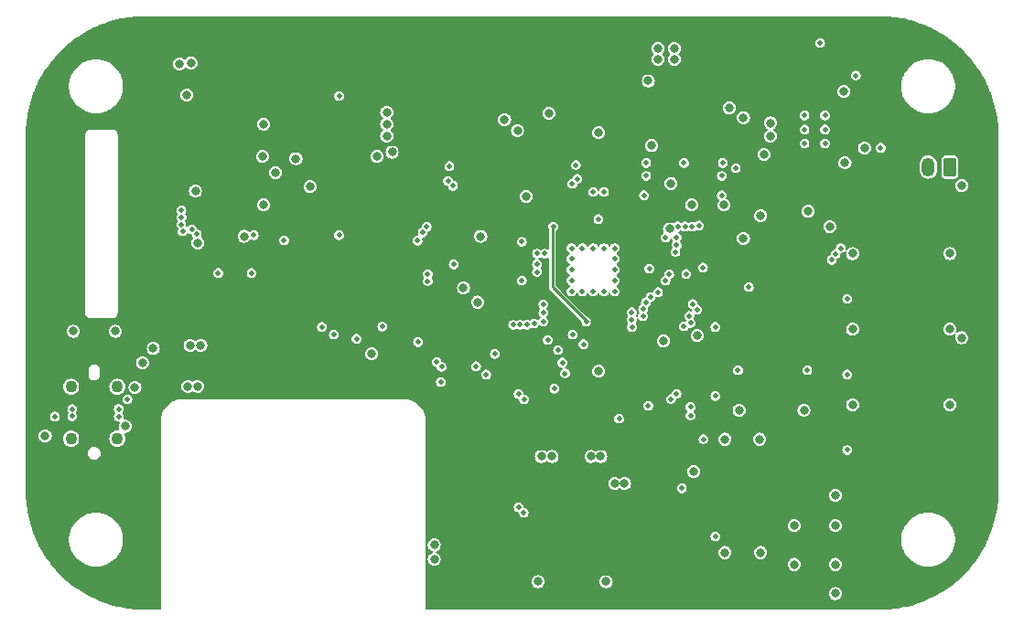
<source format=gbr>
%TF.GenerationSoftware,KiCad,Pcbnew,7.0.7*%
%TF.CreationDate,2023-09-09T23:22:34-07:00*%
%TF.ProjectId,gshps,67736870-732e-46b6-9963-61645f706362,rev?*%
%TF.SameCoordinates,Original*%
%TF.FileFunction,Copper,L3,Inr*%
%TF.FilePolarity,Positive*%
%FSLAX46Y46*%
G04 Gerber Fmt 4.6, Leading zero omitted, Abs format (unit mm)*
G04 Created by KiCad (PCBNEW 7.0.7) date 2023-09-09 23:22:34*
%MOMM*%
%LPD*%
G01*
G04 APERTURE LIST*
G04 Aperture macros list*
%AMRoundRect*
0 Rectangle with rounded corners*
0 $1 Rounding radius*
0 $2 $3 $4 $5 $6 $7 $8 $9 X,Y pos of 4 corners*
0 Add a 4 corners polygon primitive as box body*
4,1,4,$2,$3,$4,$5,$6,$7,$8,$9,$2,$3,0*
0 Add four circle primitives for the rounded corners*
1,1,$1+$1,$2,$3*
1,1,$1+$1,$4,$5*
1,1,$1+$1,$6,$7*
1,1,$1+$1,$8,$9*
0 Add four rect primitives between the rounded corners*
20,1,$1+$1,$2,$3,$4,$5,0*
20,1,$1+$1,$4,$5,$6,$7,0*
20,1,$1+$1,$6,$7,$8,$9,0*
20,1,$1+$1,$8,$9,$2,$3,0*%
G04 Aperture macros list end*
%TA.AperFunction,ComponentPad*%
%ADD10C,1.100000*%
%TD*%
%TA.AperFunction,ComponentPad*%
%ADD11C,0.500000*%
%TD*%
%TA.AperFunction,ComponentPad*%
%ADD12RoundRect,0.250000X0.350000X0.625000X-0.350000X0.625000X-0.350000X-0.625000X0.350000X-0.625000X0*%
%TD*%
%TA.AperFunction,ComponentPad*%
%ADD13O,1.200000X1.750000*%
%TD*%
%TA.AperFunction,ViaPad*%
%ADD14C,0.500000*%
%TD*%
%TA.AperFunction,ViaPad*%
%ADD15C,0.800000*%
%TD*%
%TA.AperFunction,Conductor*%
%ADD16C,0.250000*%
%TD*%
G04 APERTURE END LIST*
D10*
%TO.N,GND*%
%TO.C,J2*%
X114685000Y-71650000D03*
X118985000Y-71650000D03*
X114685000Y-66850000D03*
X118985000Y-66850000D03*
%TD*%
D11*
%TO.N,GND*%
%TO.C,U1*%
X184455000Y-44300000D03*
X184455000Y-43000000D03*
X184455000Y-41700000D03*
X182545000Y-44300000D03*
X182545000Y-43000000D03*
X182545000Y-41700000D03*
%TD*%
D12*
%TO.N,GND*%
%TO.C,J1*%
X196000000Y-46500000D03*
D13*
%TO.N,+BATT*%
X194000000Y-46500000D03*
%TD*%
D14*
%TO.N,GND*%
X165000000Y-57000000D03*
D15*
X156800000Y-49200000D03*
X187000000Y-54500000D03*
D14*
X165000000Y-55000000D03*
X161000000Y-58000000D03*
D15*
X159200000Y-73300000D03*
D14*
X165000000Y-54000000D03*
D15*
X185400000Y-76900000D03*
X158200000Y-73300000D03*
D14*
X158400000Y-59200000D03*
D15*
X196000000Y-61500000D03*
D14*
X161000000Y-55000000D03*
D15*
X175100000Y-50000000D03*
X185400000Y-86000000D03*
X175200000Y-82200000D03*
X178800000Y-45300000D03*
X143900000Y-42500000D03*
X121300000Y-64600000D03*
X182500000Y-69000000D03*
X187000000Y-61500000D03*
X163500000Y-43300000D03*
X158900000Y-41500000D03*
X169500000Y-62600000D03*
D14*
X158400000Y-60000000D03*
X163000000Y-48800000D03*
X161000000Y-54000000D03*
X161400000Y-46300000D03*
D15*
X175600000Y-41000000D03*
X168100000Y-38500000D03*
X148300000Y-81500000D03*
D14*
X156400000Y-53400000D03*
X169700000Y-57000000D03*
D15*
X165900000Y-75800000D03*
D14*
X162100000Y-62900000D03*
D15*
X136800000Y-48300000D03*
X154800000Y-42100000D03*
X168400000Y-44500000D03*
X176500000Y-69000000D03*
X187000000Y-68500000D03*
D14*
X163000000Y-58000000D03*
D15*
X163700000Y-73300000D03*
X126700000Y-63000000D03*
X112300000Y-71400000D03*
D14*
X161000000Y-57000000D03*
D15*
X178400000Y-71700000D03*
X143900000Y-41400000D03*
D14*
X169700000Y-53000000D03*
D15*
X126429855Y-53516509D03*
X135500000Y-45700000D03*
X132500000Y-50000000D03*
D14*
X163000000Y-54000000D03*
X149700000Y-46400000D03*
X158500000Y-54500000D03*
X165000000Y-58000000D03*
X156400000Y-57000000D03*
X158400000Y-60800000D03*
X148900000Y-66400000D03*
D15*
X148300000Y-82800000D03*
X151000000Y-57700000D03*
D14*
X161100000Y-62000000D03*
D15*
X185400000Y-83300000D03*
D14*
X164000000Y-58000000D03*
X161000000Y-56000000D03*
D15*
X144400000Y-45100000D03*
X132500000Y-42500000D03*
D14*
X162000000Y-58000000D03*
D15*
X164200000Y-84900000D03*
X152300000Y-59000000D03*
D14*
X164000000Y-48800000D03*
D15*
X143000000Y-45500000D03*
X178500000Y-82200000D03*
D14*
X164000000Y-54000000D03*
X157800000Y-54500000D03*
D15*
X172100000Y-50000000D03*
X175200000Y-71700000D03*
X132400000Y-45500000D03*
X142500000Y-63800000D03*
X133600000Y-47000000D03*
X176900000Y-41900000D03*
D14*
X165000000Y-56000000D03*
D15*
X196000000Y-54500000D03*
X163500000Y-65400000D03*
X162800000Y-73300000D03*
X156000000Y-43100000D03*
D14*
X162000000Y-54000000D03*
D15*
X130700000Y-52900000D03*
X157900000Y-84900000D03*
X188100000Y-44700000D03*
X143900000Y-43600000D03*
X185400000Y-79700000D03*
X126200000Y-48700000D03*
X196000000Y-68500000D03*
X165000000Y-75800000D03*
X125700000Y-63000000D03*
%TO.N,Net-(U1-CE)*%
X186300000Y-46100000D03*
X186200000Y-39500000D03*
%TO.N,Net-(D4-K)*%
X181600000Y-79700000D03*
X184900000Y-52000000D03*
X181600000Y-83300000D03*
X176900000Y-53100000D03*
%TO.N,+3V3*%
X126200000Y-49800000D03*
X148300000Y-84100000D03*
X154900000Y-40500000D03*
D14*
X167336027Y-57054585D03*
X167300000Y-53000000D03*
D15*
X165700000Y-44500000D03*
D14*
X150300000Y-65000000D03*
D15*
X168600000Y-71000000D03*
X170500000Y-71000000D03*
D14*
X158700000Y-57000000D03*
X186500000Y-56300000D03*
X163017571Y-60782429D03*
D15*
X145700000Y-47800000D03*
D14*
X158000000Y-52000000D03*
D15*
X164600000Y-70400000D03*
X140000000Y-63800000D03*
D14*
X148300000Y-47800000D03*
X186500000Y-70300000D03*
X158700000Y-53400000D03*
X186500000Y-63300000D03*
X162800000Y-47700000D03*
D15*
X164600000Y-71300000D03*
D14*
X162800000Y-51325500D03*
X132400000Y-56300000D03*
D15*
X159100000Y-70200000D03*
X158200000Y-70200000D03*
X159000000Y-77600000D03*
X145900000Y-50000000D03*
D14*
X171800000Y-44500000D03*
X118784901Y-70248144D03*
D15*
%TO.N,+BATT*%
X197100000Y-48200000D03*
X197100000Y-62300000D03*
X170063209Y-52211470D03*
X152600000Y-52900000D03*
X172627035Y-62100000D03*
X170200000Y-48000000D03*
X172300000Y-74700000D03*
D14*
%TO.N,+1V1*%
X163482592Y-51308092D03*
X162368331Y-60800901D03*
X159300000Y-51999500D03*
D15*
%TO.N,Net-(Q4-G)*%
X178500000Y-51000000D03*
X182900000Y-50600000D03*
%TO.N,Net-(D1-K)*%
X114900000Y-61700000D03*
%TO.N,VBUS*%
X170500000Y-35500000D03*
X122300000Y-63300000D03*
D14*
X184000000Y-35000000D03*
D15*
X169000000Y-35500000D03*
X125500000Y-66800000D03*
X126400000Y-66800000D03*
X169000000Y-36500000D03*
X119700000Y-70500000D03*
X170500000Y-36500000D03*
X120600000Y-66900000D03*
%TO.N,Net-(D2-K)*%
X118800000Y-61700000D03*
D14*
%TO.N,/DISPLAY_BOOST_GATE*%
X131600000Y-52800000D03*
X128300000Y-56300000D03*
X139500000Y-52800000D03*
X131400000Y-56300000D03*
%TO.N,/DISPLAY_BOOST_CSENSE*%
X139500000Y-39900000D03*
D15*
X125400000Y-39800000D03*
D14*
%TO.N,Net-(D5-K)*%
X187300000Y-38000000D03*
%TO.N,Net-(J2-CC1)*%
X113200000Y-69600000D03*
%TO.N,/~{DISPLAY_BUSY}*%
X126320643Y-52724500D03*
X147700000Y-57049503D03*
X147225500Y-52556944D03*
X168300000Y-58549000D03*
%TO.N,/~{DISPLAY_RST}*%
X169000000Y-58074500D03*
X147600000Y-52000000D03*
X125861376Y-52261376D03*
X147700000Y-56400000D03*
%TO.N,/DISPLAY_D_C*%
X170826481Y-51973519D03*
X125017675Y-52434032D03*
X171610798Y-56390111D03*
X170025500Y-56437949D03*
%TO.N,/DISPLAY_ECSM*%
X171900000Y-60274500D03*
X124885607Y-51798098D03*
X167599084Y-60298656D03*
X171507892Y-51983884D03*
%TO.N,/DISPLAY_SCK*%
X167874500Y-59050497D03*
X124916930Y-51149352D03*
X172210298Y-59180398D03*
X172157317Y-51993872D03*
%TO.N,/DISPLAY_MOSI*%
X172600000Y-59700000D03*
X167623691Y-59649619D03*
X124897618Y-50497618D03*
X172800000Y-51900000D03*
%TO.N,Net-(J2-CC2)*%
X119900000Y-68000000D03*
%TO.N,/USB_D+*%
X161529810Y-47570190D03*
X149570190Y-47770190D03*
X119100000Y-68900000D03*
X148515939Y-64538216D03*
X114800000Y-69575000D03*
%TO.N,/USB_D-*%
X119100000Y-69600000D03*
X161070190Y-48029810D03*
X148975559Y-64997836D03*
X150029810Y-48229810D03*
X114800000Y-68925000D03*
%TO.N,Net-(J4-SWDIO{slash}TMS)*%
X160150500Y-64600000D03*
X152159581Y-64939721D03*
%TO.N,Net-(J4-SWDCLK{slash}TCK)*%
X153100000Y-65700000D03*
X160400000Y-65600000D03*
%TO.N,/~{RESET}*%
X159750000Y-63450000D03*
X153900000Y-63800000D03*
%TO.N,/SD_CS*%
X155600000Y-61100000D03*
X137900000Y-61300000D03*
%TO.N,/SD_MOSI*%
X156899003Y-61098415D03*
X139005000Y-62000000D03*
%TO.N,/SD_SCK*%
X141100000Y-62400000D03*
X157534998Y-60966644D03*
%TO.N,/SD_MISO*%
X143485523Y-61274500D03*
X156249503Y-61100000D03*
%TO.N,/BUTTON_TOP*%
X186500000Y-58700000D03*
X170725500Y-53000000D03*
X185900000Y-54000000D03*
%TO.N,/BUTTON_MIDDLE*%
X186500000Y-65700000D03*
X185425500Y-54540419D03*
X170725500Y-53704588D03*
%TO.N,/BUTTON_BOTTOM*%
X186500000Y-72700000D03*
X185080426Y-55090671D03*
X170612741Y-54344228D03*
%TO.N,/QSPI_SS*%
X167900000Y-46100000D03*
X175000000Y-46100000D03*
X171400000Y-46100000D03*
%TO.N,/~{USB_BOOT}*%
X176400000Y-65300000D03*
X182800000Y-65300000D03*
%TO.N,/~{GPS_RESET}*%
X173159798Y-55800000D03*
X168200000Y-55900000D03*
X173199500Y-71700000D03*
%TO.N,/GPS_FIX*%
X171200000Y-76250000D03*
%TO.N,/GPS_UART_RX*%
X156600000Y-68000000D03*
X170200000Y-67974500D03*
X156574500Y-78500000D03*
%TO.N,/GPS_UART_TX*%
X156100000Y-78000000D03*
X170700000Y-67500000D03*
X156100000Y-67500000D03*
D15*
%TO.N,/~{BATT_STDBY}*%
X179400000Y-43600000D03*
X124735806Y-36935806D03*
%TO.N,/~{BATT_CHRG}*%
X179400000Y-42400000D03*
X125800000Y-36825500D03*
D14*
%TO.N,/QSPI_SD1*%
X174900000Y-47300000D03*
X167900000Y-47300000D03*
%TO.N,/QSPI_SD2*%
X174900000Y-49100000D03*
X167700000Y-49100000D03*
%TO.N,/~{SD_DETECT}*%
X134400000Y-53274500D03*
X146751000Y-53300000D03*
X146800000Y-62700000D03*
X158800000Y-62500000D03*
%TO.N,/POHO_CTRL*%
X157800000Y-56200000D03*
X177400000Y-57600000D03*
%TO.N,/SERVO_PPM*%
X171392685Y-61248156D03*
X166579168Y-60620832D03*
X172000500Y-69500000D03*
X165400000Y-69800000D03*
%TO.N,/~{SERVO_ENABLE}*%
X172002535Y-60915858D03*
X168100000Y-68600000D03*
X166570691Y-59941309D03*
X172000000Y-68700000D03*
%TO.N,/BATT_VSENSE_ENABLE*%
X157800000Y-55500000D03*
X150100000Y-55500000D03*
%TO.N,/GPS_PPS*%
X174300000Y-67700000D03*
X159400000Y-67025000D03*
X174300000Y-80700000D03*
%TO.N,/STATUS_LED*%
X174300000Y-61300000D03*
X189600000Y-44700000D03*
X166585723Y-61298433D03*
X176200000Y-46600000D03*
%TD*%
D16*
%TO.N,+1V1*%
X159225000Y-57625000D02*
X159225000Y-52074500D01*
X162368331Y-60768331D02*
X159225000Y-57625000D01*
X162368331Y-60800901D02*
X162368331Y-60768331D01*
X159225000Y-52074500D02*
X159300000Y-51999500D01*
%TD*%
%TA.AperFunction,Conductor*%
%TO.N,+3V3*%
G36*
X189946954Y-32513504D02*
G01*
X190141963Y-32519398D01*
X190144732Y-32519561D01*
X190516918Y-32552123D01*
X190791457Y-32577071D01*
X190794122Y-32577388D01*
X191147980Y-32629220D01*
X191436398Y-32673118D01*
X191438918Y-32673569D01*
X191782399Y-32744492D01*
X192074460Y-32807187D01*
X192076882Y-32807771D01*
X192199164Y-32840536D01*
X192412118Y-32897596D01*
X192703484Y-32978821D01*
X192705681Y-32979490D01*
X193033033Y-33087962D01*
X193321175Y-33187394D01*
X193323271Y-33188172D01*
X193642294Y-33314912D01*
X193856493Y-33403636D01*
X193926386Y-33432587D01*
X193982165Y-33458597D01*
X194237528Y-33577674D01*
X194514957Y-33712755D01*
X194514973Y-33712764D01*
X194816446Y-33875317D01*
X195085853Y-34027263D01*
X195376919Y-34206795D01*
X195637098Y-34375013D01*
X195916908Y-34570938D01*
X196032553Y-34656031D01*
X196166757Y-34754780D01*
X196273848Y-34839457D01*
X196434478Y-34966467D01*
X196474711Y-34999997D01*
X196672963Y-35165219D01*
X196763807Y-35246063D01*
X196927808Y-35392012D01*
X197153924Y-35604863D01*
X197395136Y-35846075D01*
X197607987Y-36072191D01*
X197834771Y-36327026D01*
X197848285Y-36343241D01*
X198033532Y-36565521D01*
X198245214Y-36833236D01*
X198385976Y-37024537D01*
X198429056Y-37083084D01*
X198492446Y-37173614D01*
X198624984Y-37362898D01*
X198793204Y-37623080D01*
X198972736Y-37914146D01*
X199124682Y-38183553D01*
X199287245Y-38485044D01*
X199422328Y-38762478D01*
X199567412Y-39073613D01*
X199685080Y-39357687D01*
X199811818Y-39676706D01*
X199812608Y-39678835D01*
X199912039Y-39966972D01*
X200020491Y-40294262D01*
X200021185Y-40296539D01*
X200102408Y-40587901D01*
X200192227Y-40923116D01*
X200192811Y-40925538D01*
X200255509Y-41217610D01*
X200326425Y-41561059D01*
X200326884Y-41563621D01*
X200370799Y-41852159D01*
X200422609Y-42205870D01*
X200422929Y-42208565D01*
X200447891Y-42483255D01*
X200480435Y-42855235D01*
X200480601Y-42858055D01*
X200486517Y-43053808D01*
X200499500Y-43500000D01*
X200499500Y-76500000D01*
X200486517Y-76946191D01*
X200480601Y-77141943D01*
X200480435Y-77144763D01*
X200447891Y-77516744D01*
X200422929Y-77791433D01*
X200422609Y-77794128D01*
X200370799Y-78147840D01*
X200326884Y-78436377D01*
X200326425Y-78438939D01*
X200255509Y-78782389D01*
X200192811Y-79074460D01*
X200192227Y-79076882D01*
X200102408Y-79412098D01*
X200021185Y-79703459D01*
X200020491Y-79705736D01*
X199912039Y-80033027D01*
X199812608Y-80321163D01*
X199811819Y-80323291D01*
X199685080Y-80642311D01*
X199567412Y-80926386D01*
X199422328Y-81237521D01*
X199287245Y-81514955D01*
X199124682Y-81816446D01*
X198972736Y-82085853D01*
X198793204Y-82376919D01*
X198624984Y-82637101D01*
X198429063Y-82916906D01*
X198245215Y-83166762D01*
X198033532Y-83434478D01*
X197834776Y-83672968D01*
X197607987Y-83927808D01*
X197395136Y-84153924D01*
X197153924Y-84395136D01*
X196927808Y-84607987D01*
X196672968Y-84834776D01*
X196434478Y-85033532D01*
X196166762Y-85245215D01*
X195916906Y-85429063D01*
X195637101Y-85624984D01*
X195376919Y-85793204D01*
X195085853Y-85972736D01*
X194816446Y-86124682D01*
X194514955Y-86287245D01*
X194237521Y-86422328D01*
X193926386Y-86567412D01*
X193642311Y-86685080D01*
X193323291Y-86811819D01*
X193321163Y-86812608D01*
X193033027Y-86912039D01*
X192705736Y-87020491D01*
X192703459Y-87021185D01*
X192412098Y-87102408D01*
X192076882Y-87192227D01*
X192074460Y-87192811D01*
X191782389Y-87255509D01*
X191438939Y-87326425D01*
X191436377Y-87326884D01*
X191147840Y-87370799D01*
X190794128Y-87422609D01*
X190791433Y-87422929D01*
X190516744Y-87447891D01*
X190144763Y-87480435D01*
X190141943Y-87480601D01*
X189946191Y-87486517D01*
X189500000Y-87499500D01*
X147599500Y-87499500D01*
X147541309Y-87480593D01*
X147505345Y-87431093D01*
X147500500Y-87400500D01*
X147500500Y-86000000D01*
X184794318Y-86000000D01*
X184814955Y-86156758D01*
X184814957Y-86156766D01*
X184875462Y-86302838D01*
X184875462Y-86302839D01*
X184875464Y-86302841D01*
X184971718Y-86428282D01*
X185097159Y-86524536D01*
X185097160Y-86524536D01*
X185097161Y-86524537D01*
X185243233Y-86585042D01*
X185243238Y-86585044D01*
X185356218Y-86599918D01*
X185399999Y-86605682D01*
X185400000Y-86605682D01*
X185400001Y-86605682D01*
X185443782Y-86599918D01*
X185556762Y-86585044D01*
X185702841Y-86524536D01*
X185828282Y-86428282D01*
X185924536Y-86302841D01*
X185985044Y-86156762D01*
X186005682Y-86000000D01*
X185985044Y-85843238D01*
X185924537Y-85697161D01*
X185924537Y-85697160D01*
X185828286Y-85571723D01*
X185828285Y-85571722D01*
X185828282Y-85571718D01*
X185828277Y-85571714D01*
X185828276Y-85571713D01*
X185702838Y-85475462D01*
X185556766Y-85414957D01*
X185556758Y-85414955D01*
X185400001Y-85394318D01*
X185399999Y-85394318D01*
X185243241Y-85414955D01*
X185243233Y-85414957D01*
X185097161Y-85475462D01*
X185097160Y-85475462D01*
X184971723Y-85571713D01*
X184971713Y-85571723D01*
X184875462Y-85697160D01*
X184875462Y-85697161D01*
X184814957Y-85843233D01*
X184814955Y-85843241D01*
X184794318Y-85999999D01*
X184794318Y-86000000D01*
X147500500Y-86000000D01*
X147500500Y-84900000D01*
X157294318Y-84900000D01*
X157314955Y-85056758D01*
X157314957Y-85056766D01*
X157375462Y-85202838D01*
X157375462Y-85202839D01*
X157471713Y-85328276D01*
X157471718Y-85328282D01*
X157597159Y-85424536D01*
X157743238Y-85485044D01*
X157860809Y-85500522D01*
X157899999Y-85505682D01*
X157900000Y-85505682D01*
X157900001Y-85505682D01*
X157931352Y-85501554D01*
X158056762Y-85485044D01*
X158202841Y-85424536D01*
X158328282Y-85328282D01*
X158424536Y-85202841D01*
X158485044Y-85056762D01*
X158505682Y-84900000D01*
X163594318Y-84900000D01*
X163614955Y-85056758D01*
X163614957Y-85056766D01*
X163675462Y-85202838D01*
X163675462Y-85202839D01*
X163771713Y-85328276D01*
X163771718Y-85328282D01*
X163897159Y-85424536D01*
X164043238Y-85485044D01*
X164160809Y-85500522D01*
X164199999Y-85505682D01*
X164200000Y-85505682D01*
X164200001Y-85505682D01*
X164231352Y-85501554D01*
X164356762Y-85485044D01*
X164502841Y-85424536D01*
X164628282Y-85328282D01*
X164724536Y-85202841D01*
X164785044Y-85056762D01*
X164805682Y-84900000D01*
X164785044Y-84743238D01*
X164724537Y-84597161D01*
X164724537Y-84597160D01*
X164628286Y-84471723D01*
X164628285Y-84471722D01*
X164628282Y-84471718D01*
X164628277Y-84471714D01*
X164628276Y-84471713D01*
X164502838Y-84375462D01*
X164356766Y-84314957D01*
X164356758Y-84314955D01*
X164200001Y-84294318D01*
X164199999Y-84294318D01*
X164043241Y-84314955D01*
X164043233Y-84314957D01*
X163897161Y-84375462D01*
X163897160Y-84375462D01*
X163771723Y-84471713D01*
X163771713Y-84471723D01*
X163675462Y-84597160D01*
X163675462Y-84597161D01*
X163614957Y-84743233D01*
X163614955Y-84743241D01*
X163594318Y-84899999D01*
X163594318Y-84900000D01*
X158505682Y-84900000D01*
X158485044Y-84743238D01*
X158424537Y-84597161D01*
X158424537Y-84597160D01*
X158328286Y-84471723D01*
X158328285Y-84471722D01*
X158328282Y-84471718D01*
X158328277Y-84471714D01*
X158328276Y-84471713D01*
X158202838Y-84375462D01*
X158056766Y-84314957D01*
X158056758Y-84314955D01*
X157900001Y-84294318D01*
X157899999Y-84294318D01*
X157743241Y-84314955D01*
X157743233Y-84314957D01*
X157597161Y-84375462D01*
X157597160Y-84375462D01*
X157471723Y-84471713D01*
X157471713Y-84471723D01*
X157375462Y-84597160D01*
X157375462Y-84597161D01*
X157314957Y-84743233D01*
X157314955Y-84743241D01*
X157294318Y-84899999D01*
X157294318Y-84900000D01*
X147500500Y-84900000D01*
X147500500Y-82838254D01*
X147511405Y-82804688D01*
X147509641Y-82797742D01*
X147686646Y-82797742D01*
X147697653Y-82825332D01*
X147714955Y-82956758D01*
X147714957Y-82956766D01*
X147775462Y-83102838D01*
X147775462Y-83102839D01*
X147846591Y-83195536D01*
X147871718Y-83228282D01*
X147997159Y-83324536D01*
X147997160Y-83324536D01*
X147997161Y-83324537D01*
X148009143Y-83329500D01*
X148143238Y-83385044D01*
X148260809Y-83400522D01*
X148299999Y-83405682D01*
X148300000Y-83405682D01*
X148300001Y-83405682D01*
X148331352Y-83401554D01*
X148456762Y-83385044D01*
X148602841Y-83324536D01*
X148634817Y-83300000D01*
X180994318Y-83300000D01*
X181014955Y-83456758D01*
X181014957Y-83456766D01*
X181075462Y-83602838D01*
X181075462Y-83602839D01*
X181075464Y-83602841D01*
X181171718Y-83728282D01*
X181297159Y-83824536D01*
X181443238Y-83885044D01*
X181560809Y-83900522D01*
X181599999Y-83905682D01*
X181600000Y-83905682D01*
X181600001Y-83905682D01*
X181631352Y-83901554D01*
X181756762Y-83885044D01*
X181902841Y-83824536D01*
X182028282Y-83728282D01*
X182124536Y-83602841D01*
X182185044Y-83456762D01*
X182205682Y-83300000D01*
X184794318Y-83300000D01*
X184814955Y-83456758D01*
X184814957Y-83456766D01*
X184875462Y-83602838D01*
X184875462Y-83602839D01*
X184875464Y-83602841D01*
X184971718Y-83728282D01*
X185097159Y-83824536D01*
X185243238Y-83885044D01*
X185360809Y-83900522D01*
X185399999Y-83905682D01*
X185400000Y-83905682D01*
X185400001Y-83905682D01*
X185431352Y-83901554D01*
X185556762Y-83885044D01*
X185702841Y-83824536D01*
X185828282Y-83728282D01*
X185924536Y-83602841D01*
X185985044Y-83456762D01*
X186005682Y-83300000D01*
X185985044Y-83143238D01*
X185924537Y-82997161D01*
X185924537Y-82997160D01*
X185828286Y-82871723D01*
X185828285Y-82871722D01*
X185828282Y-82871718D01*
X185828277Y-82871714D01*
X185828276Y-82871713D01*
X185742222Y-82805682D01*
X185702841Y-82775464D01*
X185702840Y-82775463D01*
X185702838Y-82775462D01*
X185556766Y-82714957D01*
X185556758Y-82714955D01*
X185400001Y-82694318D01*
X185399999Y-82694318D01*
X185243241Y-82714955D01*
X185243233Y-82714957D01*
X185097161Y-82775462D01*
X185097160Y-82775462D01*
X184971723Y-82871713D01*
X184971713Y-82871723D01*
X184875462Y-82997160D01*
X184875462Y-82997161D01*
X184814957Y-83143233D01*
X184814955Y-83143241D01*
X184794318Y-83299999D01*
X184794318Y-83300000D01*
X182205682Y-83300000D01*
X182185044Y-83143238D01*
X182124537Y-82997161D01*
X182124537Y-82997160D01*
X182028286Y-82871723D01*
X182028285Y-82871722D01*
X182028282Y-82871718D01*
X182028277Y-82871714D01*
X182028276Y-82871713D01*
X181942222Y-82805682D01*
X181902841Y-82775464D01*
X181902840Y-82775463D01*
X181902838Y-82775462D01*
X181756766Y-82714957D01*
X181756758Y-82714955D01*
X181600001Y-82694318D01*
X181599999Y-82694318D01*
X181443241Y-82714955D01*
X181443233Y-82714957D01*
X181297161Y-82775462D01*
X181297160Y-82775462D01*
X181171723Y-82871713D01*
X181171713Y-82871723D01*
X181075462Y-82997160D01*
X181075462Y-82997161D01*
X181014957Y-83143233D01*
X181014955Y-83143241D01*
X180994318Y-83299999D01*
X180994318Y-83300000D01*
X148634817Y-83300000D01*
X148728282Y-83228282D01*
X148824536Y-83102841D01*
X148885044Y-82956762D01*
X148905682Y-82800000D01*
X148885044Y-82643238D01*
X148865904Y-82597030D01*
X148824537Y-82497161D01*
X148824537Y-82497160D01*
X148728286Y-82371723D01*
X148728285Y-82371722D01*
X148728282Y-82371718D01*
X148728277Y-82371714D01*
X148728276Y-82371713D01*
X148674897Y-82330754D01*
X148602841Y-82275464D01*
X148602839Y-82275463D01*
X148520757Y-82241463D01*
X148474231Y-82201726D01*
X148473817Y-82200000D01*
X174594318Y-82200000D01*
X174614955Y-82356758D01*
X174614957Y-82356766D01*
X174675462Y-82502838D01*
X174675462Y-82502839D01*
X174747739Y-82597032D01*
X174771718Y-82628282D01*
X174897159Y-82724536D01*
X175043238Y-82785044D01*
X175156833Y-82799999D01*
X175199999Y-82805682D01*
X175200000Y-82805682D01*
X175200001Y-82805682D01*
X175243167Y-82799999D01*
X175356762Y-82785044D01*
X175502841Y-82724536D01*
X175628282Y-82628282D01*
X175724536Y-82502841D01*
X175785044Y-82356762D01*
X175805682Y-82200000D01*
X177894318Y-82200000D01*
X177914955Y-82356758D01*
X177914957Y-82356766D01*
X177975462Y-82502838D01*
X177975462Y-82502839D01*
X178047739Y-82597032D01*
X178071718Y-82628282D01*
X178197159Y-82724536D01*
X178343238Y-82785044D01*
X178456833Y-82799999D01*
X178499999Y-82805682D01*
X178500000Y-82805682D01*
X178500001Y-82805682D01*
X178543167Y-82799999D01*
X178656762Y-82785044D01*
X178802841Y-82724536D01*
X178928282Y-82628282D01*
X179024536Y-82502841D01*
X179085044Y-82356762D01*
X179105682Y-82200000D01*
X179085044Y-82043238D01*
X179024537Y-81897161D01*
X179024537Y-81897160D01*
X178928286Y-81771723D01*
X178928285Y-81771722D01*
X178928282Y-81771718D01*
X178928277Y-81771714D01*
X178928276Y-81771713D01*
X178802838Y-81675462D01*
X178656766Y-81614957D01*
X178656758Y-81614955D01*
X178500001Y-81594318D01*
X178499999Y-81594318D01*
X178343241Y-81614955D01*
X178343233Y-81614957D01*
X178197161Y-81675462D01*
X178197160Y-81675462D01*
X178071723Y-81771713D01*
X178071713Y-81771723D01*
X177975462Y-81897160D01*
X177975462Y-81897161D01*
X177914957Y-82043233D01*
X177914955Y-82043241D01*
X177894318Y-82199999D01*
X177894318Y-82200000D01*
X175805682Y-82200000D01*
X175785044Y-82043238D01*
X175724537Y-81897161D01*
X175724537Y-81897160D01*
X175628286Y-81771723D01*
X175628285Y-81771722D01*
X175628282Y-81771718D01*
X175628277Y-81771714D01*
X175628276Y-81771713D01*
X175502838Y-81675462D01*
X175356766Y-81614957D01*
X175356758Y-81614955D01*
X175200001Y-81594318D01*
X175199999Y-81594318D01*
X175043241Y-81614955D01*
X175043233Y-81614957D01*
X174897161Y-81675462D01*
X174897160Y-81675462D01*
X174771723Y-81771713D01*
X174771713Y-81771723D01*
X174675462Y-81897160D01*
X174675462Y-81897161D01*
X174614957Y-82043233D01*
X174614955Y-82043241D01*
X174594318Y-82199999D01*
X174594318Y-82200000D01*
X148473817Y-82200000D01*
X148459948Y-82142231D01*
X148483363Y-82085703D01*
X148520754Y-82058537D01*
X148602841Y-82024536D01*
X148728282Y-81928282D01*
X148824536Y-81802841D01*
X148885044Y-81656762D01*
X148905682Y-81500000D01*
X148885044Y-81343238D01*
X148824537Y-81197161D01*
X148824537Y-81197160D01*
X148793965Y-81157318D01*
X191499500Y-81157318D01*
X191537957Y-81461745D01*
X191538934Y-81469473D01*
X191604042Y-81723051D01*
X191617181Y-81774225D01*
X191729746Y-82058534D01*
X191733006Y-82066766D01*
X191884584Y-82342484D01*
X192069522Y-82597030D01*
X192069524Y-82597032D01*
X192271672Y-82812298D01*
X192284906Y-82826390D01*
X192527337Y-83026947D01*
X192792979Y-83195529D01*
X192792988Y-83195533D01*
X192792993Y-83195537D01*
X192976043Y-83281674D01*
X193077678Y-83329500D01*
X193077680Y-83329500D01*
X193077685Y-83329503D01*
X193376921Y-83426731D01*
X193619361Y-83472978D01*
X193685979Y-83485687D01*
X193685980Y-83485687D01*
X193685985Y-83485688D01*
X193921417Y-83500500D01*
X193921422Y-83500500D01*
X194078578Y-83500500D01*
X194078583Y-83500500D01*
X194314015Y-83485688D01*
X194623079Y-83426731D01*
X194922315Y-83329503D01*
X195207007Y-83195537D01*
X195472663Y-83026947D01*
X195715094Y-82826390D01*
X195930478Y-82597030D01*
X196115416Y-82342484D01*
X196266994Y-82066766D01*
X196382819Y-81774225D01*
X196461066Y-81469473D01*
X196500500Y-81157318D01*
X196500500Y-80842682D01*
X196461066Y-80530527D01*
X196382819Y-80225775D01*
X196266994Y-79933234D01*
X196115416Y-79657516D01*
X195930478Y-79402970D01*
X195715094Y-79173610D01*
X195472663Y-78973053D01*
X195472661Y-78973052D01*
X195472662Y-78973052D01*
X195207020Y-78804470D01*
X195207007Y-78804463D01*
X194922321Y-78670499D01*
X194922315Y-78670497D01*
X194623079Y-78573269D01*
X194623072Y-78573267D01*
X194623070Y-78573267D01*
X194314020Y-78514312D01*
X194196298Y-78506906D01*
X194078583Y-78499500D01*
X193921417Y-78499500D01*
X193814402Y-78506232D01*
X193685979Y-78514312D01*
X193376929Y-78573267D01*
X193376924Y-78573268D01*
X193376921Y-78573269D01*
X193209161Y-78627777D01*
X193077678Y-78670499D01*
X192792992Y-78804463D01*
X192792979Y-78804470D01*
X192527337Y-78973052D01*
X192284912Y-79173604D01*
X192284901Y-79173614D01*
X192069524Y-79402967D01*
X191884587Y-79657511D01*
X191884579Y-79657524D01*
X191733004Y-79933237D01*
X191617181Y-80225774D01*
X191538933Y-80530531D01*
X191499500Y-80842681D01*
X191499500Y-81157318D01*
X148793965Y-81157318D01*
X148728286Y-81071723D01*
X148728285Y-81071722D01*
X148728282Y-81071718D01*
X148728277Y-81071714D01*
X148728276Y-81071713D01*
X148602838Y-80975462D01*
X148456766Y-80914957D01*
X148456758Y-80914955D01*
X148300001Y-80894318D01*
X148299999Y-80894318D01*
X148143241Y-80914955D01*
X148143233Y-80914957D01*
X147997161Y-80975462D01*
X147997160Y-80975462D01*
X147871723Y-81071713D01*
X147871713Y-81071723D01*
X147775462Y-81197160D01*
X147775462Y-81197161D01*
X147714957Y-81343233D01*
X147714955Y-81343241D01*
X147697653Y-81474667D01*
X147686646Y-81497742D01*
X147697653Y-81525332D01*
X147714955Y-81656758D01*
X147714957Y-81656766D01*
X147775462Y-81802838D01*
X147775462Y-81802839D01*
X147847837Y-81897160D01*
X147871718Y-81928282D01*
X147997159Y-82024536D01*
X148079242Y-82058536D01*
X148125767Y-82098271D01*
X148140051Y-82157765D01*
X148116637Y-82214294D01*
X148079242Y-82241463D01*
X147997160Y-82275463D01*
X147871723Y-82371713D01*
X147871713Y-82371723D01*
X147775462Y-82497160D01*
X147775462Y-82497161D01*
X147714957Y-82643233D01*
X147714955Y-82643241D01*
X147697653Y-82774667D01*
X147686646Y-82797742D01*
X147509641Y-82797742D01*
X147500500Y-82761745D01*
X147500500Y-81538254D01*
X147511405Y-81504688D01*
X147500500Y-81461745D01*
X147500500Y-80700002D01*
X173844867Y-80700002D01*
X173863302Y-80828225D01*
X173902911Y-80914955D01*
X173917118Y-80946063D01*
X173942594Y-80975464D01*
X174001952Y-81043968D01*
X174045140Y-81071723D01*
X174110931Y-81114004D01*
X174235228Y-81150500D01*
X174235230Y-81150500D01*
X174364770Y-81150500D01*
X174364772Y-81150500D01*
X174489069Y-81114004D01*
X174598049Y-81043967D01*
X174682882Y-80946063D01*
X174736697Y-80828226D01*
X174755133Y-80700000D01*
X174736697Y-80571774D01*
X174682882Y-80453937D01*
X174598049Y-80356033D01*
X174598048Y-80356032D01*
X174598047Y-80356031D01*
X174489073Y-80285998D01*
X174489070Y-80285996D01*
X174489069Y-80285996D01*
X174485820Y-80285042D01*
X174364774Y-80249500D01*
X174364772Y-80249500D01*
X174235228Y-80249500D01*
X174235225Y-80249500D01*
X174110933Y-80285995D01*
X174110926Y-80285998D01*
X174001952Y-80356031D01*
X173917117Y-80453938D01*
X173863302Y-80571774D01*
X173844867Y-80699997D01*
X173844867Y-80700002D01*
X147500500Y-80700002D01*
X147500500Y-79700000D01*
X180994318Y-79700000D01*
X181014955Y-79856758D01*
X181014957Y-79856766D01*
X181075462Y-80002838D01*
X181075462Y-80002839D01*
X181098626Y-80033027D01*
X181171718Y-80128282D01*
X181297159Y-80224536D01*
X181297160Y-80224536D01*
X181297161Y-80224537D01*
X181300150Y-80225775D01*
X181443238Y-80285044D01*
X181560809Y-80300522D01*
X181599999Y-80305682D01*
X181600000Y-80305682D01*
X181600001Y-80305682D01*
X181631352Y-80301554D01*
X181756762Y-80285044D01*
X181902841Y-80224536D01*
X182028282Y-80128282D01*
X182124536Y-80002841D01*
X182185044Y-79856762D01*
X182205682Y-79700000D01*
X184794318Y-79700000D01*
X184814955Y-79856758D01*
X184814957Y-79856766D01*
X184875462Y-80002838D01*
X184875462Y-80002839D01*
X184898626Y-80033027D01*
X184971718Y-80128282D01*
X185097159Y-80224536D01*
X185097160Y-80224536D01*
X185097161Y-80224537D01*
X185100150Y-80225775D01*
X185243238Y-80285044D01*
X185360809Y-80300522D01*
X185399999Y-80305682D01*
X185400000Y-80305682D01*
X185400001Y-80305682D01*
X185431352Y-80301554D01*
X185556762Y-80285044D01*
X185702841Y-80224536D01*
X185828282Y-80128282D01*
X185924536Y-80002841D01*
X185985044Y-79856762D01*
X186005682Y-79700000D01*
X185985044Y-79543238D01*
X185924537Y-79397161D01*
X185924537Y-79397160D01*
X185828286Y-79271723D01*
X185828285Y-79271722D01*
X185828282Y-79271718D01*
X185828277Y-79271714D01*
X185828276Y-79271713D01*
X185702838Y-79175462D01*
X185556766Y-79114957D01*
X185556758Y-79114955D01*
X185400001Y-79094318D01*
X185399999Y-79094318D01*
X185243241Y-79114955D01*
X185243233Y-79114957D01*
X185097161Y-79175462D01*
X185097160Y-79175462D01*
X184971723Y-79271713D01*
X184971713Y-79271723D01*
X184875462Y-79397160D01*
X184875462Y-79397161D01*
X184814957Y-79543233D01*
X184814955Y-79543241D01*
X184794318Y-79699999D01*
X184794318Y-79700000D01*
X182205682Y-79700000D01*
X182185044Y-79543238D01*
X182124537Y-79397161D01*
X182124537Y-79397160D01*
X182028286Y-79271723D01*
X182028285Y-79271722D01*
X182028282Y-79271718D01*
X182028277Y-79271714D01*
X182028276Y-79271713D01*
X181902838Y-79175462D01*
X181756766Y-79114957D01*
X181756758Y-79114955D01*
X181600001Y-79094318D01*
X181599999Y-79094318D01*
X181443241Y-79114955D01*
X181443233Y-79114957D01*
X181297161Y-79175462D01*
X181297160Y-79175462D01*
X181171723Y-79271713D01*
X181171713Y-79271723D01*
X181075462Y-79397160D01*
X181075462Y-79397161D01*
X181014957Y-79543233D01*
X181014955Y-79543241D01*
X180994318Y-79699999D01*
X180994318Y-79700000D01*
X147500500Y-79700000D01*
X147500500Y-78000002D01*
X155644867Y-78000002D01*
X155663302Y-78128225D01*
X155676001Y-78156031D01*
X155717118Y-78246063D01*
X155723941Y-78253937D01*
X155801952Y-78343968D01*
X155910926Y-78414001D01*
X155910931Y-78414004D01*
X156035228Y-78450500D01*
X156035232Y-78450500D01*
X156040517Y-78451260D01*
X156095425Y-78478255D01*
X156123980Y-78532369D01*
X156124422Y-78535164D01*
X156137802Y-78628225D01*
X156182198Y-78725436D01*
X156191618Y-78746063D01*
X156276451Y-78843967D01*
X156276452Y-78843968D01*
X156385426Y-78914001D01*
X156385431Y-78914004D01*
X156509728Y-78950500D01*
X156509730Y-78950500D01*
X156639270Y-78950500D01*
X156639272Y-78950500D01*
X156763569Y-78914004D01*
X156872549Y-78843967D01*
X156957382Y-78746063D01*
X157011197Y-78628226D01*
X157029633Y-78500000D01*
X157029561Y-78499500D01*
X157011197Y-78371774D01*
X156957382Y-78253938D01*
X156957382Y-78253937D01*
X156872549Y-78156033D01*
X156872548Y-78156032D01*
X156872547Y-78156031D01*
X156763573Y-78085998D01*
X156763570Y-78085996D01*
X156763569Y-78085996D01*
X156763566Y-78085995D01*
X156639270Y-78049499D01*
X156633976Y-78048738D01*
X156579069Y-78021739D01*
X156550518Y-77967624D01*
X156550077Y-77964834D01*
X156536697Y-77871775D01*
X156501237Y-77794128D01*
X156482882Y-77753937D01*
X156398049Y-77656033D01*
X156398048Y-77656032D01*
X156398047Y-77656031D01*
X156289073Y-77585998D01*
X156289070Y-77585996D01*
X156289069Y-77585996D01*
X156289066Y-77585995D01*
X156164774Y-77549500D01*
X156164772Y-77549500D01*
X156035228Y-77549500D01*
X156035225Y-77549500D01*
X155910933Y-77585995D01*
X155910926Y-77585998D01*
X155801952Y-77656031D01*
X155717117Y-77753938D01*
X155663302Y-77871774D01*
X155644867Y-77999997D01*
X155644867Y-78000002D01*
X147500500Y-78000002D01*
X147500500Y-76900000D01*
X184794318Y-76900000D01*
X184814955Y-77056758D01*
X184814957Y-77056766D01*
X184875462Y-77202838D01*
X184875462Y-77202839D01*
X184875464Y-77202841D01*
X184971718Y-77328282D01*
X185097159Y-77424536D01*
X185243238Y-77485044D01*
X185360809Y-77500522D01*
X185399999Y-77505682D01*
X185400000Y-77505682D01*
X185400001Y-77505682D01*
X185431352Y-77501554D01*
X185556762Y-77485044D01*
X185702841Y-77424536D01*
X185828282Y-77328282D01*
X185924536Y-77202841D01*
X185985044Y-77056762D01*
X186005682Y-76900000D01*
X185985044Y-76743238D01*
X185924537Y-76597161D01*
X185924537Y-76597160D01*
X185828286Y-76471723D01*
X185828285Y-76471722D01*
X185828282Y-76471718D01*
X185828277Y-76471714D01*
X185828276Y-76471713D01*
X185715323Y-76385042D01*
X185702841Y-76375464D01*
X185702840Y-76375463D01*
X185702838Y-76375462D01*
X185556766Y-76314957D01*
X185556758Y-76314955D01*
X185400001Y-76294318D01*
X185399999Y-76294318D01*
X185243241Y-76314955D01*
X185243233Y-76314957D01*
X185097161Y-76375462D01*
X185097160Y-76375462D01*
X184971723Y-76471713D01*
X184971713Y-76471723D01*
X184875462Y-76597160D01*
X184875462Y-76597161D01*
X184814957Y-76743233D01*
X184814955Y-76743241D01*
X184794318Y-76899999D01*
X184794318Y-76900000D01*
X147500500Y-76900000D01*
X147500500Y-75800000D01*
X164394318Y-75800000D01*
X164414955Y-75956758D01*
X164414957Y-75956766D01*
X164475462Y-76102838D01*
X164475462Y-76102839D01*
X164571713Y-76228276D01*
X164571718Y-76228282D01*
X164697159Y-76324536D01*
X164697160Y-76324536D01*
X164697161Y-76324537D01*
X164826778Y-76378226D01*
X164843238Y-76385044D01*
X164960809Y-76400522D01*
X164999999Y-76405682D01*
X165000000Y-76405682D01*
X165000001Y-76405682D01*
X165031352Y-76401554D01*
X165156762Y-76385044D01*
X165302841Y-76324536D01*
X165389735Y-76257859D01*
X165447408Y-76237437D01*
X165506074Y-76254814D01*
X165510234Y-76257836D01*
X165597159Y-76324536D01*
X165597162Y-76324537D01*
X165597163Y-76324538D01*
X165726778Y-76378226D01*
X165743238Y-76385044D01*
X165860809Y-76400522D01*
X165899999Y-76405682D01*
X165900000Y-76405682D01*
X165900001Y-76405682D01*
X165931352Y-76401554D01*
X166056762Y-76385044D01*
X166202841Y-76324536D01*
X166299976Y-76250002D01*
X170744867Y-76250002D01*
X170763302Y-76378225D01*
X170806000Y-76471718D01*
X170817118Y-76496063D01*
X170901951Y-76593967D01*
X170901952Y-76593968D01*
X171010926Y-76664001D01*
X171010931Y-76664004D01*
X171135228Y-76700500D01*
X171135230Y-76700500D01*
X171264770Y-76700500D01*
X171264772Y-76700500D01*
X171389069Y-76664004D01*
X171498049Y-76593967D01*
X171582882Y-76496063D01*
X171636697Y-76378226D01*
X171655133Y-76250000D01*
X171652010Y-76228282D01*
X171636697Y-76121774D01*
X171628050Y-76102841D01*
X171582882Y-76003937D01*
X171498049Y-75906033D01*
X171498048Y-75906032D01*
X171498047Y-75906031D01*
X171389073Y-75835998D01*
X171389070Y-75835996D01*
X171389069Y-75835996D01*
X171389066Y-75835995D01*
X171264774Y-75799500D01*
X171264772Y-75799500D01*
X171135228Y-75799500D01*
X171135225Y-75799500D01*
X171010933Y-75835995D01*
X171010926Y-75835998D01*
X170901952Y-75906031D01*
X170817117Y-76003938D01*
X170763302Y-76121774D01*
X170744867Y-76249997D01*
X170744867Y-76250002D01*
X166299976Y-76250002D01*
X166328282Y-76228282D01*
X166424536Y-76102841D01*
X166485044Y-75956762D01*
X166505682Y-75800000D01*
X166485044Y-75643238D01*
X166424537Y-75497161D01*
X166424537Y-75497160D01*
X166328286Y-75371723D01*
X166328285Y-75371722D01*
X166328282Y-75371718D01*
X166328277Y-75371714D01*
X166328276Y-75371713D01*
X166202838Y-75275462D01*
X166056766Y-75214957D01*
X166056758Y-75214955D01*
X165900001Y-75194318D01*
X165899999Y-75194318D01*
X165743241Y-75214955D01*
X165743233Y-75214957D01*
X165597161Y-75275462D01*
X165597160Y-75275462D01*
X165510267Y-75342138D01*
X165452591Y-75362562D01*
X165393925Y-75345184D01*
X165389733Y-75342138D01*
X165302838Y-75275462D01*
X165156766Y-75214957D01*
X165156758Y-75214955D01*
X165000001Y-75194318D01*
X164999999Y-75194318D01*
X164843241Y-75214955D01*
X164843233Y-75214957D01*
X164697161Y-75275462D01*
X164697160Y-75275462D01*
X164571723Y-75371713D01*
X164571713Y-75371723D01*
X164475462Y-75497160D01*
X164475462Y-75497161D01*
X164414957Y-75643233D01*
X164414955Y-75643241D01*
X164394318Y-75799999D01*
X164394318Y-75800000D01*
X147500500Y-75800000D01*
X147500500Y-74700000D01*
X171694318Y-74700000D01*
X171714955Y-74856758D01*
X171714957Y-74856766D01*
X171775462Y-75002838D01*
X171775462Y-75002839D01*
X171775464Y-75002841D01*
X171871718Y-75128282D01*
X171997159Y-75224536D01*
X172143238Y-75285044D01*
X172260809Y-75300522D01*
X172299999Y-75305682D01*
X172300000Y-75305682D01*
X172300001Y-75305682D01*
X172331352Y-75301554D01*
X172456762Y-75285044D01*
X172602841Y-75224536D01*
X172728282Y-75128282D01*
X172824536Y-75002841D01*
X172885044Y-74856762D01*
X172905682Y-74700000D01*
X172885044Y-74543238D01*
X172824537Y-74397161D01*
X172824537Y-74397160D01*
X172728286Y-74271723D01*
X172728285Y-74271722D01*
X172728282Y-74271718D01*
X172728277Y-74271714D01*
X172728276Y-74271713D01*
X172602838Y-74175462D01*
X172456766Y-74114957D01*
X172456758Y-74114955D01*
X172300001Y-74094318D01*
X172299999Y-74094318D01*
X172143241Y-74114955D01*
X172143233Y-74114957D01*
X171997161Y-74175462D01*
X171997160Y-74175462D01*
X171871723Y-74271713D01*
X171871713Y-74271723D01*
X171775462Y-74397160D01*
X171775462Y-74397161D01*
X171714957Y-74543233D01*
X171714955Y-74543241D01*
X171694318Y-74699999D01*
X171694318Y-74700000D01*
X147500500Y-74700000D01*
X147500500Y-73300000D01*
X157594318Y-73300000D01*
X157614955Y-73456758D01*
X157614957Y-73456766D01*
X157675462Y-73602838D01*
X157675462Y-73602839D01*
X157756432Y-73708361D01*
X157771718Y-73728282D01*
X157897159Y-73824536D01*
X157897160Y-73824536D01*
X157897161Y-73824537D01*
X158043233Y-73885042D01*
X158043238Y-73885044D01*
X158160809Y-73900522D01*
X158199999Y-73905682D01*
X158200000Y-73905682D01*
X158200001Y-73905682D01*
X158231352Y-73901554D01*
X158356762Y-73885044D01*
X158502841Y-73824536D01*
X158628282Y-73728282D01*
X158628288Y-73728273D01*
X158629996Y-73726567D01*
X158631547Y-73725776D01*
X158633430Y-73724332D01*
X158633697Y-73724680D01*
X158684513Y-73698790D01*
X158744945Y-73708361D01*
X158770004Y-73726567D01*
X158771713Y-73728276D01*
X158771718Y-73728282D01*
X158897159Y-73824536D01*
X158897160Y-73824536D01*
X158897161Y-73824537D01*
X159043233Y-73885042D01*
X159043238Y-73885044D01*
X159160809Y-73900522D01*
X159199999Y-73905682D01*
X159200000Y-73905682D01*
X159200001Y-73905682D01*
X159231352Y-73901554D01*
X159356762Y-73885044D01*
X159502841Y-73824536D01*
X159628282Y-73728282D01*
X159724536Y-73602841D01*
X159785044Y-73456762D01*
X159805682Y-73300000D01*
X162194318Y-73300000D01*
X162214955Y-73456758D01*
X162214957Y-73456766D01*
X162275462Y-73602838D01*
X162275462Y-73602839D01*
X162356432Y-73708361D01*
X162371718Y-73728282D01*
X162497159Y-73824536D01*
X162497160Y-73824536D01*
X162497161Y-73824537D01*
X162643233Y-73885042D01*
X162643238Y-73885044D01*
X162760809Y-73900522D01*
X162799999Y-73905682D01*
X162800000Y-73905682D01*
X162800001Y-73905682D01*
X162831352Y-73901554D01*
X162956762Y-73885044D01*
X163102841Y-73824536D01*
X163189736Y-73757859D01*
X163247407Y-73737437D01*
X163306073Y-73754814D01*
X163310266Y-73757861D01*
X163397159Y-73824536D01*
X163397160Y-73824536D01*
X163397161Y-73824537D01*
X163543233Y-73885042D01*
X163543238Y-73885044D01*
X163660809Y-73900522D01*
X163699999Y-73905682D01*
X163700000Y-73905682D01*
X163700001Y-73905682D01*
X163731352Y-73901554D01*
X163856762Y-73885044D01*
X164002841Y-73824536D01*
X164128282Y-73728282D01*
X164224536Y-73602841D01*
X164285044Y-73456762D01*
X164305682Y-73300000D01*
X164285044Y-73143238D01*
X164225713Y-73000000D01*
X164224537Y-72997161D01*
X164224537Y-72997160D01*
X164128286Y-72871723D01*
X164128285Y-72871722D01*
X164128282Y-72871718D01*
X164128277Y-72871714D01*
X164128276Y-72871713D01*
X164002838Y-72775462D01*
X163856766Y-72714957D01*
X163856758Y-72714955D01*
X163743176Y-72700002D01*
X186044867Y-72700002D01*
X186063302Y-72828225D01*
X186083950Y-72873437D01*
X186117118Y-72946063D01*
X186161394Y-72997161D01*
X186201952Y-73043968D01*
X186310926Y-73114001D01*
X186310931Y-73114004D01*
X186435228Y-73150500D01*
X186435230Y-73150500D01*
X186564770Y-73150500D01*
X186564772Y-73150500D01*
X186689069Y-73114004D01*
X186798049Y-73043967D01*
X186882882Y-72946063D01*
X186936697Y-72828226D01*
X186954091Y-72707246D01*
X186955133Y-72700002D01*
X186955133Y-72699997D01*
X186936697Y-72571774D01*
X186936697Y-72571773D01*
X186882882Y-72453937D01*
X186798049Y-72356033D01*
X186798048Y-72356032D01*
X186798047Y-72356031D01*
X186689073Y-72285998D01*
X186689070Y-72285996D01*
X186689069Y-72285996D01*
X186685820Y-72285042D01*
X186564774Y-72249500D01*
X186564772Y-72249500D01*
X186435228Y-72249500D01*
X186435225Y-72249500D01*
X186310933Y-72285995D01*
X186310926Y-72285998D01*
X186201952Y-72356031D01*
X186117117Y-72453938D01*
X186063302Y-72571774D01*
X186044867Y-72699997D01*
X186044867Y-72700002D01*
X163743176Y-72700002D01*
X163700001Y-72694318D01*
X163699999Y-72694318D01*
X163543241Y-72714955D01*
X163543233Y-72714957D01*
X163397161Y-72775462D01*
X163397160Y-72775462D01*
X163310267Y-72842138D01*
X163252591Y-72862562D01*
X163193925Y-72845184D01*
X163189733Y-72842138D01*
X163102838Y-72775462D01*
X162956766Y-72714957D01*
X162956758Y-72714955D01*
X162800001Y-72694318D01*
X162799999Y-72694318D01*
X162643241Y-72714955D01*
X162643233Y-72714957D01*
X162497161Y-72775462D01*
X162497160Y-72775462D01*
X162371723Y-72871713D01*
X162371713Y-72871723D01*
X162275462Y-72997160D01*
X162275462Y-72997161D01*
X162214957Y-73143233D01*
X162214955Y-73143241D01*
X162194318Y-73299999D01*
X162194318Y-73300000D01*
X159805682Y-73300000D01*
X159785044Y-73143238D01*
X159725713Y-73000000D01*
X159724537Y-72997161D01*
X159724537Y-72997160D01*
X159628286Y-72871723D01*
X159628285Y-72871722D01*
X159628282Y-72871718D01*
X159628277Y-72871714D01*
X159628276Y-72871713D01*
X159502838Y-72775462D01*
X159356766Y-72714957D01*
X159356758Y-72714955D01*
X159200001Y-72694318D01*
X159199999Y-72694318D01*
X159043241Y-72714955D01*
X159043233Y-72714957D01*
X158897161Y-72775462D01*
X158897160Y-72775462D01*
X158771715Y-72871719D01*
X158769998Y-72873437D01*
X158768449Y-72874225D01*
X158766570Y-72875668D01*
X158766302Y-72875319D01*
X158715479Y-72901210D01*
X158655048Y-72891634D01*
X158630002Y-72873437D01*
X158628284Y-72871719D01*
X158502838Y-72775462D01*
X158356766Y-72714957D01*
X158356758Y-72714955D01*
X158200001Y-72694318D01*
X158199999Y-72694318D01*
X158043241Y-72714955D01*
X158043233Y-72714957D01*
X157897161Y-72775462D01*
X157897160Y-72775462D01*
X157771723Y-72871713D01*
X157771713Y-72871723D01*
X157675462Y-72997160D01*
X157675462Y-72997161D01*
X157614957Y-73143233D01*
X157614955Y-73143241D01*
X157594318Y-73299999D01*
X157594318Y-73300000D01*
X147500500Y-73300000D01*
X147500500Y-71700002D01*
X172744367Y-71700002D01*
X172762802Y-71828225D01*
X172762830Y-71828286D01*
X172816618Y-71946063D01*
X172901451Y-72043967D01*
X172901452Y-72043968D01*
X173010426Y-72114001D01*
X173010431Y-72114004D01*
X173134728Y-72150500D01*
X173134730Y-72150500D01*
X173264270Y-72150500D01*
X173264272Y-72150500D01*
X173388569Y-72114004D01*
X173497549Y-72043967D01*
X173582382Y-71946063D01*
X173636197Y-71828226D01*
X173654633Y-71700000D01*
X174594318Y-71700000D01*
X174614955Y-71856758D01*
X174614957Y-71856766D01*
X174675462Y-72002838D01*
X174675462Y-72002839D01*
X174766046Y-72120890D01*
X174771718Y-72128282D01*
X174897159Y-72224536D01*
X174897160Y-72224536D01*
X174897161Y-72224537D01*
X174957427Y-72249500D01*
X175043238Y-72285044D01*
X175160809Y-72300522D01*
X175199999Y-72305682D01*
X175200000Y-72305682D01*
X175200001Y-72305682D01*
X175231352Y-72301554D01*
X175356762Y-72285044D01*
X175502841Y-72224536D01*
X175628282Y-72128282D01*
X175724536Y-72002841D01*
X175785044Y-71856762D01*
X175805682Y-71700000D01*
X177794318Y-71700000D01*
X177814955Y-71856758D01*
X177814957Y-71856766D01*
X177875462Y-72002838D01*
X177875462Y-72002839D01*
X177966046Y-72120890D01*
X177971718Y-72128282D01*
X178097159Y-72224536D01*
X178097160Y-72224536D01*
X178097161Y-72224537D01*
X178157427Y-72249500D01*
X178243238Y-72285044D01*
X178360809Y-72300522D01*
X178399999Y-72305682D01*
X178400000Y-72305682D01*
X178400001Y-72305682D01*
X178431352Y-72301554D01*
X178556762Y-72285044D01*
X178702841Y-72224536D01*
X178828282Y-72128282D01*
X178924536Y-72002841D01*
X178985044Y-71856762D01*
X179005682Y-71700000D01*
X178985044Y-71543238D01*
X178925713Y-71400000D01*
X178924537Y-71397161D01*
X178924537Y-71397160D01*
X178828286Y-71271723D01*
X178828285Y-71271722D01*
X178828282Y-71271718D01*
X178828277Y-71271714D01*
X178828276Y-71271713D01*
X178707596Y-71179113D01*
X178702841Y-71175464D01*
X178702840Y-71175463D01*
X178702838Y-71175462D01*
X178556766Y-71114957D01*
X178556758Y-71114955D01*
X178400001Y-71094318D01*
X178399999Y-71094318D01*
X178243241Y-71114955D01*
X178243233Y-71114957D01*
X178097161Y-71175462D01*
X178097160Y-71175462D01*
X177971723Y-71271713D01*
X177971713Y-71271723D01*
X177875462Y-71397160D01*
X177875462Y-71397161D01*
X177814957Y-71543233D01*
X177814955Y-71543241D01*
X177794318Y-71699999D01*
X177794318Y-71700000D01*
X175805682Y-71700000D01*
X175785044Y-71543238D01*
X175725713Y-71400000D01*
X175724537Y-71397161D01*
X175724537Y-71397160D01*
X175628286Y-71271723D01*
X175628285Y-71271722D01*
X175628282Y-71271718D01*
X175628277Y-71271714D01*
X175628276Y-71271713D01*
X175507596Y-71179113D01*
X175502841Y-71175464D01*
X175502840Y-71175463D01*
X175502838Y-71175462D01*
X175356766Y-71114957D01*
X175356758Y-71114955D01*
X175200001Y-71094318D01*
X175199999Y-71094318D01*
X175043241Y-71114955D01*
X175043233Y-71114957D01*
X174897161Y-71175462D01*
X174897160Y-71175462D01*
X174771723Y-71271713D01*
X174771713Y-71271723D01*
X174675462Y-71397160D01*
X174675462Y-71397161D01*
X174614957Y-71543233D01*
X174614955Y-71543241D01*
X174594318Y-71699999D01*
X174594318Y-71700000D01*
X173654633Y-71700000D01*
X173647443Y-71649995D01*
X173636197Y-71571774D01*
X173623165Y-71543238D01*
X173582382Y-71453937D01*
X173497549Y-71356033D01*
X173497548Y-71356032D01*
X173497547Y-71356031D01*
X173388573Y-71285998D01*
X173388570Y-71285996D01*
X173388569Y-71285996D01*
X173388566Y-71285995D01*
X173264274Y-71249500D01*
X173264272Y-71249500D01*
X173134728Y-71249500D01*
X173134725Y-71249500D01*
X173010433Y-71285995D01*
X173010426Y-71285998D01*
X172901452Y-71356031D01*
X172816617Y-71453938D01*
X172762802Y-71571774D01*
X172744367Y-71699997D01*
X172744367Y-71700002D01*
X147500500Y-71700002D01*
X147500500Y-70008353D01*
X147500600Y-70008042D01*
X147500500Y-70005217D01*
X147500500Y-69868881D01*
X147497220Y-69843967D01*
X147491432Y-69800002D01*
X164944867Y-69800002D01*
X164963302Y-69928225D01*
X165007727Y-70025500D01*
X165017118Y-70046063D01*
X165080237Y-70118907D01*
X165101952Y-70143968D01*
X165210926Y-70214001D01*
X165210931Y-70214004D01*
X165335228Y-70250500D01*
X165335230Y-70250500D01*
X165464770Y-70250500D01*
X165464772Y-70250500D01*
X165589069Y-70214004D01*
X165698049Y-70143967D01*
X165782882Y-70046063D01*
X165836697Y-69928226D01*
X165842842Y-69885483D01*
X165855133Y-69800002D01*
X165855133Y-69799997D01*
X165836697Y-69671774D01*
X165816809Y-69628226D01*
X165782882Y-69553937D01*
X165698049Y-69456033D01*
X165698048Y-69456032D01*
X165698047Y-69456031D01*
X165589073Y-69385998D01*
X165589070Y-69385996D01*
X165589069Y-69385996D01*
X165589066Y-69385995D01*
X165464774Y-69349500D01*
X165464772Y-69349500D01*
X165335228Y-69349500D01*
X165335225Y-69349500D01*
X165210933Y-69385995D01*
X165210926Y-69385998D01*
X165101952Y-69456031D01*
X165017117Y-69553938D01*
X164963302Y-69671774D01*
X164944867Y-69799997D01*
X164944867Y-69800002D01*
X147491432Y-69800002D01*
X147479062Y-69706050D01*
X147478766Y-69703134D01*
X147475060Y-69651322D01*
X147469317Y-69632030D01*
X147466271Y-69608892D01*
X147466270Y-69608884D01*
X147414518Y-69415742D01*
X147413972Y-69413488D01*
X147405898Y-69376373D01*
X147401138Y-69365806D01*
X147398402Y-69355594D01*
X147398400Y-69355589D01*
X147398398Y-69355581D01*
X147301884Y-69122576D01*
X147299506Y-69116200D01*
X147299479Y-69116214D01*
X147298048Y-69113313D01*
X147298044Y-69113307D01*
X147298043Y-69113303D01*
X147166924Y-68886197D01*
X147007282Y-68678149D01*
X146929135Y-68600002D01*
X167644867Y-68600002D01*
X167663302Y-68728225D01*
X167715828Y-68843238D01*
X167717118Y-68846063D01*
X167785518Y-68925002D01*
X167801952Y-68943968D01*
X167889140Y-69000000D01*
X167910931Y-69014004D01*
X168035228Y-69050500D01*
X168035230Y-69050500D01*
X168164770Y-69050500D01*
X168164772Y-69050500D01*
X168289069Y-69014004D01*
X168398049Y-68943967D01*
X168482882Y-68846063D01*
X168536697Y-68728226D01*
X168540755Y-68700002D01*
X171544867Y-68700002D01*
X171563302Y-68828225D01*
X171608999Y-68928286D01*
X171617118Y-68946063D01*
X171694578Y-69035458D01*
X171718395Y-69091817D01*
X171704536Y-69151412D01*
X171694578Y-69165118D01*
X171617618Y-69253936D01*
X171563802Y-69371774D01*
X171545367Y-69499997D01*
X171545367Y-69500002D01*
X171563802Y-69628225D01*
X171609472Y-69728226D01*
X171617618Y-69746063D01*
X171664354Y-69800000D01*
X171702452Y-69843968D01*
X171741213Y-69868878D01*
X171811431Y-69914004D01*
X171935728Y-69950500D01*
X171935730Y-69950500D01*
X172065270Y-69950500D01*
X172065272Y-69950500D01*
X172189569Y-69914004D01*
X172298549Y-69843967D01*
X172383382Y-69746063D01*
X172437197Y-69628226D01*
X172455633Y-69500000D01*
X172449311Y-69456031D01*
X172437197Y-69371774D01*
X172429051Y-69353937D01*
X172383382Y-69253937D01*
X172305920Y-69164539D01*
X172282104Y-69108182D01*
X172295963Y-69048587D01*
X172305917Y-69034885D01*
X172336145Y-69000000D01*
X175894318Y-69000000D01*
X175914955Y-69156758D01*
X175914957Y-69156766D01*
X175975462Y-69302838D01*
X175975462Y-69302839D01*
X176039272Y-69385998D01*
X176071718Y-69428282D01*
X176197159Y-69524536D01*
X176197160Y-69524536D01*
X176197161Y-69524537D01*
X176343233Y-69585042D01*
X176343238Y-69585044D01*
X176456818Y-69599997D01*
X176499999Y-69605682D01*
X176500000Y-69605682D01*
X176500001Y-69605682D01*
X176543182Y-69599997D01*
X176656762Y-69585044D01*
X176802841Y-69524536D01*
X176928282Y-69428282D01*
X177024536Y-69302841D01*
X177085044Y-69156762D01*
X177105682Y-69000000D01*
X181894318Y-69000000D01*
X181914955Y-69156758D01*
X181914957Y-69156766D01*
X181975462Y-69302838D01*
X181975462Y-69302839D01*
X182039272Y-69385998D01*
X182071718Y-69428282D01*
X182197159Y-69524536D01*
X182197160Y-69524536D01*
X182197161Y-69524537D01*
X182343233Y-69585042D01*
X182343238Y-69585044D01*
X182456818Y-69599997D01*
X182499999Y-69605682D01*
X182500000Y-69605682D01*
X182500001Y-69605682D01*
X182543182Y-69599997D01*
X182656762Y-69585044D01*
X182802841Y-69524536D01*
X182928282Y-69428282D01*
X183024536Y-69302841D01*
X183085044Y-69156762D01*
X183105682Y-69000000D01*
X183085044Y-68843238D01*
X183055443Y-68771774D01*
X183024537Y-68697161D01*
X183024537Y-68697160D01*
X182928286Y-68571723D01*
X182928285Y-68571722D01*
X182928282Y-68571718D01*
X182928277Y-68571714D01*
X182928276Y-68571713D01*
X182834817Y-68500000D01*
X186394318Y-68500000D01*
X186414955Y-68656758D01*
X186414957Y-68656766D01*
X186475462Y-68802838D01*
X186475462Y-68802839D01*
X186569201Y-68925002D01*
X186571718Y-68928282D01*
X186697159Y-69024536D01*
X186697160Y-69024536D01*
X186697161Y-69024537D01*
X186843233Y-69085042D01*
X186843238Y-69085044D01*
X186955618Y-69099839D01*
X186999999Y-69105682D01*
X187000000Y-69105682D01*
X187000001Y-69105682D01*
X187044382Y-69099839D01*
X187156762Y-69085044D01*
X187302841Y-69024536D01*
X187428282Y-68928282D01*
X187524536Y-68802841D01*
X187585044Y-68656762D01*
X187605682Y-68500000D01*
X195394318Y-68500000D01*
X195414955Y-68656758D01*
X195414957Y-68656766D01*
X195475462Y-68802838D01*
X195475462Y-68802839D01*
X195569201Y-68925002D01*
X195571718Y-68928282D01*
X195697159Y-69024536D01*
X195697160Y-69024536D01*
X195697161Y-69024537D01*
X195843233Y-69085042D01*
X195843238Y-69085044D01*
X195955618Y-69099839D01*
X195999999Y-69105682D01*
X196000000Y-69105682D01*
X196000001Y-69105682D01*
X196044382Y-69099839D01*
X196156762Y-69085044D01*
X196302841Y-69024536D01*
X196428282Y-68928282D01*
X196524536Y-68802841D01*
X196585044Y-68656762D01*
X196605682Y-68500000D01*
X196585044Y-68343238D01*
X196574784Y-68318468D01*
X196524537Y-68197161D01*
X196524537Y-68197160D01*
X196428285Y-68071722D01*
X196428282Y-68071718D01*
X196428277Y-68071714D01*
X196428276Y-68071713D01*
X196357104Y-68017101D01*
X196302841Y-67975464D01*
X196302840Y-67975463D01*
X196302838Y-67975462D01*
X196156766Y-67914957D01*
X196156758Y-67914955D01*
X196000001Y-67894318D01*
X195999999Y-67894318D01*
X195843241Y-67914955D01*
X195843233Y-67914957D01*
X195697161Y-67975462D01*
X195697160Y-67975462D01*
X195571723Y-68071713D01*
X195571719Y-68071716D01*
X195571718Y-68071718D01*
X195571714Y-68071722D01*
X195571715Y-68071722D01*
X195475462Y-68197160D01*
X195475462Y-68197161D01*
X195414957Y-68343233D01*
X195414955Y-68343241D01*
X195394318Y-68499999D01*
X195394318Y-68500000D01*
X187605682Y-68500000D01*
X187585044Y-68343238D01*
X187574784Y-68318468D01*
X187524537Y-68197161D01*
X187524537Y-68197160D01*
X187428285Y-68071722D01*
X187428282Y-68071718D01*
X187428277Y-68071714D01*
X187428276Y-68071713D01*
X187357104Y-68017101D01*
X187302841Y-67975464D01*
X187302840Y-67975463D01*
X187302838Y-67975462D01*
X187156766Y-67914957D01*
X187156758Y-67914955D01*
X187000001Y-67894318D01*
X186999999Y-67894318D01*
X186843241Y-67914955D01*
X186843233Y-67914957D01*
X186697161Y-67975462D01*
X186697160Y-67975462D01*
X186571723Y-68071713D01*
X186571719Y-68071716D01*
X186571718Y-68071718D01*
X186571714Y-68071722D01*
X186571715Y-68071722D01*
X186475462Y-68197160D01*
X186475462Y-68197161D01*
X186414957Y-68343233D01*
X186414955Y-68343241D01*
X186394318Y-68499999D01*
X186394318Y-68500000D01*
X182834817Y-68500000D01*
X182816569Y-68485998D01*
X182802841Y-68475464D01*
X182802840Y-68475463D01*
X182802838Y-68475462D01*
X182656766Y-68414957D01*
X182656758Y-68414955D01*
X182500001Y-68394318D01*
X182499999Y-68394318D01*
X182343241Y-68414955D01*
X182343233Y-68414957D01*
X182197161Y-68475462D01*
X182197160Y-68475462D01*
X182071723Y-68571713D01*
X182071713Y-68571723D01*
X181975462Y-68697160D01*
X181975462Y-68697161D01*
X181914957Y-68843233D01*
X181914955Y-68843241D01*
X181894318Y-68999999D01*
X181894318Y-69000000D01*
X177105682Y-69000000D01*
X177085044Y-68843238D01*
X177055443Y-68771774D01*
X177024537Y-68697161D01*
X177024537Y-68697160D01*
X176928286Y-68571723D01*
X176928285Y-68571722D01*
X176928282Y-68571718D01*
X176928277Y-68571714D01*
X176928276Y-68571713D01*
X176816569Y-68485998D01*
X176802841Y-68475464D01*
X176802840Y-68475463D01*
X176802838Y-68475462D01*
X176656766Y-68414957D01*
X176656758Y-68414955D01*
X176500001Y-68394318D01*
X176499999Y-68394318D01*
X176343241Y-68414955D01*
X176343233Y-68414957D01*
X176197161Y-68475462D01*
X176197160Y-68475462D01*
X176071723Y-68571713D01*
X176071713Y-68571723D01*
X175975462Y-68697160D01*
X175975462Y-68697161D01*
X175914957Y-68843233D01*
X175914955Y-68843241D01*
X175894318Y-68999999D01*
X175894318Y-69000000D01*
X172336145Y-69000000D01*
X172382882Y-68946063D01*
X172436697Y-68828226D01*
X172455133Y-68700000D01*
X172451991Y-68678149D01*
X172436697Y-68571774D01*
X172408940Y-68510995D01*
X172382882Y-68453937D01*
X172298049Y-68356033D01*
X172298048Y-68356032D01*
X172298047Y-68356031D01*
X172189073Y-68285998D01*
X172189070Y-68285996D01*
X172189069Y-68285996D01*
X172189066Y-68285995D01*
X172064774Y-68249500D01*
X172064772Y-68249500D01*
X171935228Y-68249500D01*
X171935225Y-68249500D01*
X171810933Y-68285995D01*
X171810926Y-68285998D01*
X171701952Y-68356031D01*
X171617117Y-68453938D01*
X171563302Y-68571774D01*
X171544867Y-68699997D01*
X171544867Y-68700002D01*
X168540755Y-68700002D01*
X168546972Y-68656762D01*
X168555133Y-68600002D01*
X168555133Y-68599997D01*
X168536697Y-68471774D01*
X168510314Y-68414004D01*
X168482882Y-68353937D01*
X168398049Y-68256033D01*
X168398048Y-68256032D01*
X168398047Y-68256031D01*
X168289073Y-68185998D01*
X168289070Y-68185996D01*
X168289069Y-68185996D01*
X168289066Y-68185995D01*
X168164774Y-68149500D01*
X168164772Y-68149500D01*
X168035228Y-68149500D01*
X168035225Y-68149500D01*
X167910933Y-68185995D01*
X167910926Y-68185998D01*
X167801952Y-68256031D01*
X167717117Y-68353938D01*
X167663302Y-68471774D01*
X167644867Y-68599997D01*
X167644867Y-68600002D01*
X146929135Y-68600002D01*
X146821851Y-68492718D01*
X146719266Y-68414001D01*
X146613802Y-68333075D01*
X146463088Y-68246061D01*
X146386697Y-68201957D01*
X146386694Y-68201956D01*
X146386686Y-68201951D01*
X146383786Y-68200521D01*
X146383799Y-68200492D01*
X146377396Y-68198104D01*
X146144424Y-68101604D01*
X146144423Y-68101603D01*
X146144419Y-68101602D01*
X146144413Y-68101600D01*
X146144400Y-68101596D01*
X146134183Y-68098858D01*
X146128483Y-68095156D01*
X146086485Y-68086020D01*
X146084195Y-68085465D01*
X146055214Y-68077699D01*
X145891116Y-68033730D01*
X145891111Y-68033729D01*
X145891110Y-68033729D01*
X145867959Y-68030681D01*
X145857197Y-68025547D01*
X145796853Y-68021231D01*
X145793923Y-68020933D01*
X145631121Y-67999500D01*
X145631120Y-67999500D01*
X145500099Y-67999500D01*
X145494794Y-67999500D01*
X145492350Y-67999412D01*
X145491645Y-67999500D01*
X125008354Y-67999500D01*
X125008042Y-67999398D01*
X125005203Y-67999500D01*
X124868878Y-67999500D01*
X124706090Y-68020931D01*
X124703161Y-68021229D01*
X124651332Y-68024936D01*
X124632041Y-68030681D01*
X124608888Y-68033729D01*
X124608884Y-68033729D01*
X124608884Y-68033730D01*
X124570679Y-68043967D01*
X124415805Y-68085465D01*
X124413515Y-68086020D01*
X124376384Y-68094097D01*
X124365817Y-68098858D01*
X124355596Y-68101597D01*
X124355575Y-68101604D01*
X124122628Y-68198093D01*
X124116199Y-68200491D01*
X124116214Y-68200521D01*
X124113313Y-68201951D01*
X123886197Y-68333075D01*
X123678152Y-68492715D01*
X123492715Y-68678152D01*
X123333075Y-68886197D01*
X123201951Y-69113313D01*
X123200521Y-69116214D01*
X123200491Y-69116199D01*
X123198093Y-69122628D01*
X123101604Y-69355575D01*
X123101597Y-69355596D01*
X123098858Y-69365817D01*
X123095156Y-69371516D01*
X123086020Y-69413515D01*
X123085465Y-69415805D01*
X123082122Y-69428282D01*
X123036111Y-69600000D01*
X123033729Y-69608888D01*
X123030681Y-69632041D01*
X123025546Y-69642805D01*
X123021229Y-69703161D01*
X123020931Y-69706090D01*
X122999500Y-69868878D01*
X122999500Y-70005203D01*
X122999412Y-70007653D01*
X122999500Y-70008353D01*
X122999500Y-87400500D01*
X122980593Y-87458691D01*
X122931093Y-87494655D01*
X122900500Y-87499500D01*
X121500000Y-87499500D01*
X121053808Y-87486517D01*
X120858055Y-87480601D01*
X120855235Y-87480435D01*
X120483255Y-87447891D01*
X120208565Y-87422929D01*
X120205870Y-87422609D01*
X119852159Y-87370799D01*
X119563621Y-87326884D01*
X119561059Y-87326425D01*
X119217610Y-87255509D01*
X118925538Y-87192811D01*
X118923116Y-87192227D01*
X118587901Y-87102408D01*
X118296539Y-87021185D01*
X118294262Y-87020491D01*
X117966972Y-86912039D01*
X117678835Y-86812608D01*
X117676706Y-86811818D01*
X117357687Y-86685080D01*
X117073613Y-86567412D01*
X116762478Y-86422328D01*
X116485044Y-86287245D01*
X116183553Y-86124682D01*
X115914146Y-85972736D01*
X115623080Y-85793204D01*
X115362898Y-85624984D01*
X115192517Y-85505682D01*
X115083084Y-85429056D01*
X115063922Y-85414957D01*
X114833236Y-85245214D01*
X114565521Y-85033532D01*
X114327031Y-84834776D01*
X114072191Y-84607987D01*
X113846075Y-84395136D01*
X113604863Y-84153924D01*
X113392012Y-83927808D01*
X113300108Y-83824537D01*
X113165216Y-83672960D01*
X112966467Y-83434478D01*
X112803423Y-83228276D01*
X112754780Y-83166757D01*
X112737471Y-83143233D01*
X112570937Y-82916906D01*
X112375013Y-82637098D01*
X112349108Y-82597032D01*
X112206795Y-82376919D01*
X112027262Y-82085851D01*
X111875312Y-81816437D01*
X111867979Y-81802838D01*
X111712755Y-81514957D01*
X111577671Y-81237521D01*
X111540272Y-81157318D01*
X114499500Y-81157318D01*
X114537957Y-81461745D01*
X114538934Y-81469473D01*
X114604042Y-81723051D01*
X114617181Y-81774225D01*
X114729746Y-82058534D01*
X114733006Y-82066766D01*
X114884584Y-82342484D01*
X115069522Y-82597030D01*
X115069524Y-82597032D01*
X115271672Y-82812298D01*
X115284906Y-82826390D01*
X115527337Y-83026947D01*
X115792979Y-83195529D01*
X115792988Y-83195533D01*
X115792993Y-83195537D01*
X115976043Y-83281674D01*
X116077678Y-83329500D01*
X116077680Y-83329500D01*
X116077685Y-83329503D01*
X116376921Y-83426731D01*
X116619361Y-83472978D01*
X116685979Y-83485687D01*
X116685980Y-83485687D01*
X116685985Y-83485688D01*
X116921417Y-83500500D01*
X116921422Y-83500500D01*
X117078578Y-83500500D01*
X117078583Y-83500500D01*
X117314015Y-83485688D01*
X117623079Y-83426731D01*
X117922315Y-83329503D01*
X118207007Y-83195537D01*
X118472663Y-83026947D01*
X118715094Y-82826390D01*
X118930478Y-82597030D01*
X119115416Y-82342484D01*
X119266994Y-82066766D01*
X119382819Y-81774225D01*
X119461066Y-81469473D01*
X119500500Y-81157318D01*
X119500500Y-80842682D01*
X119461066Y-80530527D01*
X119382819Y-80225775D01*
X119266994Y-79933234D01*
X119115416Y-79657516D01*
X118930478Y-79402970D01*
X118715094Y-79173610D01*
X118472663Y-78973053D01*
X118472661Y-78973052D01*
X118472662Y-78973052D01*
X118207020Y-78804470D01*
X118207007Y-78804463D01*
X117922321Y-78670499D01*
X117922315Y-78670497D01*
X117623079Y-78573269D01*
X117623072Y-78573267D01*
X117623070Y-78573267D01*
X117314020Y-78514312D01*
X117196298Y-78506906D01*
X117078583Y-78499500D01*
X116921417Y-78499500D01*
X116814402Y-78506232D01*
X116685979Y-78514312D01*
X116376929Y-78573267D01*
X116376924Y-78573268D01*
X116376921Y-78573269D01*
X116209161Y-78627777D01*
X116077678Y-78670499D01*
X115792992Y-78804463D01*
X115792979Y-78804470D01*
X115527337Y-78973052D01*
X115284912Y-79173604D01*
X115284901Y-79173614D01*
X115069524Y-79402967D01*
X114884587Y-79657511D01*
X114884579Y-79657524D01*
X114733004Y-79933237D01*
X114617181Y-80225774D01*
X114538933Y-80530531D01*
X114499500Y-80842681D01*
X114499500Y-81157318D01*
X111540272Y-81157318D01*
X111441762Y-80946063D01*
X111432587Y-80926386D01*
X111314919Y-80642312D01*
X111286896Y-80571774D01*
X111188172Y-80323271D01*
X111187390Y-80321163D01*
X111182048Y-80305682D01*
X111087961Y-80033027D01*
X110979490Y-79705681D01*
X110978821Y-79703484D01*
X110897591Y-79412098D01*
X110817973Y-79114956D01*
X110807771Y-79076882D01*
X110807187Y-79074460D01*
X110744480Y-78782341D01*
X110673569Y-78438918D01*
X110673118Y-78436398D01*
X110629220Y-78147980D01*
X110577388Y-77794122D01*
X110577071Y-77791457D01*
X110552108Y-77516744D01*
X110519561Y-77144732D01*
X110519398Y-77141963D01*
X110513504Y-76946954D01*
X110500500Y-76500000D01*
X110500500Y-76499500D01*
X110500500Y-73000000D01*
X116249491Y-73000000D01*
X116269441Y-73151537D01*
X116269443Y-73151545D01*
X116327932Y-73292750D01*
X116327934Y-73292754D01*
X116420983Y-73414017D01*
X116542246Y-73507066D01*
X116683459Y-73565558D01*
X116796953Y-73580500D01*
X116796954Y-73580500D01*
X116873046Y-73580500D01*
X116873047Y-73580500D01*
X116986541Y-73565558D01*
X117127754Y-73507066D01*
X117249017Y-73414017D01*
X117342066Y-73292755D01*
X117400558Y-73151541D01*
X117420509Y-73000000D01*
X117400558Y-72848459D01*
X117399201Y-72845184D01*
X117345260Y-72714957D01*
X117342066Y-72707246D01*
X117249017Y-72585983D01*
X117127754Y-72492934D01*
X117127750Y-72492932D01*
X116986545Y-72434443D01*
X116986537Y-72434441D01*
X116873047Y-72419500D01*
X116796953Y-72419500D01*
X116796952Y-72419500D01*
X116683462Y-72434441D01*
X116683454Y-72434443D01*
X116542249Y-72492932D01*
X116542245Y-72492934D01*
X116420981Y-72585984D01*
X116327934Y-72707244D01*
X116327932Y-72707248D01*
X116269443Y-72848453D01*
X116269441Y-72848462D01*
X116249491Y-72999999D01*
X116249491Y-73000000D01*
X110500500Y-73000000D01*
X110500500Y-71400000D01*
X111694318Y-71400000D01*
X111714955Y-71556758D01*
X111714957Y-71556766D01*
X111775462Y-71702838D01*
X111775462Y-71702839D01*
X111863878Y-71818065D01*
X111871718Y-71828282D01*
X111997159Y-71924536D01*
X111997160Y-71924536D01*
X111997161Y-71924537D01*
X112125484Y-71977690D01*
X112143238Y-71985044D01*
X112260809Y-72000522D01*
X112299999Y-72005682D01*
X112300000Y-72005682D01*
X112300001Y-72005682D01*
X112331352Y-72001554D01*
X112456762Y-71985044D01*
X112602841Y-71924536D01*
X112728282Y-71828282D01*
X112824536Y-71702841D01*
X112846422Y-71650004D01*
X113929751Y-71650004D01*
X113948685Y-71818053D01*
X113948688Y-71818065D01*
X114004544Y-71977690D01*
X114004544Y-71977691D01*
X114046189Y-72043968D01*
X114094523Y-72120890D01*
X114214110Y-72240477D01*
X114214112Y-72240478D01*
X114214113Y-72240479D01*
X114317882Y-72305682D01*
X114357310Y-72330456D01*
X114421232Y-72352823D01*
X114516934Y-72386311D01*
X114516938Y-72386312D01*
X114516941Y-72386313D01*
X114516942Y-72386313D01*
X114516946Y-72386314D01*
X114684996Y-72405249D01*
X114685000Y-72405249D01*
X114685004Y-72405249D01*
X114853053Y-72386314D01*
X114853055Y-72386313D01*
X114853059Y-72386313D01*
X115012690Y-72330456D01*
X115155890Y-72240477D01*
X115275477Y-72120890D01*
X115365456Y-71977690D01*
X115421313Y-71818059D01*
X115421314Y-71818053D01*
X115440249Y-71650004D01*
X118229751Y-71650004D01*
X118248685Y-71818053D01*
X118248688Y-71818065D01*
X118304544Y-71977690D01*
X118304544Y-71977691D01*
X118346189Y-72043968D01*
X118394523Y-72120890D01*
X118514110Y-72240477D01*
X118514112Y-72240478D01*
X118514113Y-72240479D01*
X118617882Y-72305682D01*
X118657310Y-72330456D01*
X118721232Y-72352823D01*
X118816934Y-72386311D01*
X118816938Y-72386312D01*
X118816941Y-72386313D01*
X118816942Y-72386313D01*
X118816946Y-72386314D01*
X118984996Y-72405249D01*
X118985000Y-72405249D01*
X118985004Y-72405249D01*
X119153053Y-72386314D01*
X119153055Y-72386313D01*
X119153059Y-72386313D01*
X119312690Y-72330456D01*
X119455890Y-72240477D01*
X119575477Y-72120890D01*
X119665456Y-71977690D01*
X119721313Y-71818059D01*
X119721314Y-71818053D01*
X119740249Y-71650004D01*
X119740249Y-71649995D01*
X119721314Y-71481946D01*
X119721311Y-71481934D01*
X119677255Y-71356031D01*
X119665456Y-71322310D01*
X119665454Y-71322307D01*
X119665454Y-71322306D01*
X119624490Y-71257113D01*
X119609539Y-71197782D01*
X119632318Y-71140995D01*
X119684125Y-71108442D01*
X119695393Y-71106288D01*
X119699998Y-71105681D01*
X119700000Y-71105682D01*
X119856762Y-71085044D01*
X120002841Y-71024536D01*
X120128282Y-70928282D01*
X120224536Y-70802841D01*
X120285044Y-70656762D01*
X120305682Y-70500000D01*
X120285044Y-70343238D01*
X120246630Y-70250499D01*
X120224537Y-70197161D01*
X120224537Y-70197160D01*
X120128286Y-70071723D01*
X120128285Y-70071722D01*
X120128282Y-70071718D01*
X120128277Y-70071714D01*
X120128276Y-70071713D01*
X120041598Y-70005203D01*
X120002841Y-69975464D01*
X120002840Y-69975463D01*
X120002838Y-69975462D01*
X119856766Y-69914957D01*
X119856758Y-69914955D01*
X119700001Y-69894318D01*
X119699999Y-69894318D01*
X119622785Y-69904483D01*
X119562624Y-69893333D01*
X119520507Y-69848950D01*
X119512521Y-69788288D01*
X119519810Y-69765203D01*
X119528551Y-69746063D01*
X119536697Y-69728226D01*
X119555133Y-69600000D01*
X119552982Y-69585042D01*
X119536697Y-69471774D01*
X119516836Y-69428286D01*
X119482882Y-69353937D01*
X119448997Y-69314831D01*
X119425179Y-69258472D01*
X119439038Y-69198876D01*
X119448997Y-69185169D01*
X119449760Y-69184287D01*
X119482882Y-69146063D01*
X119536697Y-69028226D01*
X119548510Y-68946063D01*
X119555133Y-68900002D01*
X119555133Y-68899997D01*
X119536697Y-68771774D01*
X119516809Y-68728226D01*
X119482882Y-68653937D01*
X119398049Y-68556033D01*
X119398048Y-68556032D01*
X119398047Y-68556031D01*
X119289073Y-68485998D01*
X119289070Y-68485996D01*
X119289069Y-68485996D01*
X119289066Y-68485995D01*
X119164774Y-68449500D01*
X119164772Y-68449500D01*
X119035228Y-68449500D01*
X119035225Y-68449500D01*
X118910933Y-68485995D01*
X118910926Y-68485998D01*
X118801952Y-68556031D01*
X118717117Y-68653938D01*
X118663302Y-68771774D01*
X118644867Y-68899997D01*
X118644867Y-68900002D01*
X118663302Y-69028225D01*
X118717118Y-69146063D01*
X118751003Y-69185170D01*
X118774820Y-69241530D01*
X118760961Y-69301125D01*
X118751003Y-69314830D01*
X118717118Y-69353936D01*
X118663302Y-69471774D01*
X118644867Y-69599997D01*
X118644867Y-69600002D01*
X118663302Y-69728225D01*
X118696080Y-69799997D01*
X118717118Y-69846063D01*
X118776814Y-69914957D01*
X118801952Y-69943968D01*
X118910926Y-70014001D01*
X118910931Y-70014004D01*
X119035228Y-70050500D01*
X119035230Y-70050500D01*
X119088664Y-70050500D01*
X119146855Y-70069407D01*
X119182819Y-70118907D01*
X119182819Y-70180093D01*
X119177899Y-70191143D01*
X119177947Y-70191163D01*
X119114957Y-70343233D01*
X119114955Y-70343241D01*
X119094318Y-70499999D01*
X119094318Y-70500000D01*
X119114955Y-70656758D01*
X119114957Y-70656766D01*
X119160496Y-70766707D01*
X119165297Y-70827703D01*
X119133327Y-70879872D01*
X119076799Y-70903287D01*
X119057948Y-70902970D01*
X119018630Y-70898540D01*
X118985000Y-70894751D01*
X118984998Y-70894751D01*
X118984997Y-70894751D01*
X118984996Y-70894751D01*
X118816946Y-70913685D01*
X118816934Y-70913688D01*
X118657309Y-70969544D01*
X118657308Y-70969544D01*
X118514113Y-71059520D01*
X118394520Y-71179113D01*
X118304544Y-71322308D01*
X118304544Y-71322309D01*
X118248688Y-71481934D01*
X118248685Y-71481946D01*
X118229751Y-71649995D01*
X118229751Y-71650004D01*
X115440249Y-71650004D01*
X115440249Y-71649995D01*
X115421314Y-71481946D01*
X115421311Y-71481934D01*
X115377255Y-71356031D01*
X115365456Y-71322310D01*
X115365453Y-71322306D01*
X115275479Y-71179113D01*
X115275478Y-71179112D01*
X115275477Y-71179110D01*
X115155890Y-71059523D01*
X115155887Y-71059521D01*
X115155886Y-71059520D01*
X115012691Y-70969544D01*
X114853065Y-70913688D01*
X114853053Y-70913685D01*
X114685004Y-70894751D01*
X114684996Y-70894751D01*
X114516946Y-70913685D01*
X114516934Y-70913688D01*
X114357309Y-70969544D01*
X114357308Y-70969544D01*
X114214113Y-71059520D01*
X114094520Y-71179113D01*
X114004544Y-71322308D01*
X114004544Y-71322309D01*
X113948688Y-71481934D01*
X113948685Y-71481946D01*
X113929751Y-71649995D01*
X113929751Y-71650004D01*
X112846422Y-71650004D01*
X112885044Y-71556762D01*
X112905682Y-71400000D01*
X112885044Y-71243238D01*
X112885042Y-71243233D01*
X112824537Y-71097161D01*
X112824537Y-71097160D01*
X112728286Y-70971723D01*
X112728285Y-70971722D01*
X112728282Y-70971718D01*
X112728277Y-70971714D01*
X112728276Y-70971713D01*
X112639101Y-70903287D01*
X112602841Y-70875464D01*
X112602840Y-70875463D01*
X112602838Y-70875462D01*
X112456766Y-70814957D01*
X112456758Y-70814955D01*
X112300001Y-70794318D01*
X112299999Y-70794318D01*
X112143241Y-70814955D01*
X112143233Y-70814957D01*
X111997161Y-70875462D01*
X111997160Y-70875462D01*
X111871723Y-70971713D01*
X111871713Y-70971723D01*
X111775462Y-71097160D01*
X111775462Y-71097161D01*
X111714957Y-71243233D01*
X111714955Y-71243241D01*
X111694318Y-71399999D01*
X111694318Y-71400000D01*
X110500500Y-71400000D01*
X110500500Y-69600002D01*
X112744867Y-69600002D01*
X112763302Y-69728225D01*
X112796080Y-69799997D01*
X112817118Y-69846063D01*
X112876814Y-69914957D01*
X112901952Y-69943968D01*
X113010926Y-70014001D01*
X113010931Y-70014004D01*
X113135228Y-70050500D01*
X113135230Y-70050500D01*
X113264770Y-70050500D01*
X113264772Y-70050500D01*
X113389069Y-70014004D01*
X113498049Y-69943967D01*
X113582882Y-69846063D01*
X113636697Y-69728226D01*
X113655133Y-69600000D01*
X113652982Y-69585042D01*
X113651539Y-69575002D01*
X114344867Y-69575002D01*
X114363302Y-69703225D01*
X114417117Y-69821061D01*
X114417118Y-69821063D01*
X114501951Y-69918967D01*
X114501952Y-69918968D01*
X114551017Y-69950500D01*
X114610931Y-69989004D01*
X114735228Y-70025500D01*
X114735230Y-70025500D01*
X114864770Y-70025500D01*
X114864772Y-70025500D01*
X114989069Y-69989004D01*
X115098049Y-69918967D01*
X115182882Y-69821063D01*
X115236697Y-69703226D01*
X115247480Y-69628226D01*
X115255133Y-69575002D01*
X115255133Y-69574997D01*
X115236697Y-69446774D01*
X115221508Y-69413515D01*
X115182882Y-69328937D01*
X115170659Y-69314831D01*
X115146841Y-69258473D01*
X115160699Y-69198878D01*
X115170660Y-69185168D01*
X115170661Y-69185167D01*
X115182882Y-69171063D01*
X115236697Y-69053226D01*
X115255133Y-68925000D01*
X115243783Y-68846061D01*
X115236697Y-68796774D01*
X115192500Y-68699997D01*
X115182882Y-68678937D01*
X115098049Y-68581033D01*
X115098048Y-68581032D01*
X115098047Y-68581031D01*
X114989073Y-68510998D01*
X114989070Y-68510996D01*
X114989069Y-68510996D01*
X114989066Y-68510995D01*
X114864774Y-68474500D01*
X114864772Y-68474500D01*
X114735228Y-68474500D01*
X114735225Y-68474500D01*
X114610933Y-68510995D01*
X114610926Y-68510998D01*
X114501952Y-68581031D01*
X114417117Y-68678938D01*
X114363302Y-68796774D01*
X114344867Y-68924997D01*
X114344867Y-68925002D01*
X114363302Y-69053225D01*
X114410254Y-69156033D01*
X114417118Y-69171063D01*
X114429340Y-69185168D01*
X114453158Y-69241526D01*
X114439300Y-69301122D01*
X114429343Y-69314827D01*
X114417118Y-69328936D01*
X114363302Y-69446774D01*
X114344867Y-69574997D01*
X114344867Y-69575002D01*
X113651539Y-69575002D01*
X113636697Y-69471774D01*
X113616836Y-69428286D01*
X113582882Y-69353937D01*
X113498049Y-69256033D01*
X113498048Y-69256032D01*
X113498047Y-69256031D01*
X113389073Y-69185998D01*
X113389070Y-69185996D01*
X113389069Y-69185996D01*
X113386256Y-69185170D01*
X113264774Y-69149500D01*
X113264772Y-69149500D01*
X113135228Y-69149500D01*
X113135225Y-69149500D01*
X113010933Y-69185995D01*
X113010926Y-69185998D01*
X112901952Y-69256031D01*
X112817117Y-69353938D01*
X112763302Y-69471774D01*
X112744867Y-69599997D01*
X112744867Y-69600002D01*
X110500500Y-69600002D01*
X110500500Y-68000002D01*
X119444867Y-68000002D01*
X119463302Y-68128225D01*
X119496306Y-68200492D01*
X119517118Y-68246063D01*
X119592513Y-68333075D01*
X119601952Y-68343968D01*
X119620726Y-68356033D01*
X119710931Y-68414004D01*
X119835228Y-68450500D01*
X119835230Y-68450500D01*
X119964770Y-68450500D01*
X119964772Y-68450500D01*
X120089069Y-68414004D01*
X120198049Y-68343967D01*
X120282882Y-68246063D01*
X120336697Y-68128226D01*
X120345265Y-68068631D01*
X120355133Y-68000002D01*
X120355133Y-67999997D01*
X120336697Y-67871774D01*
X120316809Y-67828226D01*
X120282882Y-67753937D01*
X120198049Y-67656033D01*
X120198048Y-67656032D01*
X120198047Y-67656031D01*
X120089073Y-67585998D01*
X120089070Y-67585996D01*
X120089069Y-67585996D01*
X120089066Y-67585995D01*
X119964774Y-67549500D01*
X119964772Y-67549500D01*
X119835228Y-67549500D01*
X119835225Y-67549500D01*
X119710933Y-67585995D01*
X119710926Y-67585998D01*
X119601952Y-67656031D01*
X119517117Y-67753938D01*
X119463302Y-67871774D01*
X119444867Y-67999997D01*
X119444867Y-68000002D01*
X110500500Y-68000002D01*
X110500500Y-66850004D01*
X113929751Y-66850004D01*
X113948685Y-67018053D01*
X113948688Y-67018065D01*
X114004544Y-67177690D01*
X114004544Y-67177691D01*
X114094520Y-67320886D01*
X114094523Y-67320890D01*
X114214110Y-67440477D01*
X114214112Y-67440478D01*
X114214113Y-67440479D01*
X114344727Y-67522550D01*
X114357310Y-67530456D01*
X114357702Y-67530593D01*
X114516934Y-67586311D01*
X114516938Y-67586312D01*
X114516941Y-67586313D01*
X114516942Y-67586313D01*
X114516946Y-67586314D01*
X114684996Y-67605249D01*
X114685000Y-67605249D01*
X114685004Y-67605249D01*
X114853053Y-67586314D01*
X114853055Y-67586313D01*
X114853059Y-67586313D01*
X115012690Y-67530456D01*
X115155890Y-67440477D01*
X115275477Y-67320890D01*
X115365456Y-67177690D01*
X115421313Y-67018059D01*
X115421314Y-67018053D01*
X115440249Y-66850004D01*
X118229751Y-66850004D01*
X118248685Y-67018053D01*
X118248688Y-67018065D01*
X118304544Y-67177690D01*
X118304544Y-67177691D01*
X118394520Y-67320886D01*
X118394523Y-67320890D01*
X118514110Y-67440477D01*
X118514112Y-67440478D01*
X118514113Y-67440479D01*
X118644727Y-67522550D01*
X118657310Y-67530456D01*
X118657702Y-67530593D01*
X118816934Y-67586311D01*
X118816938Y-67586312D01*
X118816941Y-67586313D01*
X118816942Y-67586313D01*
X118816946Y-67586314D01*
X118984996Y-67605249D01*
X118985000Y-67605249D01*
X118985004Y-67605249D01*
X119153053Y-67586314D01*
X119153055Y-67586313D01*
X119153059Y-67586313D01*
X119312690Y-67530456D01*
X119455890Y-67440477D01*
X119575477Y-67320890D01*
X119665456Y-67177690D01*
X119721313Y-67018059D01*
X119721314Y-67018053D01*
X119734616Y-66900000D01*
X119994318Y-66900000D01*
X120014955Y-67056758D01*
X120014957Y-67056766D01*
X120075462Y-67202838D01*
X120075462Y-67202839D01*
X120168844Y-67324537D01*
X120171718Y-67328282D01*
X120297159Y-67424536D01*
X120297160Y-67424536D01*
X120297161Y-67424537D01*
X120393855Y-67464589D01*
X120443238Y-67485044D01*
X120556818Y-67499997D01*
X120599999Y-67505682D01*
X120600000Y-67505682D01*
X120600001Y-67505682D01*
X120643144Y-67500002D01*
X155644867Y-67500002D01*
X155663302Y-67628225D01*
X155676001Y-67656031D01*
X155717118Y-67746063D01*
X155723941Y-67753937D01*
X155801952Y-67843968D01*
X155880299Y-67894318D01*
X155910931Y-67914004D01*
X156035228Y-67950500D01*
X156051966Y-67950500D01*
X156110157Y-67969407D01*
X156146121Y-68018907D01*
X156149958Y-68035411D01*
X156163302Y-68128225D01*
X156196306Y-68200492D01*
X156217118Y-68246063D01*
X156292513Y-68333075D01*
X156301952Y-68343968D01*
X156320726Y-68356033D01*
X156410931Y-68414004D01*
X156535228Y-68450500D01*
X156535230Y-68450500D01*
X156664770Y-68450500D01*
X156664772Y-68450500D01*
X156789069Y-68414004D01*
X156898049Y-68343967D01*
X156982882Y-68246063D01*
X157036697Y-68128226D01*
X157045265Y-68068631D01*
X157055133Y-68000002D01*
X157055133Y-67999997D01*
X157051467Y-67974502D01*
X169744867Y-67974502D01*
X169763302Y-68102725D01*
X169806856Y-68198093D01*
X169817118Y-68220563D01*
X169873815Y-68285996D01*
X169901952Y-68318468D01*
X169960405Y-68356033D01*
X170010931Y-68388504D01*
X170135228Y-68425000D01*
X170135230Y-68425000D01*
X170264770Y-68425000D01*
X170264772Y-68425000D01*
X170389069Y-68388504D01*
X170498049Y-68318467D01*
X170582882Y-68220563D01*
X170636697Y-68102726D01*
X170641599Y-68068631D01*
X170646376Y-68035411D01*
X170673372Y-67980503D01*
X170727486Y-67951950D01*
X170744368Y-67950500D01*
X170764770Y-67950500D01*
X170764772Y-67950500D01*
X170889069Y-67914004D01*
X170998049Y-67843967D01*
X171082882Y-67746063D01*
X171103918Y-67700002D01*
X173844867Y-67700002D01*
X173863302Y-67828225D01*
X173902477Y-67914004D01*
X173917118Y-67946063D01*
X173985461Y-68024936D01*
X174001952Y-68043968D01*
X174091625Y-68101597D01*
X174110931Y-68114004D01*
X174235228Y-68150500D01*
X174235230Y-68150500D01*
X174364770Y-68150500D01*
X174364772Y-68150500D01*
X174489069Y-68114004D01*
X174598049Y-68043967D01*
X174682882Y-67946063D01*
X174736697Y-67828226D01*
X174748510Y-67746063D01*
X174755133Y-67700002D01*
X174755133Y-67699997D01*
X174736697Y-67571774D01*
X174703919Y-67500002D01*
X174682882Y-67453937D01*
X174598049Y-67356033D01*
X174598048Y-67356032D01*
X174598047Y-67356031D01*
X174489073Y-67285998D01*
X174489070Y-67285996D01*
X174489069Y-67285996D01*
X174489066Y-67285995D01*
X174364774Y-67249500D01*
X174364772Y-67249500D01*
X174235228Y-67249500D01*
X174235225Y-67249500D01*
X174110933Y-67285995D01*
X174110926Y-67285998D01*
X174001952Y-67356031D01*
X173917117Y-67453938D01*
X173863302Y-67571774D01*
X173844867Y-67699997D01*
X173844867Y-67700002D01*
X171103918Y-67700002D01*
X171136697Y-67628226D01*
X171148016Y-67549500D01*
X171155133Y-67500002D01*
X171155133Y-67499997D01*
X171136697Y-67371774D01*
X171116836Y-67328286D01*
X171082882Y-67253937D01*
X170998049Y-67156033D01*
X170998048Y-67156032D01*
X170998047Y-67156031D01*
X170889073Y-67085998D01*
X170889070Y-67085996D01*
X170889069Y-67085996D01*
X170889066Y-67085995D01*
X170764774Y-67049500D01*
X170764772Y-67049500D01*
X170635228Y-67049500D01*
X170635225Y-67049500D01*
X170510933Y-67085995D01*
X170510926Y-67085998D01*
X170401952Y-67156031D01*
X170317117Y-67253938D01*
X170263302Y-67371774D01*
X170253624Y-67439089D01*
X170226628Y-67493997D01*
X170172514Y-67522550D01*
X170155632Y-67524000D01*
X170135225Y-67524000D01*
X170010933Y-67560495D01*
X170010926Y-67560498D01*
X169901952Y-67630531D01*
X169817117Y-67728438D01*
X169763302Y-67846274D01*
X169744867Y-67974497D01*
X169744867Y-67974502D01*
X157051467Y-67974502D01*
X157036697Y-67871774D01*
X157016809Y-67828226D01*
X156982882Y-67753937D01*
X156898049Y-67656033D01*
X156898048Y-67656032D01*
X156898047Y-67656031D01*
X156789073Y-67585998D01*
X156789070Y-67585996D01*
X156789069Y-67585996D01*
X156789066Y-67585995D01*
X156664774Y-67549500D01*
X156664772Y-67549500D01*
X156648034Y-67549500D01*
X156589843Y-67530593D01*
X156553879Y-67481093D01*
X156550042Y-67464589D01*
X156536697Y-67371774D01*
X156516836Y-67328286D01*
X156482882Y-67253937D01*
X156398049Y-67156033D01*
X156398048Y-67156032D01*
X156398047Y-67156031D01*
X156289073Y-67085998D01*
X156289070Y-67085996D01*
X156289069Y-67085996D01*
X156289066Y-67085995D01*
X156164774Y-67049500D01*
X156164772Y-67049500D01*
X156035228Y-67049500D01*
X156035225Y-67049500D01*
X155910933Y-67085995D01*
X155910926Y-67085998D01*
X155801952Y-67156031D01*
X155717117Y-67253938D01*
X155663302Y-67371774D01*
X155644867Y-67499997D01*
X155644867Y-67500002D01*
X120643144Y-67500002D01*
X120643182Y-67499997D01*
X120756762Y-67485044D01*
X120902841Y-67424536D01*
X121028282Y-67328282D01*
X121124536Y-67202841D01*
X121185044Y-67056762D01*
X121205682Y-66900000D01*
X121192517Y-66800000D01*
X124894318Y-66800000D01*
X124914955Y-66956758D01*
X124914957Y-66956766D01*
X124975462Y-67102838D01*
X124975462Y-67102839D01*
X125052194Y-67202838D01*
X125071718Y-67228282D01*
X125197159Y-67324536D01*
X125197160Y-67324536D01*
X125197161Y-67324537D01*
X125273199Y-67356033D01*
X125343238Y-67385044D01*
X125460809Y-67400522D01*
X125499999Y-67405682D01*
X125500000Y-67405682D01*
X125500001Y-67405682D01*
X125531352Y-67401554D01*
X125656762Y-67385044D01*
X125802841Y-67324536D01*
X125889735Y-67257859D01*
X125947408Y-67237437D01*
X126006074Y-67254814D01*
X126010234Y-67257836D01*
X126097159Y-67324536D01*
X126097162Y-67324537D01*
X126097163Y-67324538D01*
X126204427Y-67368968D01*
X126243238Y-67385044D01*
X126360809Y-67400522D01*
X126399999Y-67405682D01*
X126400000Y-67405682D01*
X126400001Y-67405682D01*
X126431352Y-67401554D01*
X126556762Y-67385044D01*
X126702841Y-67324536D01*
X126828282Y-67228282D01*
X126924536Y-67102841D01*
X126956778Y-67025002D01*
X158944867Y-67025002D01*
X158963302Y-67153225D01*
X158997580Y-67228282D01*
X159017118Y-67271063D01*
X159090742Y-67356031D01*
X159101952Y-67368968D01*
X159210926Y-67439001D01*
X159210931Y-67439004D01*
X159335228Y-67475500D01*
X159335230Y-67475500D01*
X159464770Y-67475500D01*
X159464772Y-67475500D01*
X159589069Y-67439004D01*
X159698049Y-67368967D01*
X159782882Y-67271063D01*
X159836697Y-67153226D01*
X159850566Y-67056766D01*
X159855133Y-67025002D01*
X159855133Y-67024997D01*
X159836697Y-66896774D01*
X159815564Y-66850500D01*
X159782882Y-66778937D01*
X159698049Y-66681033D01*
X159698048Y-66681032D01*
X159698047Y-66681031D01*
X159589073Y-66610998D01*
X159589070Y-66610996D01*
X159589069Y-66610996D01*
X159589066Y-66610995D01*
X159464774Y-66574500D01*
X159464772Y-66574500D01*
X159335228Y-66574500D01*
X159335225Y-66574500D01*
X159210933Y-66610995D01*
X159210926Y-66610998D01*
X159101952Y-66681031D01*
X159017117Y-66778938D01*
X158963302Y-66896774D01*
X158944867Y-67024997D01*
X158944867Y-67025002D01*
X126956778Y-67025002D01*
X126985044Y-66956762D01*
X127005682Y-66800000D01*
X126985044Y-66643238D01*
X126971689Y-66610996D01*
X126924537Y-66497161D01*
X126924537Y-66497160D01*
X126849985Y-66400002D01*
X148444867Y-66400002D01*
X148463302Y-66528225D01*
X148515828Y-66643238D01*
X148517118Y-66646063D01*
X148601315Y-66743233D01*
X148601952Y-66743968D01*
X148689140Y-66800000D01*
X148710931Y-66814004D01*
X148835228Y-66850500D01*
X148835230Y-66850500D01*
X148964770Y-66850500D01*
X148964772Y-66850500D01*
X149089069Y-66814004D01*
X149198049Y-66743967D01*
X149282882Y-66646063D01*
X149336697Y-66528226D01*
X149355133Y-66400000D01*
X149352129Y-66379110D01*
X149336697Y-66271774D01*
X149324091Y-66244171D01*
X149282882Y-66153937D01*
X149198049Y-66056033D01*
X149198048Y-66056032D01*
X149198047Y-66056031D01*
X149089073Y-65985998D01*
X149089070Y-65985996D01*
X149089069Y-65985996D01*
X149085820Y-65985042D01*
X148964774Y-65949500D01*
X148964772Y-65949500D01*
X148835228Y-65949500D01*
X148835225Y-65949500D01*
X148710933Y-65985995D01*
X148710926Y-65985998D01*
X148601952Y-66056031D01*
X148517117Y-66153938D01*
X148463302Y-66271774D01*
X148444867Y-66399997D01*
X148444867Y-66400002D01*
X126849985Y-66400002D01*
X126828286Y-66371723D01*
X126828285Y-66371722D01*
X126828282Y-66371718D01*
X126828277Y-66371714D01*
X126828276Y-66371713D01*
X126702838Y-66275462D01*
X126556766Y-66214957D01*
X126556758Y-66214955D01*
X126400001Y-66194318D01*
X126399999Y-66194318D01*
X126243241Y-66214955D01*
X126243233Y-66214957D01*
X126097161Y-66275462D01*
X126097160Y-66275462D01*
X126010267Y-66342138D01*
X125952591Y-66362562D01*
X125893925Y-66345184D01*
X125889733Y-66342138D01*
X125802838Y-66275462D01*
X125656766Y-66214957D01*
X125656758Y-66214955D01*
X125500001Y-66194318D01*
X125499999Y-66194318D01*
X125343241Y-66214955D01*
X125343233Y-66214957D01*
X125197161Y-66275462D01*
X125197160Y-66275462D01*
X125071723Y-66371713D01*
X125071713Y-66371723D01*
X124975462Y-66497160D01*
X124975462Y-66497161D01*
X124914957Y-66643233D01*
X124914955Y-66643241D01*
X124894318Y-66799999D01*
X124894318Y-66800000D01*
X121192517Y-66800000D01*
X121185044Y-66743238D01*
X121130268Y-66610998D01*
X121124537Y-66597161D01*
X121124537Y-66597160D01*
X121028286Y-66471723D01*
X121028285Y-66471722D01*
X121028282Y-66471718D01*
X121028277Y-66471714D01*
X121028276Y-66471713D01*
X120934844Y-66400021D01*
X120902841Y-66375464D01*
X120902840Y-66375463D01*
X120902838Y-66375462D01*
X120756766Y-66314957D01*
X120756758Y-66314955D01*
X120600001Y-66294318D01*
X120599999Y-66294318D01*
X120443241Y-66314955D01*
X120443233Y-66314957D01*
X120297161Y-66375462D01*
X120297160Y-66375462D01*
X120171723Y-66471713D01*
X120171713Y-66471723D01*
X120075462Y-66597160D01*
X120075462Y-66597161D01*
X120014957Y-66743233D01*
X120014955Y-66743241D01*
X119994318Y-66899999D01*
X119994318Y-66900000D01*
X119734616Y-66900000D01*
X119740249Y-66850004D01*
X119740249Y-66849995D01*
X119721314Y-66681946D01*
X119721311Y-66681934D01*
X119683718Y-66574500D01*
X119665456Y-66522310D01*
X119649652Y-66497159D01*
X119575479Y-66379113D01*
X119575478Y-66379112D01*
X119575477Y-66379110D01*
X119455890Y-66259523D01*
X119455887Y-66259521D01*
X119455886Y-66259520D01*
X119312691Y-66169544D01*
X119153065Y-66113688D01*
X119153053Y-66113685D01*
X118985004Y-66094751D01*
X118984996Y-66094751D01*
X118816946Y-66113685D01*
X118816934Y-66113688D01*
X118657309Y-66169544D01*
X118657308Y-66169544D01*
X118514113Y-66259520D01*
X118394520Y-66379113D01*
X118304544Y-66522308D01*
X118304544Y-66522309D01*
X118248688Y-66681934D01*
X118248685Y-66681946D01*
X118229751Y-66849995D01*
X118229751Y-66850004D01*
X115440249Y-66850004D01*
X115440249Y-66849995D01*
X115421314Y-66681946D01*
X115421311Y-66681934D01*
X115383718Y-66574500D01*
X115365456Y-66522310D01*
X115349652Y-66497159D01*
X115275479Y-66379113D01*
X115275478Y-66379112D01*
X115275477Y-66379110D01*
X115155890Y-66259523D01*
X115155887Y-66259521D01*
X115155886Y-66259520D01*
X115012691Y-66169544D01*
X114853065Y-66113688D01*
X114853053Y-66113685D01*
X114685004Y-66094751D01*
X114684996Y-66094751D01*
X114516946Y-66113685D01*
X114516934Y-66113688D01*
X114357309Y-66169544D01*
X114357308Y-66169544D01*
X114214113Y-66259520D01*
X114094520Y-66379113D01*
X114004544Y-66522308D01*
X114004544Y-66522309D01*
X113948688Y-66681934D01*
X113948685Y-66681946D01*
X113929751Y-66849995D01*
X113929751Y-66850004D01*
X110500500Y-66850004D01*
X110500500Y-65746973D01*
X116294500Y-65746973D01*
X116309649Y-65857194D01*
X116309650Y-65857198D01*
X116368843Y-65993475D01*
X116368844Y-65993477D01*
X116462610Y-66108731D01*
X116526654Y-66153937D01*
X116583997Y-66194414D01*
X116693741Y-66233417D01*
X116723997Y-66244171D01*
X116798115Y-66249240D01*
X116872232Y-66254310D01*
X116872232Y-66254309D01*
X116872233Y-66254310D01*
X116938726Y-66240492D01*
X117017704Y-66224081D01*
X117149626Y-66155724D01*
X117258214Y-66054310D01*
X117335414Y-65927360D01*
X117375500Y-65784290D01*
X117375500Y-65700002D01*
X152644867Y-65700002D01*
X152663302Y-65828225D01*
X152716161Y-65943967D01*
X152717118Y-65946063D01*
X152801951Y-66043967D01*
X152801952Y-66043968D01*
X152910439Y-66113688D01*
X152910931Y-66114004D01*
X153035228Y-66150500D01*
X153035230Y-66150500D01*
X153164770Y-66150500D01*
X153164772Y-66150500D01*
X153289069Y-66114004D01*
X153398049Y-66043967D01*
X153482882Y-65946063D01*
X153536697Y-65828226D01*
X153547872Y-65750500D01*
X153555133Y-65700002D01*
X153555133Y-65699997D01*
X153536697Y-65571774D01*
X153482882Y-65453938D01*
X153482882Y-65453937D01*
X153398049Y-65356033D01*
X153398048Y-65356032D01*
X153398047Y-65356031D01*
X153289073Y-65285998D01*
X153289070Y-65285996D01*
X153289069Y-65285996D01*
X153281212Y-65283689D01*
X153164774Y-65249500D01*
X153164772Y-65249500D01*
X153035228Y-65249500D01*
X153035225Y-65249500D01*
X152910933Y-65285995D01*
X152910926Y-65285998D01*
X152801952Y-65356031D01*
X152717117Y-65453938D01*
X152663302Y-65571774D01*
X152644867Y-65699997D01*
X152644867Y-65700002D01*
X117375500Y-65700002D01*
X117375500Y-65253026D01*
X117360350Y-65142804D01*
X117333545Y-65081093D01*
X117301156Y-65006524D01*
X117301155Y-65006522D01*
X117207389Y-64891268D01*
X117086004Y-64805587D01*
X117086003Y-64805586D01*
X117026046Y-64784277D01*
X116946002Y-64755828D01*
X116797766Y-64745689D01*
X116652301Y-64775917D01*
X116652293Y-64775919D01*
X116520376Y-64844274D01*
X116520373Y-64844276D01*
X116411787Y-64945688D01*
X116334585Y-65072641D01*
X116294500Y-65215710D01*
X116294500Y-65746973D01*
X110500500Y-65746973D01*
X110500500Y-64600000D01*
X120694318Y-64600000D01*
X120714955Y-64756758D01*
X120714957Y-64756766D01*
X120775462Y-64902838D01*
X120775462Y-64902839D01*
X120871713Y-65028276D01*
X120871718Y-65028282D01*
X120997159Y-65124536D01*
X120997160Y-65124536D01*
X120997161Y-65124537D01*
X121041264Y-65142805D01*
X121143238Y-65185044D01*
X121260809Y-65200522D01*
X121299999Y-65205682D01*
X121300000Y-65205682D01*
X121300001Y-65205682D01*
X121331352Y-65201554D01*
X121456762Y-65185044D01*
X121602841Y-65124536D01*
X121728282Y-65028282D01*
X121824536Y-64902841D01*
X121885044Y-64756762D01*
X121905682Y-64600000D01*
X121903553Y-64583832D01*
X121897548Y-64538218D01*
X148060806Y-64538218D01*
X148079241Y-64666441D01*
X148107458Y-64728226D01*
X148133057Y-64784279D01*
X148206996Y-64869610D01*
X148217891Y-64882184D01*
X148316706Y-64945688D01*
X148326870Y-64952220D01*
X148451167Y-64988716D01*
X148457961Y-64990711D01*
X148457260Y-64993095D01*
X148502098Y-65015139D01*
X148530653Y-65069253D01*
X148531095Y-65072047D01*
X148538861Y-65126061D01*
X148587601Y-65232784D01*
X148592677Y-65243899D01*
X148641288Y-65300000D01*
X148677511Y-65341804D01*
X148786485Y-65411837D01*
X148786490Y-65411840D01*
X148910787Y-65448336D01*
X148910789Y-65448336D01*
X149040329Y-65448336D01*
X149040331Y-65448336D01*
X149164628Y-65411840D01*
X149273608Y-65341803D01*
X149358441Y-65243899D01*
X149412256Y-65126062D01*
X149426315Y-65028282D01*
X149430692Y-64997838D01*
X149430692Y-64997833D01*
X149422337Y-64939723D01*
X151704448Y-64939723D01*
X151722883Y-65067946D01*
X151760128Y-65149500D01*
X151776699Y-65185784D01*
X151837569Y-65256033D01*
X151861533Y-65283689D01*
X151970507Y-65353722D01*
X151970512Y-65353725D01*
X152094809Y-65390221D01*
X152094811Y-65390221D01*
X152224351Y-65390221D01*
X152224353Y-65390221D01*
X152348650Y-65353725D01*
X152457630Y-65283688D01*
X152542463Y-65185784D01*
X152596278Y-65067947D01*
X152612917Y-64952220D01*
X152614714Y-64939723D01*
X152614714Y-64939718D01*
X152596278Y-64811495D01*
X152569004Y-64751774D01*
X152542463Y-64693658D01*
X152461311Y-64600002D01*
X159695367Y-64600002D01*
X159713802Y-64728225D01*
X159749133Y-64805587D01*
X159767618Y-64846063D01*
X159806788Y-64891268D01*
X159852452Y-64943968D01*
X159949792Y-65006524D01*
X159961431Y-65014004D01*
X160085728Y-65050500D01*
X160085732Y-65050500D01*
X160092735Y-65051507D01*
X160092510Y-65053068D01*
X160142795Y-65069407D01*
X160178759Y-65118907D01*
X160178759Y-65180093D01*
X160142795Y-65229593D01*
X160138127Y-65232784D01*
X160101952Y-65256031D01*
X160017117Y-65353938D01*
X159963302Y-65471774D01*
X159944867Y-65599997D01*
X159944867Y-65600002D01*
X159963302Y-65728225D01*
X160008999Y-65828286D01*
X160017118Y-65846063D01*
X160087561Y-65927360D01*
X160101952Y-65943968D01*
X160210926Y-66014001D01*
X160210931Y-66014004D01*
X160335228Y-66050500D01*
X160335230Y-66050500D01*
X160464770Y-66050500D01*
X160464772Y-66050500D01*
X160589069Y-66014004D01*
X160698049Y-65943967D01*
X160782882Y-65846063D01*
X160836697Y-65728226D01*
X160842842Y-65685484D01*
X160855133Y-65600002D01*
X160855133Y-65599997D01*
X160836697Y-65471774D01*
X160816809Y-65428226D01*
X160803918Y-65400000D01*
X162894318Y-65400000D01*
X162914955Y-65556758D01*
X162914957Y-65556766D01*
X162975462Y-65702838D01*
X162975462Y-65702839D01*
X163071674Y-65828225D01*
X163071718Y-65828282D01*
X163197159Y-65924536D01*
X163197160Y-65924536D01*
X163197161Y-65924537D01*
X163257427Y-65949500D01*
X163343238Y-65985044D01*
X163460809Y-66000522D01*
X163499999Y-66005682D01*
X163500000Y-66005682D01*
X163500001Y-66005682D01*
X163531352Y-66001554D01*
X163656762Y-65985044D01*
X163802841Y-65924536D01*
X163928282Y-65828282D01*
X164024536Y-65702841D01*
X164085044Y-65556762D01*
X164105682Y-65400000D01*
X164104394Y-65390220D01*
X164092517Y-65300002D01*
X175944867Y-65300002D01*
X175963302Y-65428225D01*
X175972487Y-65448336D01*
X176017118Y-65546063D01*
X176063854Y-65600000D01*
X176101952Y-65643968D01*
X176189140Y-65700000D01*
X176210931Y-65714004D01*
X176335228Y-65750500D01*
X176335230Y-65750500D01*
X176464770Y-65750500D01*
X176464772Y-65750500D01*
X176589069Y-65714004D01*
X176698049Y-65643967D01*
X176782882Y-65546063D01*
X176836697Y-65428226D01*
X176855133Y-65300002D01*
X182344867Y-65300002D01*
X182363302Y-65428225D01*
X182372487Y-65448336D01*
X182417118Y-65546063D01*
X182463854Y-65600000D01*
X182501952Y-65643968D01*
X182589140Y-65700000D01*
X182610931Y-65714004D01*
X182735228Y-65750500D01*
X182735230Y-65750500D01*
X182864770Y-65750500D01*
X182864772Y-65750500D01*
X182989069Y-65714004D01*
X183010857Y-65700002D01*
X186044867Y-65700002D01*
X186063302Y-65828225D01*
X186116161Y-65943967D01*
X186117118Y-65946063D01*
X186201951Y-66043967D01*
X186201952Y-66043968D01*
X186310439Y-66113688D01*
X186310931Y-66114004D01*
X186435228Y-66150500D01*
X186435230Y-66150500D01*
X186564770Y-66150500D01*
X186564772Y-66150500D01*
X186689069Y-66114004D01*
X186798049Y-66043967D01*
X186882882Y-65946063D01*
X186936697Y-65828226D01*
X186947872Y-65750500D01*
X186955133Y-65700002D01*
X186955133Y-65699997D01*
X186936697Y-65571774D01*
X186882882Y-65453938D01*
X186882882Y-65453937D01*
X186798049Y-65356033D01*
X186798048Y-65356032D01*
X186798047Y-65356031D01*
X186689073Y-65285998D01*
X186689070Y-65285996D01*
X186689069Y-65285996D01*
X186681212Y-65283689D01*
X186564774Y-65249500D01*
X186564772Y-65249500D01*
X186435228Y-65249500D01*
X186435225Y-65249500D01*
X186310933Y-65285995D01*
X186310926Y-65285998D01*
X186201952Y-65356031D01*
X186117117Y-65453938D01*
X186063302Y-65571774D01*
X186044867Y-65699997D01*
X186044867Y-65700002D01*
X183010857Y-65700002D01*
X183098049Y-65643967D01*
X183182882Y-65546063D01*
X183236697Y-65428226D01*
X183255133Y-65300000D01*
X183253119Y-65285995D01*
X183236697Y-65171774D01*
X183202622Y-65097161D01*
X183182882Y-65053937D01*
X183098049Y-64956033D01*
X183098048Y-64956032D01*
X183098047Y-64956031D01*
X182989073Y-64885998D01*
X182989070Y-64885996D01*
X182989069Y-64885996D01*
X182989066Y-64885995D01*
X182864774Y-64849500D01*
X182864772Y-64849500D01*
X182735228Y-64849500D01*
X182735225Y-64849500D01*
X182610933Y-64885995D01*
X182610926Y-64885998D01*
X182501952Y-64956031D01*
X182417117Y-65053938D01*
X182363302Y-65171774D01*
X182344867Y-65299997D01*
X182344867Y-65300002D01*
X176855133Y-65300002D01*
X176855133Y-65300000D01*
X176853119Y-65285995D01*
X176836697Y-65171774D01*
X176802622Y-65097161D01*
X176782882Y-65053937D01*
X176698049Y-64956033D01*
X176698048Y-64956032D01*
X176698047Y-64956031D01*
X176589073Y-64885998D01*
X176589070Y-64885996D01*
X176589069Y-64885996D01*
X176589066Y-64885995D01*
X176464774Y-64849500D01*
X176464772Y-64849500D01*
X176335228Y-64849500D01*
X176335225Y-64849500D01*
X176210933Y-64885995D01*
X176210926Y-64885998D01*
X176101952Y-64956031D01*
X176017117Y-65053938D01*
X175963302Y-65171774D01*
X175944867Y-65299997D01*
X175944867Y-65300002D01*
X164092517Y-65300002D01*
X164086333Y-65253031D01*
X164085044Y-65243238D01*
X164060938Y-65185042D01*
X164024537Y-65097161D01*
X164024537Y-65097160D01*
X163928286Y-64971723D01*
X163928285Y-64971722D01*
X163928282Y-64971718D01*
X163928277Y-64971714D01*
X163928276Y-64971713D01*
X163838517Y-64902839D01*
X163802841Y-64875464D01*
X163802840Y-64875463D01*
X163802838Y-64875462D01*
X163656766Y-64814957D01*
X163656758Y-64814955D01*
X163500001Y-64794318D01*
X163499999Y-64794318D01*
X163343241Y-64814955D01*
X163343233Y-64814957D01*
X163197161Y-64875462D01*
X163197160Y-64875462D01*
X163071723Y-64971713D01*
X163071713Y-64971723D01*
X162975462Y-65097160D01*
X162975462Y-65097161D01*
X162914957Y-65243233D01*
X162914955Y-65243241D01*
X162894318Y-65399999D01*
X162894318Y-65400000D01*
X160803918Y-65400000D01*
X160782882Y-65353937D01*
X160698049Y-65256033D01*
X160698048Y-65256032D01*
X160698047Y-65256031D01*
X160589073Y-65185998D01*
X160589070Y-65185996D01*
X160589069Y-65185996D01*
X160588347Y-65185784D01*
X160464774Y-65149500D01*
X160457765Y-65148493D01*
X160457989Y-65146931D01*
X160407705Y-65130593D01*
X160371741Y-65081093D01*
X160371741Y-65019907D01*
X160407705Y-64970407D01*
X160412373Y-64967216D01*
X160448547Y-64943968D01*
X160448546Y-64943968D01*
X160448549Y-64943967D01*
X160533382Y-64846063D01*
X160587197Y-64728226D01*
X160605633Y-64600000D01*
X160605022Y-64595752D01*
X160587197Y-64471774D01*
X160574165Y-64443238D01*
X160533382Y-64353937D01*
X160448549Y-64256033D01*
X160448548Y-64256032D01*
X160448547Y-64256031D01*
X160339573Y-64185998D01*
X160339570Y-64185996D01*
X160339569Y-64185996D01*
X160339566Y-64185995D01*
X160215274Y-64149500D01*
X160215272Y-64149500D01*
X160085728Y-64149500D01*
X160085725Y-64149500D01*
X159961433Y-64185995D01*
X159961426Y-64185998D01*
X159852452Y-64256031D01*
X159767617Y-64353938D01*
X159713802Y-64471774D01*
X159695367Y-64599997D01*
X159695367Y-64600002D01*
X152461311Y-64600002D01*
X152457630Y-64595754D01*
X152457629Y-64595753D01*
X152457628Y-64595752D01*
X152348654Y-64525719D01*
X152348651Y-64525717D01*
X152348650Y-64525717D01*
X152332221Y-64520893D01*
X152224355Y-64489221D01*
X152224353Y-64489221D01*
X152094809Y-64489221D01*
X152094806Y-64489221D01*
X151970514Y-64525716D01*
X151970507Y-64525719D01*
X151861533Y-64595752D01*
X151776698Y-64693659D01*
X151722883Y-64811495D01*
X151704448Y-64939718D01*
X151704448Y-64939723D01*
X149422337Y-64939723D01*
X149412256Y-64869610D01*
X149400685Y-64844274D01*
X149358441Y-64751773D01*
X149273608Y-64653869D01*
X149273607Y-64653868D01*
X149273606Y-64653867D01*
X149164632Y-64583834D01*
X149164629Y-64583832D01*
X149164628Y-64583832D01*
X149164625Y-64583831D01*
X149033537Y-64545341D01*
X149034235Y-64542961D01*
X148989379Y-64520893D01*
X148960840Y-64466771D01*
X148960402Y-64464002D01*
X148952636Y-64409991D01*
X148950669Y-64405682D01*
X148898821Y-64292153D01*
X148813988Y-64194249D01*
X148813987Y-64194248D01*
X148813986Y-64194247D01*
X148705012Y-64124214D01*
X148705009Y-64124212D01*
X148705008Y-64124212D01*
X148705005Y-64124211D01*
X148580713Y-64087716D01*
X148580711Y-64087716D01*
X148451167Y-64087716D01*
X148451164Y-64087716D01*
X148326872Y-64124211D01*
X148326865Y-64124214D01*
X148217891Y-64194247D01*
X148133056Y-64292154D01*
X148079241Y-64409990D01*
X148060806Y-64538213D01*
X148060806Y-64538218D01*
X121897548Y-64538218D01*
X121895903Y-64525719D01*
X121885044Y-64443238D01*
X121848054Y-64353937D01*
X121824537Y-64297161D01*
X121824537Y-64297160D01*
X121728286Y-64171723D01*
X121728285Y-64171722D01*
X121728282Y-64171718D01*
X121728277Y-64171714D01*
X121728276Y-64171713D01*
X121638517Y-64102839D01*
X121602841Y-64075464D01*
X121602840Y-64075463D01*
X121602838Y-64075462D01*
X121456766Y-64014957D01*
X121456758Y-64014955D01*
X121300001Y-63994318D01*
X121299999Y-63994318D01*
X121143241Y-64014955D01*
X121143233Y-64014957D01*
X120997161Y-64075462D01*
X120997160Y-64075462D01*
X120871723Y-64171713D01*
X120871713Y-64171723D01*
X120775462Y-64297160D01*
X120775462Y-64297161D01*
X120714957Y-64443233D01*
X120714955Y-64443241D01*
X120694318Y-64599999D01*
X120694318Y-64600000D01*
X110500500Y-64600000D01*
X110500500Y-63300000D01*
X121694318Y-63300000D01*
X121714955Y-63456758D01*
X121714957Y-63456766D01*
X121775462Y-63602838D01*
X121775462Y-63602839D01*
X121871713Y-63728276D01*
X121871718Y-63728282D01*
X121997159Y-63824536D01*
X122143238Y-63885044D01*
X122260631Y-63900499D01*
X122299999Y-63905682D01*
X122300000Y-63905682D01*
X122300001Y-63905682D01*
X122339369Y-63900499D01*
X122456762Y-63885044D01*
X122602841Y-63824536D01*
X122634817Y-63800000D01*
X141894318Y-63800000D01*
X141914955Y-63956758D01*
X141914957Y-63956766D01*
X141975462Y-64102838D01*
X141975462Y-64102839D01*
X142060762Y-64214004D01*
X142071718Y-64228282D01*
X142197159Y-64324536D01*
X142197160Y-64324536D01*
X142197161Y-64324537D01*
X142343233Y-64385042D01*
X142343238Y-64385044D01*
X142460809Y-64400522D01*
X142499999Y-64405682D01*
X142500000Y-64405682D01*
X142500001Y-64405682D01*
X142531352Y-64401554D01*
X142656762Y-64385044D01*
X142802841Y-64324536D01*
X142928282Y-64228282D01*
X143024536Y-64102841D01*
X143085044Y-63956762D01*
X143105682Y-63800002D01*
X153444867Y-63800002D01*
X153463302Y-63928225D01*
X153502911Y-64014955D01*
X153517118Y-64046063D01*
X153584835Y-64124214D01*
X153601952Y-64143968D01*
X153710926Y-64214001D01*
X153710931Y-64214004D01*
X153835228Y-64250500D01*
X153835230Y-64250500D01*
X153964770Y-64250500D01*
X153964772Y-64250500D01*
X154089069Y-64214004D01*
X154198049Y-64143967D01*
X154282882Y-64046063D01*
X154336697Y-63928226D01*
X154355133Y-63800000D01*
X154336697Y-63671774D01*
X154282882Y-63553937D01*
X154198049Y-63456033D01*
X154198048Y-63456032D01*
X154198047Y-63456031D01*
X154188666Y-63450002D01*
X159294867Y-63450002D01*
X159313302Y-63578225D01*
X159356025Y-63671774D01*
X159367118Y-63696063D01*
X159395039Y-63728286D01*
X159451952Y-63793968D01*
X159499517Y-63824536D01*
X159560931Y-63864004D01*
X159685228Y-63900500D01*
X159685230Y-63900500D01*
X159814770Y-63900500D01*
X159814772Y-63900500D01*
X159939069Y-63864004D01*
X160048049Y-63793967D01*
X160132882Y-63696063D01*
X160186697Y-63578226D01*
X160198352Y-63497161D01*
X160205133Y-63450002D01*
X160205133Y-63449997D01*
X160186697Y-63321774D01*
X160186696Y-63321774D01*
X160132882Y-63203937D01*
X160048049Y-63106033D01*
X160048048Y-63106032D01*
X160048047Y-63106031D01*
X159939073Y-63035998D01*
X159939070Y-63035996D01*
X159939069Y-63035996D01*
X159912811Y-63028286D01*
X159814774Y-62999500D01*
X159814772Y-62999500D01*
X159685228Y-62999500D01*
X159685225Y-62999500D01*
X159560933Y-63035995D01*
X159560926Y-63035998D01*
X159451952Y-63106031D01*
X159367117Y-63203938D01*
X159313302Y-63321774D01*
X159294867Y-63449997D01*
X159294867Y-63450002D01*
X154188666Y-63450002D01*
X154089073Y-63385998D01*
X154089070Y-63385996D01*
X154089069Y-63385996D01*
X154089066Y-63385995D01*
X153964774Y-63349500D01*
X153964772Y-63349500D01*
X153835228Y-63349500D01*
X153835225Y-63349500D01*
X153710933Y-63385995D01*
X153710926Y-63385998D01*
X153601952Y-63456031D01*
X153517117Y-63553938D01*
X153463302Y-63671774D01*
X153444867Y-63799997D01*
X153444867Y-63800002D01*
X143105682Y-63800002D01*
X143105682Y-63800000D01*
X143085044Y-63643238D01*
X143048054Y-63553937D01*
X143024537Y-63497161D01*
X143024537Y-63497160D01*
X142928286Y-63371723D01*
X142928285Y-63371722D01*
X142928282Y-63371718D01*
X142928277Y-63371714D01*
X142928276Y-63371713D01*
X142838517Y-63302839D01*
X142802841Y-63275464D01*
X142802840Y-63275463D01*
X142802838Y-63275462D01*
X142656766Y-63214957D01*
X142656758Y-63214955D01*
X142500001Y-63194318D01*
X142499999Y-63194318D01*
X142343241Y-63214955D01*
X142343233Y-63214957D01*
X142197161Y-63275462D01*
X142197160Y-63275462D01*
X142071723Y-63371713D01*
X142071713Y-63371723D01*
X141975462Y-63497160D01*
X141975462Y-63497161D01*
X141914957Y-63643233D01*
X141914955Y-63643241D01*
X141894318Y-63799999D01*
X141894318Y-63800000D01*
X122634817Y-63800000D01*
X122728282Y-63728282D01*
X122824536Y-63602841D01*
X122885044Y-63456762D01*
X122905682Y-63300000D01*
X122885044Y-63143238D01*
X122840623Y-63035996D01*
X122825713Y-63000000D01*
X125094318Y-63000000D01*
X125114955Y-63156758D01*
X125114957Y-63156766D01*
X125175462Y-63302838D01*
X125175462Y-63302839D01*
X125239272Y-63385998D01*
X125271718Y-63428282D01*
X125397159Y-63524536D01*
X125397160Y-63524536D01*
X125397161Y-63524537D01*
X125526778Y-63578226D01*
X125543238Y-63585044D01*
X125660809Y-63600522D01*
X125699999Y-63605682D01*
X125700000Y-63605682D01*
X125700001Y-63605682D01*
X125731352Y-63601554D01*
X125856762Y-63585044D01*
X126002841Y-63524536D01*
X126128282Y-63428282D01*
X126128288Y-63428273D01*
X126129996Y-63426567D01*
X126131547Y-63425776D01*
X126133430Y-63424332D01*
X126133697Y-63424680D01*
X126184513Y-63398790D01*
X126244945Y-63408361D01*
X126270004Y-63426567D01*
X126271713Y-63428276D01*
X126271718Y-63428282D01*
X126397159Y-63524536D01*
X126397160Y-63524536D01*
X126397161Y-63524537D01*
X126526778Y-63578226D01*
X126543238Y-63585044D01*
X126660809Y-63600522D01*
X126699999Y-63605682D01*
X126700000Y-63605682D01*
X126700001Y-63605682D01*
X126731352Y-63601554D01*
X126856762Y-63585044D01*
X127002841Y-63524536D01*
X127128282Y-63428282D01*
X127224536Y-63302841D01*
X127285044Y-63156762D01*
X127305682Y-63000000D01*
X127285044Y-62843238D01*
X127249226Y-62756766D01*
X127224537Y-62697161D01*
X127224537Y-62697160D01*
X127128286Y-62571723D01*
X127128285Y-62571722D01*
X127128282Y-62571718D01*
X127128277Y-62571714D01*
X127128276Y-62571713D01*
X127057104Y-62517101D01*
X127002841Y-62475464D01*
X127002840Y-62475463D01*
X127002838Y-62475462D01*
X126856766Y-62414957D01*
X126856758Y-62414955D01*
X126700001Y-62394318D01*
X126699999Y-62394318D01*
X126543241Y-62414955D01*
X126543233Y-62414957D01*
X126397161Y-62475462D01*
X126397160Y-62475462D01*
X126271723Y-62571713D01*
X126270004Y-62573433D01*
X126268452Y-62574223D01*
X126266570Y-62575668D01*
X126266302Y-62575319D01*
X126215487Y-62601210D01*
X126155055Y-62591639D01*
X126129996Y-62573433D01*
X126128285Y-62571722D01*
X126128282Y-62571718D01*
X126128277Y-62571714D01*
X126128276Y-62571713D01*
X126057104Y-62517101D01*
X126002841Y-62475464D01*
X126002840Y-62475463D01*
X126002838Y-62475462D01*
X125856766Y-62414957D01*
X125856758Y-62414955D01*
X125700001Y-62394318D01*
X125699999Y-62394318D01*
X125543241Y-62414955D01*
X125543233Y-62414957D01*
X125397161Y-62475462D01*
X125397160Y-62475462D01*
X125271723Y-62571713D01*
X125271713Y-62571723D01*
X125175462Y-62697160D01*
X125175462Y-62697161D01*
X125114957Y-62843233D01*
X125114955Y-62843241D01*
X125094318Y-62999999D01*
X125094318Y-63000000D01*
X122825713Y-63000000D01*
X122824537Y-62997161D01*
X122824537Y-62997160D01*
X122728286Y-62871723D01*
X122728285Y-62871722D01*
X122728282Y-62871718D01*
X122728277Y-62871714D01*
X122728276Y-62871713D01*
X122602838Y-62775462D01*
X122456766Y-62714957D01*
X122456758Y-62714955D01*
X122300001Y-62694318D01*
X122299999Y-62694318D01*
X122143241Y-62714955D01*
X122143233Y-62714957D01*
X121997161Y-62775462D01*
X121997160Y-62775462D01*
X121871723Y-62871713D01*
X121871713Y-62871723D01*
X121775462Y-62997160D01*
X121775462Y-62997161D01*
X121714957Y-63143233D01*
X121714955Y-63143241D01*
X121694318Y-63299999D01*
X121694318Y-63300000D01*
X110500500Y-63300000D01*
X110500500Y-61700000D01*
X114294318Y-61700000D01*
X114314955Y-61856758D01*
X114314957Y-61856766D01*
X114375462Y-62002838D01*
X114375462Y-62002839D01*
X114454376Y-62105682D01*
X114471718Y-62128282D01*
X114597159Y-62224536D01*
X114597160Y-62224536D01*
X114597161Y-62224537D01*
X114674959Y-62256762D01*
X114743238Y-62285044D01*
X114856833Y-62299999D01*
X114899999Y-62305682D01*
X114900000Y-62305682D01*
X114900001Y-62305682D01*
X114943167Y-62299999D01*
X115056762Y-62285044D01*
X115202841Y-62224536D01*
X115328282Y-62128282D01*
X115424536Y-62002841D01*
X115485044Y-61856762D01*
X115505682Y-61700000D01*
X118194318Y-61700000D01*
X118214955Y-61856758D01*
X118214957Y-61856766D01*
X118275462Y-62002838D01*
X118275462Y-62002839D01*
X118354376Y-62105682D01*
X118371718Y-62128282D01*
X118497159Y-62224536D01*
X118497160Y-62224536D01*
X118497161Y-62224537D01*
X118574959Y-62256762D01*
X118643238Y-62285044D01*
X118756833Y-62299999D01*
X118799999Y-62305682D01*
X118800000Y-62305682D01*
X118800001Y-62305682D01*
X118843167Y-62299999D01*
X118956762Y-62285044D01*
X119102841Y-62224536D01*
X119228282Y-62128282D01*
X119324536Y-62002841D01*
X119325712Y-62000002D01*
X138549867Y-62000002D01*
X138568302Y-62128225D01*
X138612287Y-62224536D01*
X138622118Y-62246063D01*
X138706951Y-62343967D01*
X138706952Y-62343968D01*
X138794140Y-62400000D01*
X138815931Y-62414004D01*
X138940228Y-62450500D01*
X138940230Y-62450500D01*
X139069770Y-62450500D01*
X139069772Y-62450500D01*
X139194069Y-62414004D01*
X139215857Y-62400002D01*
X140644867Y-62400002D01*
X140663302Y-62528225D01*
X140708972Y-62628226D01*
X140717118Y-62646063D01*
X140776814Y-62714957D01*
X140801952Y-62743968D01*
X140850958Y-62775462D01*
X140910931Y-62814004D01*
X141035228Y-62850500D01*
X141035230Y-62850500D01*
X141164770Y-62850500D01*
X141164772Y-62850500D01*
X141289069Y-62814004D01*
X141398049Y-62743967D01*
X141436144Y-62700002D01*
X146344867Y-62700002D01*
X146363302Y-62828225D01*
X146402477Y-62914004D01*
X146417118Y-62946063D01*
X146495044Y-63035996D01*
X146501952Y-63043968D01*
X146610926Y-63114001D01*
X146610931Y-63114004D01*
X146735228Y-63150500D01*
X146735230Y-63150500D01*
X146864770Y-63150500D01*
X146864772Y-63150500D01*
X146989069Y-63114004D01*
X147098049Y-63043967D01*
X147182882Y-62946063D01*
X147236697Y-62828226D01*
X147246972Y-62756762D01*
X147255133Y-62700002D01*
X147255133Y-62699997D01*
X147236697Y-62571774D01*
X147216836Y-62528286D01*
X147203919Y-62500002D01*
X158344867Y-62500002D01*
X158363302Y-62628225D01*
X158408999Y-62728286D01*
X158417118Y-62746063D01*
X158485114Y-62824536D01*
X158501952Y-62843968D01*
X158610926Y-62914001D01*
X158610931Y-62914004D01*
X158735228Y-62950500D01*
X158735230Y-62950500D01*
X158864770Y-62950500D01*
X158864772Y-62950500D01*
X158989069Y-62914004D01*
X159010857Y-62900002D01*
X161644867Y-62900002D01*
X161663302Y-63028225D01*
X161715828Y-63143238D01*
X161717118Y-63146063D01*
X161776814Y-63214957D01*
X161801952Y-63243968D01*
X161889140Y-63300000D01*
X161910931Y-63314004D01*
X162035228Y-63350500D01*
X162035230Y-63350500D01*
X162164770Y-63350500D01*
X162164772Y-63350500D01*
X162289069Y-63314004D01*
X162398049Y-63243967D01*
X162482882Y-63146063D01*
X162536697Y-63028226D01*
X162547872Y-62950500D01*
X162555133Y-62900002D01*
X162555133Y-62899997D01*
X162536697Y-62771774D01*
X162516836Y-62728286D01*
X162482882Y-62653937D01*
X162436146Y-62600000D01*
X168894318Y-62600000D01*
X168914955Y-62756758D01*
X168914957Y-62756766D01*
X168975462Y-62902838D01*
X168975462Y-62902839D01*
X169071674Y-63028225D01*
X169071718Y-63028282D01*
X169197159Y-63124536D01*
X169197160Y-63124536D01*
X169197161Y-63124537D01*
X169274959Y-63156762D01*
X169343238Y-63185044D01*
X169460809Y-63200522D01*
X169499999Y-63205682D01*
X169500000Y-63205682D01*
X169500001Y-63205682D01*
X169531352Y-63201554D01*
X169656762Y-63185044D01*
X169802841Y-63124536D01*
X169928282Y-63028282D01*
X170024536Y-62902841D01*
X170085044Y-62756762D01*
X170105682Y-62600000D01*
X170085044Y-62443238D01*
X170055443Y-62371774D01*
X170024537Y-62297161D01*
X170024537Y-62297160D01*
X169928286Y-62171723D01*
X169928285Y-62171722D01*
X169928282Y-62171718D01*
X169928277Y-62171714D01*
X169928276Y-62171713D01*
X169834817Y-62100000D01*
X172021353Y-62100000D01*
X172041990Y-62256758D01*
X172041992Y-62256766D01*
X172102497Y-62402838D01*
X172102497Y-62402839D01*
X172177053Y-62500002D01*
X172198753Y-62528282D01*
X172324194Y-62624536D01*
X172324195Y-62624536D01*
X172324196Y-62624537D01*
X172422322Y-62665182D01*
X172470273Y-62685044D01*
X172583853Y-62699997D01*
X172627034Y-62705682D01*
X172627035Y-62705682D01*
X172627036Y-62705682D01*
X172670217Y-62699997D01*
X172783797Y-62685044D01*
X172929876Y-62624536D01*
X173055317Y-62528282D01*
X173151571Y-62402841D01*
X173212079Y-62256762D01*
X173232717Y-62100000D01*
X173212079Y-61943238D01*
X173182478Y-61871774D01*
X173151572Y-61797161D01*
X173151572Y-61797160D01*
X173055321Y-61671723D01*
X173055320Y-61671722D01*
X173055317Y-61671718D01*
X173055312Y-61671714D01*
X173055311Y-61671713D01*
X172943604Y-61585998D01*
X172929876Y-61575464D01*
X172929875Y-61575463D01*
X172929873Y-61575462D01*
X172783801Y-61514957D01*
X172783793Y-61514955D01*
X172627036Y-61494318D01*
X172627034Y-61494318D01*
X172470276Y-61514955D01*
X172470268Y-61514957D01*
X172324196Y-61575462D01*
X172324195Y-61575462D01*
X172198758Y-61671713D01*
X172198748Y-61671723D01*
X172102497Y-61797160D01*
X172102497Y-61797161D01*
X172041992Y-61943233D01*
X172041990Y-61943241D01*
X172021353Y-62099999D01*
X172021353Y-62100000D01*
X169834817Y-62100000D01*
X169816569Y-62085998D01*
X169802841Y-62075464D01*
X169802840Y-62075463D01*
X169802838Y-62075462D01*
X169656766Y-62014957D01*
X169656758Y-62014955D01*
X169500001Y-61994318D01*
X169499999Y-61994318D01*
X169343241Y-62014955D01*
X169343233Y-62014957D01*
X169197161Y-62075462D01*
X169197160Y-62075462D01*
X169071723Y-62171713D01*
X169071713Y-62171723D01*
X168975462Y-62297160D01*
X168975462Y-62297161D01*
X168914957Y-62443233D01*
X168914955Y-62443241D01*
X168894318Y-62599999D01*
X168894318Y-62600000D01*
X162436146Y-62600000D01*
X162398049Y-62556033D01*
X162398048Y-62556032D01*
X162398047Y-62556031D01*
X162289073Y-62485998D01*
X162289070Y-62485996D01*
X162289069Y-62485996D01*
X162289066Y-62485995D01*
X162164774Y-62449500D01*
X162164772Y-62449500D01*
X162035228Y-62449500D01*
X162035225Y-62449500D01*
X161910933Y-62485995D01*
X161910926Y-62485998D01*
X161801952Y-62556031D01*
X161717117Y-62653938D01*
X161663302Y-62771774D01*
X161644867Y-62899997D01*
X161644867Y-62900002D01*
X159010857Y-62900002D01*
X159098049Y-62843967D01*
X159182882Y-62746063D01*
X159236697Y-62628226D01*
X159255133Y-62500000D01*
X159253119Y-62485995D01*
X159236697Y-62371774D01*
X159206513Y-62305682D01*
X159182882Y-62253937D01*
X159098049Y-62156033D01*
X159098048Y-62156032D01*
X159098047Y-62156031D01*
X158989073Y-62085998D01*
X158989070Y-62085996D01*
X158989069Y-62085996D01*
X158985820Y-62085042D01*
X158864774Y-62049500D01*
X158864772Y-62049500D01*
X158735228Y-62049500D01*
X158735225Y-62049500D01*
X158610933Y-62085995D01*
X158610926Y-62085998D01*
X158501952Y-62156031D01*
X158417117Y-62253938D01*
X158363302Y-62371774D01*
X158344867Y-62499997D01*
X158344867Y-62500002D01*
X147203919Y-62500002D01*
X147182882Y-62453937D01*
X147098049Y-62356033D01*
X147098048Y-62356032D01*
X147098047Y-62356031D01*
X146989073Y-62285998D01*
X146989070Y-62285996D01*
X146989069Y-62285996D01*
X146985820Y-62285042D01*
X146864774Y-62249500D01*
X146864772Y-62249500D01*
X146735228Y-62249500D01*
X146735225Y-62249500D01*
X146610933Y-62285995D01*
X146610926Y-62285998D01*
X146501952Y-62356031D01*
X146417117Y-62453938D01*
X146363302Y-62571774D01*
X146344867Y-62699997D01*
X146344867Y-62700002D01*
X141436144Y-62700002D01*
X141482882Y-62646063D01*
X141536697Y-62528226D01*
X141546972Y-62456762D01*
X141555133Y-62400002D01*
X141555133Y-62399997D01*
X141536697Y-62271774D01*
X141515124Y-62224536D01*
X141482882Y-62153937D01*
X141398049Y-62056033D01*
X141398048Y-62056032D01*
X141398047Y-62056031D01*
X141310864Y-62000002D01*
X160644867Y-62000002D01*
X160663302Y-62128225D01*
X160707287Y-62224536D01*
X160717118Y-62246063D01*
X160801951Y-62343967D01*
X160801952Y-62343968D01*
X160889140Y-62400000D01*
X160910931Y-62414004D01*
X161035228Y-62450500D01*
X161035230Y-62450500D01*
X161164770Y-62450500D01*
X161164772Y-62450500D01*
X161289069Y-62414004D01*
X161398049Y-62343967D01*
X161482882Y-62246063D01*
X161536697Y-62128226D01*
X161555133Y-62000000D01*
X161553119Y-61985995D01*
X161536697Y-61871774D01*
X161525607Y-61847491D01*
X161482882Y-61753937D01*
X161398049Y-61656033D01*
X161398048Y-61656032D01*
X161398047Y-61656031D01*
X161289073Y-61585998D01*
X161289070Y-61585996D01*
X161289069Y-61585996D01*
X161289066Y-61585995D01*
X161164774Y-61549500D01*
X161164772Y-61549500D01*
X161035228Y-61549500D01*
X161035225Y-61549500D01*
X160910933Y-61585995D01*
X160910926Y-61585998D01*
X160801952Y-61656031D01*
X160717117Y-61753938D01*
X160663302Y-61871774D01*
X160644867Y-61999997D01*
X160644867Y-62000002D01*
X141310864Y-62000002D01*
X141289073Y-61985998D01*
X141289070Y-61985996D01*
X141289069Y-61985996D01*
X141289066Y-61985995D01*
X141164774Y-61949500D01*
X141164772Y-61949500D01*
X141035228Y-61949500D01*
X141035225Y-61949500D01*
X140910933Y-61985995D01*
X140910926Y-61985998D01*
X140801952Y-62056031D01*
X140717117Y-62153938D01*
X140663302Y-62271774D01*
X140644867Y-62399997D01*
X140644867Y-62400002D01*
X139215857Y-62400002D01*
X139303049Y-62343967D01*
X139387882Y-62246063D01*
X139441697Y-62128226D01*
X139460133Y-62000000D01*
X139458119Y-61985995D01*
X139441697Y-61871774D01*
X139430607Y-61847491D01*
X139387882Y-61753937D01*
X139303049Y-61656033D01*
X139303048Y-61656032D01*
X139303047Y-61656031D01*
X139194073Y-61585998D01*
X139194070Y-61585996D01*
X139194069Y-61585996D01*
X139194066Y-61585995D01*
X139069774Y-61549500D01*
X139069772Y-61549500D01*
X138940228Y-61549500D01*
X138940225Y-61549500D01*
X138815933Y-61585995D01*
X138815926Y-61585998D01*
X138706952Y-61656031D01*
X138622117Y-61753938D01*
X138568302Y-61871774D01*
X138549867Y-61999997D01*
X138549867Y-62000002D01*
X119325712Y-62000002D01*
X119385044Y-61856762D01*
X119405682Y-61700000D01*
X119385044Y-61543238D01*
X119372935Y-61514004D01*
X119324537Y-61397161D01*
X119324537Y-61397160D01*
X119249985Y-61300002D01*
X137444867Y-61300002D01*
X137463302Y-61428225D01*
X137515828Y-61543238D01*
X137517118Y-61546063D01*
X137600593Y-61642400D01*
X137601952Y-61643968D01*
X137710926Y-61714001D01*
X137710931Y-61714004D01*
X137835228Y-61750500D01*
X137835230Y-61750500D01*
X137964770Y-61750500D01*
X137964772Y-61750500D01*
X138089069Y-61714004D01*
X138198049Y-61643967D01*
X138282882Y-61546063D01*
X138336697Y-61428226D01*
X138348510Y-61346063D01*
X138355133Y-61300002D01*
X138355133Y-61299997D01*
X138351467Y-61274502D01*
X143030390Y-61274502D01*
X143048825Y-61402725D01*
X143100080Y-61514955D01*
X143102641Y-61520563D01*
X143159338Y-61585996D01*
X143187475Y-61618468D01*
X143270334Y-61671718D01*
X143296454Y-61688504D01*
X143420751Y-61725000D01*
X143420753Y-61725000D01*
X143550293Y-61725000D01*
X143550295Y-61725000D01*
X143674592Y-61688504D01*
X143783572Y-61618467D01*
X143868405Y-61520563D01*
X143922220Y-61402726D01*
X143935464Y-61310611D01*
X143940656Y-61274502D01*
X143940656Y-61274497D01*
X143922220Y-61146274D01*
X143907917Y-61114955D01*
X143901088Y-61100002D01*
X155144867Y-61100002D01*
X155163302Y-61228225D01*
X155215828Y-61343238D01*
X155217118Y-61346063D01*
X155278709Y-61417144D01*
X155301952Y-61443968D01*
X155410926Y-61514001D01*
X155410931Y-61514004D01*
X155535228Y-61550500D01*
X155535230Y-61550500D01*
X155664770Y-61550500D01*
X155664772Y-61550500D01*
X155789069Y-61514004D01*
X155871230Y-61461202D01*
X155930402Y-61445648D01*
X155978272Y-61461202D01*
X156060434Y-61514004D01*
X156184731Y-61550500D01*
X156184733Y-61550500D01*
X156314273Y-61550500D01*
X156314275Y-61550500D01*
X156438572Y-61514004D01*
X156521963Y-61460411D01*
X156581138Y-61444857D01*
X156629009Y-61460412D01*
X156690609Y-61500000D01*
X156709934Y-61512419D01*
X156834231Y-61548915D01*
X156834233Y-61548915D01*
X156963773Y-61548915D01*
X156963775Y-61548915D01*
X157088072Y-61512419D01*
X157197052Y-61442382D01*
X157229056Y-61405446D01*
X157281449Y-61373850D01*
X157339091Y-61378800D01*
X157339135Y-61378653D01*
X157339860Y-61378866D01*
X157342410Y-61379085D01*
X157345008Y-61380227D01*
X157345926Y-61380646D01*
X157345929Y-61380648D01*
X157470226Y-61417144D01*
X157470228Y-61417144D01*
X157599768Y-61417144D01*
X157599770Y-61417144D01*
X157724067Y-61380648D01*
X157833047Y-61310611D01*
X157917880Y-61212707D01*
X157937975Y-61168704D01*
X157979346Y-61123628D01*
X158039313Y-61111477D01*
X158094969Y-61136895D01*
X158101258Y-61143367D01*
X158101951Y-61143967D01*
X158208912Y-61212707D01*
X158210931Y-61214004D01*
X158335228Y-61250500D01*
X158335230Y-61250500D01*
X158464770Y-61250500D01*
X158464772Y-61250500D01*
X158589069Y-61214004D01*
X158698049Y-61143967D01*
X158782882Y-61046063D01*
X158836697Y-60928226D01*
X158848016Y-60849500D01*
X158855133Y-60800002D01*
X158855133Y-60799997D01*
X158836697Y-60671774D01*
X158825801Y-60647915D01*
X158782882Y-60553937D01*
X158705671Y-60464829D01*
X158681854Y-60408472D01*
X158695713Y-60348876D01*
X158705672Y-60335169D01*
X158715116Y-60324270D01*
X158782882Y-60246063D01*
X158836697Y-60128226D01*
X158848542Y-60045844D01*
X158855133Y-60000002D01*
X158855133Y-59999997D01*
X158836697Y-59871774D01*
X158822769Y-59841276D01*
X158782882Y-59753937D01*
X158705671Y-59664829D01*
X158681854Y-59608472D01*
X158695713Y-59548876D01*
X158705672Y-59535169D01*
X158705673Y-59535168D01*
X158782882Y-59446063D01*
X158836697Y-59328226D01*
X158849952Y-59236036D01*
X158855133Y-59200002D01*
X158855133Y-59199997D01*
X158836697Y-59071774D01*
X158811268Y-59016094D01*
X158782882Y-58953937D01*
X158698049Y-58856033D01*
X158698048Y-58856032D01*
X158698047Y-58856031D01*
X158589073Y-58785998D01*
X158589070Y-58785996D01*
X158589069Y-58785996D01*
X158589066Y-58785995D01*
X158464774Y-58749500D01*
X158464772Y-58749500D01*
X158335228Y-58749500D01*
X158335225Y-58749500D01*
X158210933Y-58785995D01*
X158210926Y-58785998D01*
X158101952Y-58856031D01*
X158017117Y-58953938D01*
X157963302Y-59071774D01*
X157944867Y-59199997D01*
X157944867Y-59200002D01*
X157963302Y-59328225D01*
X157997705Y-59403556D01*
X158017118Y-59446063D01*
X158093453Y-59534160D01*
X158094327Y-59535168D01*
X158118145Y-59591527D01*
X158104286Y-59651123D01*
X158094328Y-59664829D01*
X158017118Y-59753936D01*
X157963302Y-59871774D01*
X157944867Y-59999997D01*
X157944867Y-60000002D01*
X157963302Y-60128225D01*
X158007523Y-60225054D01*
X158017118Y-60246063D01*
X158084081Y-60323344D01*
X158094327Y-60335168D01*
X158118145Y-60391527D01*
X158104286Y-60451123D01*
X158094328Y-60464829D01*
X158017118Y-60553935D01*
X157997022Y-60597939D01*
X157955649Y-60643016D01*
X157895682Y-60655165D01*
X157840026Y-60629747D01*
X157833737Y-60623274D01*
X157833046Y-60622676D01*
X157724071Y-60552642D01*
X157724068Y-60552640D01*
X157724067Y-60552640D01*
X157702216Y-60546224D01*
X157599772Y-60516144D01*
X157599770Y-60516144D01*
X157470226Y-60516144D01*
X157470223Y-60516144D01*
X157345931Y-60552639D01*
X157345924Y-60552642D01*
X157236949Y-60622676D01*
X157236947Y-60622678D01*
X157204944Y-60659612D01*
X157152548Y-60691208D01*
X157094909Y-60686257D01*
X157094866Y-60686406D01*
X157094132Y-60686190D01*
X157091587Y-60685972D01*
X157088997Y-60684834D01*
X157088073Y-60684412D01*
X157088072Y-60684411D01*
X157088069Y-60684410D01*
X156963777Y-60647915D01*
X156963775Y-60647915D01*
X156834231Y-60647915D01*
X156834228Y-60647915D01*
X156709936Y-60684410D01*
X156709931Y-60684412D01*
X156626541Y-60738003D01*
X156567366Y-60753556D01*
X156519496Y-60738002D01*
X156438576Y-60685998D01*
X156438573Y-60685996D01*
X156438572Y-60685996D01*
X156438569Y-60685995D01*
X156314277Y-60649500D01*
X156314275Y-60649500D01*
X156184731Y-60649500D01*
X156184728Y-60649500D01*
X156060436Y-60685995D01*
X156060429Y-60685998D01*
X155978274Y-60738796D01*
X155919099Y-60754351D01*
X155871228Y-60738796D01*
X155789073Y-60685998D01*
X155789070Y-60685996D01*
X155789069Y-60685996D01*
X155789066Y-60685995D01*
X155664774Y-60649500D01*
X155664772Y-60649500D01*
X155535228Y-60649500D01*
X155535225Y-60649500D01*
X155410933Y-60685995D01*
X155410926Y-60685998D01*
X155301952Y-60756031D01*
X155217117Y-60853938D01*
X155163302Y-60971774D01*
X155144867Y-61099997D01*
X155144867Y-61100002D01*
X143901088Y-61100002D01*
X143868405Y-61028437D01*
X143783572Y-60930533D01*
X143783571Y-60930532D01*
X143783570Y-60930531D01*
X143674596Y-60860498D01*
X143674593Y-60860496D01*
X143674592Y-60860496D01*
X143674589Y-60860495D01*
X143550297Y-60824000D01*
X143550295Y-60824000D01*
X143420751Y-60824000D01*
X143420748Y-60824000D01*
X143296456Y-60860495D01*
X143296449Y-60860498D01*
X143187475Y-60930531D01*
X143102640Y-61028438D01*
X143048825Y-61146274D01*
X143030390Y-61274497D01*
X143030390Y-61274502D01*
X138351467Y-61274502D01*
X138336697Y-61171774D01*
X138303919Y-61100002D01*
X138282882Y-61053937D01*
X138198049Y-60956033D01*
X138198048Y-60956032D01*
X138198047Y-60956031D01*
X138089073Y-60885998D01*
X138089070Y-60885996D01*
X138089069Y-60885996D01*
X138089066Y-60885995D01*
X137964774Y-60849500D01*
X137964772Y-60849500D01*
X137835228Y-60849500D01*
X137835225Y-60849500D01*
X137710933Y-60885995D01*
X137710926Y-60885998D01*
X137601952Y-60956031D01*
X137517117Y-61053938D01*
X137463302Y-61171774D01*
X137444867Y-61299997D01*
X137444867Y-61300002D01*
X119249985Y-61300002D01*
X119228286Y-61271723D01*
X119228285Y-61271722D01*
X119228282Y-61271718D01*
X119228277Y-61271714D01*
X119228276Y-61271713D01*
X119131116Y-61197160D01*
X119102841Y-61175464D01*
X119102840Y-61175463D01*
X119102838Y-61175462D01*
X118956766Y-61114957D01*
X118956758Y-61114955D01*
X118800001Y-61094318D01*
X118799999Y-61094318D01*
X118643241Y-61114955D01*
X118643233Y-61114957D01*
X118497161Y-61175462D01*
X118497160Y-61175462D01*
X118371723Y-61271713D01*
X118371713Y-61271723D01*
X118275462Y-61397160D01*
X118275462Y-61397161D01*
X118214957Y-61543233D01*
X118214955Y-61543241D01*
X118194318Y-61699999D01*
X118194318Y-61700000D01*
X115505682Y-61700000D01*
X115485044Y-61543238D01*
X115472935Y-61514004D01*
X115424537Y-61397161D01*
X115424537Y-61397160D01*
X115328286Y-61271723D01*
X115328285Y-61271722D01*
X115328282Y-61271718D01*
X115328277Y-61271714D01*
X115328276Y-61271713D01*
X115231116Y-61197160D01*
X115202841Y-61175464D01*
X115202840Y-61175463D01*
X115202838Y-61175462D01*
X115056766Y-61114957D01*
X115056758Y-61114955D01*
X114900001Y-61094318D01*
X114899999Y-61094318D01*
X114743241Y-61114955D01*
X114743233Y-61114957D01*
X114597161Y-61175462D01*
X114597160Y-61175462D01*
X114471723Y-61271713D01*
X114471713Y-61271723D01*
X114375462Y-61397160D01*
X114375462Y-61397161D01*
X114314957Y-61543233D01*
X114314955Y-61543241D01*
X114294318Y-61699999D01*
X114294318Y-61700000D01*
X110500500Y-61700000D01*
X110500500Y-59955632D01*
X115994158Y-59955632D01*
X115999076Y-59992981D01*
X115999500Y-59999449D01*
X115999500Y-60056392D01*
X116006084Y-60085240D01*
X116004773Y-60099801D01*
X116011899Y-60117005D01*
X116016953Y-60132861D01*
X116024595Y-60166345D01*
X116024596Y-60166348D01*
X116024597Y-60166351D01*
X116034720Y-60187372D01*
X116044264Y-60207190D01*
X116046434Y-60223215D01*
X116055107Y-60234517D01*
X116065763Y-60251832D01*
X116073533Y-60267967D01*
X116110003Y-60313699D01*
X116116270Y-60330397D01*
X116124842Y-60336975D01*
X116141975Y-60353790D01*
X116143854Y-60356146D01*
X116146208Y-60358024D01*
X116163023Y-60375156D01*
X116167113Y-60380486D01*
X116175190Y-60382314D01*
X116186298Y-60389994D01*
X116186964Y-60390525D01*
X116232035Y-60426469D01*
X116248170Y-60434239D01*
X116265484Y-60444893D01*
X116272515Y-60450288D01*
X116278495Y-60450165D01*
X116292809Y-60455735D01*
X116333649Y-60475403D01*
X116333655Y-60475404D01*
X116333657Y-60475405D01*
X116346759Y-60478395D01*
X116367143Y-60483047D01*
X116383001Y-60488101D01*
X116393861Y-60492599D01*
X116397715Y-60491559D01*
X116414748Y-60493913D01*
X116443607Y-60500500D01*
X116443610Y-60500500D01*
X116500557Y-60500500D01*
X116507025Y-60500924D01*
X116537226Y-60504899D01*
X116541856Y-60502330D01*
X116560805Y-60500500D01*
X118439194Y-60500500D01*
X118455630Y-60505840D01*
X118492974Y-60500924D01*
X118499442Y-60500500D01*
X118556392Y-60500500D01*
X118556393Y-60500500D01*
X118585239Y-60493916D01*
X118599798Y-60495226D01*
X118617000Y-60488101D01*
X118632856Y-60483047D01*
X118666351Y-60475403D01*
X118707190Y-60455735D01*
X118723213Y-60453565D01*
X118734513Y-60444894D01*
X118751830Y-60434238D01*
X118767967Y-60426467D01*
X118797738Y-60402725D01*
X118813699Y-60389996D01*
X118830396Y-60383729D01*
X118836973Y-60375159D01*
X118853790Y-60358024D01*
X118856146Y-60356146D01*
X118858024Y-60353790D01*
X118875159Y-60336973D01*
X118880487Y-60332884D01*
X118882315Y-60324808D01*
X118889994Y-60313702D01*
X118926467Y-60267967D01*
X118934239Y-60251828D01*
X118944894Y-60234513D01*
X118950288Y-60227482D01*
X118950165Y-60221500D01*
X118955732Y-60207196D01*
X118975403Y-60166351D01*
X118983047Y-60132856D01*
X118988101Y-60117000D01*
X118992602Y-60106133D01*
X118991560Y-60102272D01*
X118993916Y-60085238D01*
X118997500Y-60069535D01*
X119000500Y-60056393D01*
X119000500Y-60000000D01*
X119000500Y-59999500D01*
X119000500Y-59999427D01*
X119000923Y-59992974D01*
X119004899Y-59962772D01*
X119002330Y-59958144D01*
X119000500Y-59939204D01*
X119000500Y-59000000D01*
X151694318Y-59000000D01*
X151714955Y-59156758D01*
X151714957Y-59156766D01*
X151775462Y-59302838D01*
X151775462Y-59302839D01*
X151871713Y-59428276D01*
X151871718Y-59428282D01*
X151997159Y-59524536D01*
X151997160Y-59524536D01*
X151997161Y-59524537D01*
X152055921Y-59548876D01*
X152143238Y-59585044D01*
X152256841Y-59600000D01*
X152299999Y-59605682D01*
X152300000Y-59605682D01*
X152300001Y-59605682D01*
X152343159Y-59600000D01*
X152456762Y-59585044D01*
X152602841Y-59524536D01*
X152728282Y-59428282D01*
X152824536Y-59302841D01*
X152885044Y-59156762D01*
X152905682Y-59000000D01*
X152885044Y-58843238D01*
X152885042Y-58843233D01*
X152824537Y-58697161D01*
X152824537Y-58697160D01*
X152728286Y-58571723D01*
X152728285Y-58571722D01*
X152728282Y-58571718D01*
X152728277Y-58571714D01*
X152728276Y-58571713D01*
X152657104Y-58517101D01*
X152602841Y-58475464D01*
X152602840Y-58475463D01*
X152602838Y-58475462D01*
X152456766Y-58414957D01*
X152456758Y-58414955D01*
X152300001Y-58394318D01*
X152299999Y-58394318D01*
X152143241Y-58414955D01*
X152143233Y-58414957D01*
X151997161Y-58475462D01*
X151997160Y-58475462D01*
X151871723Y-58571713D01*
X151871713Y-58571723D01*
X151775462Y-58697160D01*
X151775462Y-58697161D01*
X151714957Y-58843233D01*
X151714955Y-58843241D01*
X151694318Y-58999999D01*
X151694318Y-59000000D01*
X119000500Y-59000000D01*
X119000500Y-57700000D01*
X150394318Y-57700000D01*
X150414955Y-57856758D01*
X150414957Y-57856766D01*
X150475462Y-58002838D01*
X150475462Y-58002839D01*
X150564317Y-58118637D01*
X150571718Y-58128282D01*
X150571722Y-58128285D01*
X150571723Y-58128286D01*
X150580468Y-58134996D01*
X150697159Y-58224536D01*
X150697160Y-58224536D01*
X150697161Y-58224537D01*
X150757427Y-58249500D01*
X150843238Y-58285044D01*
X150960809Y-58300522D01*
X150999999Y-58305682D01*
X151000000Y-58305682D01*
X151000001Y-58305682D01*
X151031352Y-58301554D01*
X151156762Y-58285044D01*
X151302841Y-58224536D01*
X151428282Y-58128282D01*
X151524536Y-58002841D01*
X151585044Y-57856762D01*
X151605682Y-57700000D01*
X151585044Y-57543238D01*
X151575074Y-57519169D01*
X151524537Y-57397161D01*
X151524537Y-57397160D01*
X151428286Y-57271723D01*
X151428285Y-57271722D01*
X151428282Y-57271718D01*
X151428277Y-57271714D01*
X151428276Y-57271713D01*
X151316569Y-57185998D01*
X151302841Y-57175464D01*
X151302840Y-57175463D01*
X151302838Y-57175462D01*
X151156766Y-57114957D01*
X151156758Y-57114955D01*
X151000001Y-57094318D01*
X150999999Y-57094318D01*
X150843241Y-57114955D01*
X150843233Y-57114957D01*
X150697161Y-57175462D01*
X150697160Y-57175462D01*
X150571723Y-57271713D01*
X150571713Y-57271723D01*
X150475462Y-57397160D01*
X150475462Y-57397161D01*
X150414957Y-57543233D01*
X150414955Y-57543241D01*
X150394318Y-57699999D01*
X150394318Y-57700000D01*
X119000500Y-57700000D01*
X119000500Y-57049505D01*
X147244867Y-57049505D01*
X147263302Y-57177728D01*
X147306227Y-57271718D01*
X147317118Y-57295566D01*
X147359057Y-57343967D01*
X147401952Y-57393471D01*
X147510926Y-57463504D01*
X147510931Y-57463507D01*
X147635228Y-57500003D01*
X147635230Y-57500003D01*
X147764770Y-57500003D01*
X147764772Y-57500003D01*
X147889069Y-57463507D01*
X147998049Y-57393470D01*
X148082882Y-57295566D01*
X148136697Y-57177729D01*
X148145722Y-57114956D01*
X148155133Y-57049505D01*
X148155133Y-57049500D01*
X148148016Y-57000002D01*
X155944867Y-57000002D01*
X155963302Y-57128225D01*
X155989686Y-57185996D01*
X156017118Y-57246063D01*
X156060012Y-57295566D01*
X156101952Y-57343968D01*
X156210926Y-57414001D01*
X156210931Y-57414004D01*
X156335228Y-57450500D01*
X156335230Y-57450500D01*
X156464770Y-57450500D01*
X156464772Y-57450500D01*
X156589069Y-57414004D01*
X156698049Y-57343967D01*
X156782882Y-57246063D01*
X156836697Y-57128226D01*
X156855133Y-57000000D01*
X156849325Y-56959606D01*
X156836697Y-56871774D01*
X156827645Y-56851953D01*
X156782882Y-56753937D01*
X156698049Y-56656033D01*
X156698048Y-56656032D01*
X156698047Y-56656031D01*
X156589073Y-56585998D01*
X156589070Y-56585996D01*
X156589069Y-56585996D01*
X156578961Y-56583028D01*
X156464774Y-56549500D01*
X156464772Y-56549500D01*
X156335228Y-56549500D01*
X156335225Y-56549500D01*
X156210933Y-56585995D01*
X156210926Y-56585998D01*
X156101952Y-56656031D01*
X156017117Y-56753938D01*
X155963302Y-56871774D01*
X155944867Y-56999997D01*
X155944867Y-57000002D01*
X148148016Y-57000002D01*
X148136697Y-56921277D01*
X148106392Y-56854920D01*
X148082882Y-56803440D01*
X148070872Y-56789580D01*
X148047056Y-56733224D01*
X148060914Y-56673628D01*
X148070868Y-56659927D01*
X148082882Y-56646063D01*
X148136697Y-56528226D01*
X148144374Y-56474833D01*
X148155133Y-56400002D01*
X148155133Y-56399997D01*
X148136697Y-56271774D01*
X148110314Y-56214004D01*
X148103919Y-56200002D01*
X157344867Y-56200002D01*
X157363302Y-56328225D01*
X157413412Y-56437949D01*
X157417118Y-56446063D01*
X157479742Y-56518336D01*
X157501952Y-56543968D01*
X157610926Y-56614001D01*
X157610931Y-56614004D01*
X157735228Y-56650500D01*
X157735230Y-56650500D01*
X157864770Y-56650500D01*
X157864772Y-56650500D01*
X157989069Y-56614004D01*
X158098049Y-56543967D01*
X158182882Y-56446063D01*
X158236697Y-56328226D01*
X158247872Y-56250500D01*
X158255133Y-56200002D01*
X158255133Y-56199997D01*
X158236697Y-56071774D01*
X158216809Y-56028226D01*
X158182882Y-55953937D01*
X158160603Y-55928225D01*
X158148996Y-55914829D01*
X158125179Y-55858470D01*
X158139038Y-55798874D01*
X158148988Y-55785179D01*
X158182882Y-55746063D01*
X158236697Y-55628226D01*
X158249969Y-55535918D01*
X158255133Y-55500002D01*
X158255133Y-55499997D01*
X158236697Y-55371774D01*
X158223998Y-55343967D01*
X158182882Y-55253937D01*
X158098049Y-55156033D01*
X157996347Y-55090673D01*
X157984848Y-55083283D01*
X157946117Y-55035917D01*
X157942625Y-54974831D01*
X157975704Y-54923359D01*
X157984849Y-54916715D01*
X157989066Y-54914004D01*
X157989069Y-54914004D01*
X158096477Y-54844976D01*
X158155652Y-54829422D01*
X158203521Y-54844976D01*
X158310931Y-54914004D01*
X158435228Y-54950500D01*
X158435230Y-54950500D01*
X158564770Y-54950500D01*
X158564772Y-54950500D01*
X158689069Y-54914004D01*
X158746977Y-54876788D01*
X158806152Y-54861234D01*
X158863168Y-54883433D01*
X158896248Y-54934905D01*
X158899500Y-54960073D01*
X158899500Y-57608625D01*
X158899312Y-57612927D01*
X158895736Y-57653807D01*
X158897528Y-57660495D01*
X158906354Y-57693436D01*
X158907289Y-57697652D01*
X158914411Y-57738045D01*
X158915164Y-57739348D01*
X158925054Y-57763224D01*
X158925443Y-57764679D01*
X158925446Y-57764684D01*
X158948971Y-57798281D01*
X158951292Y-57801924D01*
X158971806Y-57837455D01*
X159003224Y-57863818D01*
X159006410Y-57866737D01*
X161885302Y-60745629D01*
X161913079Y-60800146D01*
X161913290Y-60801544D01*
X161931633Y-60929126D01*
X161985448Y-61046962D01*
X161985449Y-61046964D01*
X162069501Y-61143967D01*
X162070283Y-61144869D01*
X162177855Y-61214001D01*
X162179262Y-61214905D01*
X162303559Y-61251401D01*
X162303561Y-61251401D01*
X162433101Y-61251401D01*
X162433103Y-61251401D01*
X162557400Y-61214905D01*
X162666380Y-61144868D01*
X162751213Y-61046964D01*
X162805028Y-60929127D01*
X162814896Y-60860495D01*
X162823464Y-60800903D01*
X162823464Y-60800898D01*
X162805028Y-60672675D01*
X162791304Y-60642624D01*
X162751213Y-60554838D01*
X162666380Y-60456934D01*
X162666379Y-60456933D01*
X162666378Y-60456932D01*
X162557404Y-60386899D01*
X162557401Y-60386897D01*
X162557400Y-60386897D01*
X162546611Y-60383729D01*
X162426309Y-60348406D01*
X162427228Y-60345275D01*
X162384610Y-60324270D01*
X162383671Y-60323344D01*
X162001638Y-59941311D01*
X166115558Y-59941311D01*
X166133993Y-60069534D01*
X166187809Y-60187372D01*
X166217060Y-60221130D01*
X166240878Y-60277489D01*
X166227019Y-60337085D01*
X166217062Y-60350790D01*
X166196286Y-60374767D01*
X166196285Y-60374768D01*
X166142470Y-60492606D01*
X166124035Y-60620829D01*
X166124035Y-60620834D01*
X166142470Y-60749057D01*
X166196285Y-60866893D01*
X166196286Y-60866895D01*
X166223744Y-60898584D01*
X166247561Y-60954943D01*
X166233702Y-61014538D01*
X166223746Y-61028242D01*
X166202841Y-61052368D01*
X166202840Y-61052369D01*
X166149025Y-61170207D01*
X166130590Y-61298430D01*
X166130590Y-61298435D01*
X166149025Y-61426658D01*
X166189350Y-61514955D01*
X166202841Y-61544496D01*
X166266937Y-61618468D01*
X166287675Y-61642401D01*
X166396649Y-61712434D01*
X166396654Y-61712437D01*
X166520951Y-61748933D01*
X166520953Y-61748933D01*
X166650493Y-61748933D01*
X166650495Y-61748933D01*
X166774792Y-61712437D01*
X166883772Y-61642400D01*
X166968605Y-61544496D01*
X167022420Y-61426659D01*
X167039105Y-61310611D01*
X167040856Y-61298435D01*
X167040856Y-61298430D01*
X167033628Y-61248158D01*
X170937552Y-61248158D01*
X170955987Y-61376381D01*
X170994725Y-61461203D01*
X171009803Y-61494219D01*
X171080201Y-61575464D01*
X171094637Y-61592124D01*
X171203611Y-61662157D01*
X171203616Y-61662160D01*
X171327913Y-61698656D01*
X171327915Y-61698656D01*
X171457455Y-61698656D01*
X171457457Y-61698656D01*
X171581754Y-61662160D01*
X171690734Y-61592123D01*
X171775567Y-61494219D01*
X171810598Y-61417510D01*
X171851968Y-61372436D01*
X171911935Y-61360285D01*
X171928543Y-61363651D01*
X171937758Y-61366357D01*
X171937761Y-61366357D01*
X171937763Y-61366358D01*
X171937765Y-61366358D01*
X172067305Y-61366358D01*
X172067307Y-61366358D01*
X172191604Y-61329862D01*
X172238067Y-61300002D01*
X173844867Y-61300002D01*
X173863302Y-61428225D01*
X173915828Y-61543238D01*
X173917118Y-61546063D01*
X174000593Y-61642400D01*
X174001952Y-61643968D01*
X174110926Y-61714001D01*
X174110931Y-61714004D01*
X174235228Y-61750500D01*
X174235230Y-61750500D01*
X174364770Y-61750500D01*
X174364772Y-61750500D01*
X174489069Y-61714004D01*
X174598049Y-61643967D01*
X174682882Y-61546063D01*
X174703919Y-61500000D01*
X186394318Y-61500000D01*
X186414955Y-61656758D01*
X186414957Y-61656766D01*
X186475462Y-61802838D01*
X186475462Y-61802839D01*
X186528358Y-61871774D01*
X186571718Y-61928282D01*
X186571722Y-61928285D01*
X186571723Y-61928286D01*
X186591203Y-61943233D01*
X186697159Y-62024536D01*
X186697160Y-62024536D01*
X186697161Y-62024537D01*
X186811701Y-62071981D01*
X186843238Y-62085044D01*
X186956833Y-62099999D01*
X186999999Y-62105682D01*
X187000000Y-62105682D01*
X187000001Y-62105682D01*
X187043167Y-62099999D01*
X187156762Y-62085044D01*
X187302841Y-62024536D01*
X187428282Y-61928282D01*
X187524536Y-61802841D01*
X187585044Y-61656762D01*
X187605682Y-61500000D01*
X195394318Y-61500000D01*
X195414955Y-61656758D01*
X195414957Y-61656766D01*
X195475462Y-61802838D01*
X195475462Y-61802839D01*
X195528358Y-61871774D01*
X195571718Y-61928282D01*
X195571722Y-61928285D01*
X195571723Y-61928286D01*
X195591203Y-61943233D01*
X195697159Y-62024536D01*
X195697160Y-62024536D01*
X195697161Y-62024537D01*
X195811701Y-62071981D01*
X195843238Y-62085044D01*
X195956833Y-62099999D01*
X195999999Y-62105682D01*
X196000000Y-62105682D01*
X196000001Y-62105682D01*
X196043167Y-62099999D01*
X196156762Y-62085044D01*
X196302841Y-62024536D01*
X196392740Y-61955553D01*
X196450416Y-61935130D01*
X196509081Y-61952508D01*
X196546329Y-62001049D01*
X196547930Y-62062214D01*
X196544471Y-62071981D01*
X196514957Y-62143232D01*
X196514955Y-62143241D01*
X196494318Y-62299999D01*
X196494318Y-62300000D01*
X196514955Y-62456758D01*
X196514957Y-62456766D01*
X196575462Y-62602838D01*
X196575462Y-62602839D01*
X196661493Y-62714957D01*
X196671718Y-62728282D01*
X196797159Y-62824536D01*
X196797160Y-62824536D01*
X196797161Y-62824537D01*
X196911054Y-62871713D01*
X196943238Y-62885044D01*
X197056818Y-62899997D01*
X197099999Y-62905682D01*
X197100000Y-62905682D01*
X197100001Y-62905682D01*
X197143182Y-62899997D01*
X197256762Y-62885044D01*
X197402841Y-62824536D01*
X197528282Y-62728282D01*
X197624536Y-62602841D01*
X197685044Y-62456762D01*
X197705682Y-62300000D01*
X197685044Y-62143238D01*
X197651483Y-62062214D01*
X197624537Y-61997161D01*
X197624537Y-61997160D01*
X197528286Y-61871723D01*
X197528285Y-61871722D01*
X197528282Y-61871718D01*
X197528277Y-61871714D01*
X197528276Y-61871713D01*
X197438517Y-61802839D01*
X197402841Y-61775464D01*
X197402840Y-61775463D01*
X197402838Y-61775462D01*
X197256766Y-61714957D01*
X197256758Y-61714955D01*
X197100001Y-61694318D01*
X197099999Y-61694318D01*
X196943241Y-61714955D01*
X196943233Y-61714957D01*
X196797161Y-61775462D01*
X196707258Y-61844446D01*
X196649582Y-61864869D01*
X196590917Y-61847491D01*
X196553670Y-61798949D01*
X196552069Y-61737784D01*
X196555518Y-61728042D01*
X196585044Y-61656762D01*
X196605682Y-61500000D01*
X196585044Y-61343238D01*
X196582141Y-61336230D01*
X196524537Y-61197161D01*
X196524537Y-61197160D01*
X196428286Y-61071723D01*
X196428285Y-61071722D01*
X196428282Y-61071718D01*
X196428277Y-61071714D01*
X196428276Y-61071713D01*
X196302838Y-60975462D01*
X196156766Y-60914957D01*
X196156758Y-60914955D01*
X196000001Y-60894318D01*
X195999999Y-60894318D01*
X195843241Y-60914955D01*
X195843233Y-60914957D01*
X195697161Y-60975462D01*
X195697160Y-60975462D01*
X195571723Y-61071713D01*
X195571713Y-61071723D01*
X195475462Y-61197160D01*
X195475462Y-61197161D01*
X195414957Y-61343233D01*
X195414955Y-61343241D01*
X195394318Y-61499999D01*
X195394318Y-61500000D01*
X187605682Y-61500000D01*
X187585044Y-61343238D01*
X187582141Y-61336230D01*
X187524537Y-61197161D01*
X187524537Y-61197160D01*
X187428286Y-61071723D01*
X187428285Y-61071722D01*
X187428282Y-61071718D01*
X187428277Y-61071714D01*
X187428276Y-61071713D01*
X187302838Y-60975462D01*
X187156766Y-60914957D01*
X187156758Y-60914955D01*
X187000001Y-60894318D01*
X186999999Y-60894318D01*
X186843241Y-60914955D01*
X186843233Y-60914957D01*
X186697161Y-60975462D01*
X186697160Y-60975462D01*
X186571723Y-61071713D01*
X186571713Y-61071723D01*
X186475462Y-61197160D01*
X186475462Y-61197161D01*
X186414957Y-61343233D01*
X186414955Y-61343241D01*
X186394318Y-61499999D01*
X186394318Y-61500000D01*
X174703919Y-61500000D01*
X174736697Y-61428226D01*
X174748510Y-61346063D01*
X174755133Y-61300002D01*
X174755133Y-61299997D01*
X174736697Y-61171774D01*
X174703919Y-61100002D01*
X174682882Y-61053937D01*
X174598049Y-60956033D01*
X174598048Y-60956032D01*
X174598047Y-60956031D01*
X174489073Y-60885998D01*
X174489070Y-60885996D01*
X174489069Y-60885996D01*
X174489066Y-60885995D01*
X174364774Y-60849500D01*
X174364772Y-60849500D01*
X174235228Y-60849500D01*
X174235225Y-60849500D01*
X174110933Y-60885995D01*
X174110926Y-60885998D01*
X174001952Y-60956031D01*
X173917117Y-61053938D01*
X173863302Y-61171774D01*
X173844867Y-61299997D01*
X173844867Y-61300002D01*
X172238067Y-61300002D01*
X172300584Y-61259825D01*
X172385417Y-61161921D01*
X172439232Y-61044084D01*
X172445377Y-61001342D01*
X172457668Y-60915860D01*
X172457668Y-60915855D01*
X172439232Y-60787632D01*
X172421660Y-60749155D01*
X172385417Y-60669795D01*
X172376594Y-60659612D01*
X172315305Y-60588879D01*
X172291488Y-60532520D01*
X172300072Y-60482922D01*
X172303505Y-60475405D01*
X172336697Y-60402726D01*
X172349905Y-60310863D01*
X172355133Y-60274502D01*
X172355133Y-60274497D01*
X172350504Y-60242302D01*
X172360937Y-60182013D01*
X172404815Y-60139371D01*
X172465378Y-60130663D01*
X172476384Y-60133222D01*
X172535228Y-60150500D01*
X172535230Y-60150500D01*
X172664770Y-60150500D01*
X172664772Y-60150500D01*
X172789069Y-60114004D01*
X172898049Y-60043967D01*
X172982882Y-59946063D01*
X173036697Y-59828226D01*
X173055133Y-59700000D01*
X173054449Y-59695246D01*
X173036697Y-59571774D01*
X172999721Y-59490809D01*
X172982882Y-59453937D01*
X172898049Y-59356033D01*
X172898048Y-59356032D01*
X172898047Y-59356031D01*
X172789073Y-59285998D01*
X172789070Y-59285997D01*
X172789069Y-59285996D01*
X172756321Y-59276380D01*
X172736539Y-59270572D01*
X172686032Y-59236036D01*
X172668571Y-59187099D01*
X172666439Y-59187406D01*
X172646995Y-59052172D01*
X172643248Y-59043967D01*
X172593180Y-58934335D01*
X172508347Y-58836431D01*
X172508346Y-58836430D01*
X172508345Y-58836429D01*
X172399371Y-58766396D01*
X172399368Y-58766394D01*
X172399367Y-58766394D01*
X172399364Y-58766393D01*
X172275072Y-58729898D01*
X172275070Y-58729898D01*
X172145526Y-58729898D01*
X172145523Y-58729898D01*
X172021231Y-58766393D01*
X172021224Y-58766396D01*
X171912250Y-58836429D01*
X171827415Y-58934336D01*
X171773600Y-59052172D01*
X171755165Y-59180395D01*
X171755165Y-59180400D01*
X171773600Y-59308623D01*
X171816956Y-59403557D01*
X171827416Y-59426461D01*
X171883173Y-59490809D01*
X171912250Y-59524366D01*
X172016755Y-59591527D01*
X172021229Y-59594402D01*
X172073757Y-59609825D01*
X172124265Y-59644360D01*
X172141727Y-59693300D01*
X172143860Y-59692994D01*
X172149496Y-59732199D01*
X172139061Y-59792488D01*
X172095182Y-59835129D01*
X172034619Y-59843836D01*
X172023613Y-59841276D01*
X171964777Y-59824001D01*
X171964773Y-59824000D01*
X171964772Y-59824000D01*
X171835228Y-59824000D01*
X171835225Y-59824000D01*
X171710933Y-59860495D01*
X171710926Y-59860498D01*
X171601952Y-59930531D01*
X171517117Y-60028438D01*
X171463302Y-60146274D01*
X171444867Y-60274497D01*
X171444867Y-60274502D01*
X171463302Y-60402725D01*
X171517118Y-60520563D01*
X171587229Y-60601478D01*
X171611046Y-60657837D01*
X171602463Y-60707433D01*
X171584623Y-60746498D01*
X171543251Y-60791576D01*
X171483285Y-60803728D01*
X171466680Y-60800363D01*
X171457464Y-60797657D01*
X171457458Y-60797656D01*
X171457457Y-60797656D01*
X171327913Y-60797656D01*
X171327910Y-60797656D01*
X171203618Y-60834151D01*
X171203611Y-60834154D01*
X171094637Y-60904187D01*
X171009802Y-61002094D01*
X170955987Y-61119930D01*
X170937552Y-61248153D01*
X170937552Y-61248158D01*
X167033628Y-61248158D01*
X167022420Y-61170207D01*
X166997187Y-61114955D01*
X166968605Y-61052370D01*
X166961425Y-61044084D01*
X166941146Y-61020679D01*
X166917329Y-60964319D01*
X166931188Y-60904724D01*
X166941148Y-60891017D01*
X166945499Y-60885996D01*
X166962050Y-60866895D01*
X167015865Y-60749058D01*
X167030951Y-60644133D01*
X167034301Y-60620834D01*
X167034301Y-60620828D01*
X167032547Y-60608629D01*
X167042980Y-60548339D01*
X167086859Y-60505697D01*
X167147421Y-60496990D01*
X167201535Y-60525544D01*
X167213825Y-60541019D01*
X167216201Y-60544717D01*
X167216202Y-60544719D01*
X167271579Y-60608629D01*
X167301036Y-60642624D01*
X167410010Y-60712657D01*
X167410015Y-60712660D01*
X167534312Y-60749156D01*
X167534314Y-60749156D01*
X167663854Y-60749156D01*
X167663856Y-60749156D01*
X167788153Y-60712660D01*
X167897133Y-60642623D01*
X167981966Y-60544719D01*
X168035781Y-60426882D01*
X168046777Y-60350401D01*
X168054217Y-60298658D01*
X168054217Y-60298653D01*
X168035781Y-60170430D01*
X167981965Y-60052591D01*
X167978138Y-60046636D01*
X167979368Y-60045844D01*
X167958646Y-59996804D01*
X167972506Y-59937210D01*
X167982458Y-59923512D01*
X168006573Y-59895682D01*
X168060388Y-59777845D01*
X168078824Y-59649619D01*
X168076132Y-59630898D01*
X168062224Y-59534160D01*
X168072657Y-59473871D01*
X168106693Y-59436787D01*
X168119936Y-59428276D01*
X168172549Y-59394464D01*
X168257382Y-59296560D01*
X168311197Y-59178723D01*
X168311196Y-59178723D01*
X168311198Y-59178721D01*
X168326685Y-59071002D01*
X168353680Y-59016094D01*
X168396786Y-58990100D01*
X168489069Y-58963004D01*
X168598049Y-58892967D01*
X168682882Y-58795063D01*
X168726295Y-58700002D01*
X186044867Y-58700002D01*
X186063302Y-58828225D01*
X186092870Y-58892968D01*
X186117118Y-58946063D01*
X186201951Y-59043967D01*
X186201952Y-59043968D01*
X186310926Y-59114001D01*
X186310931Y-59114004D01*
X186435228Y-59150500D01*
X186435230Y-59150500D01*
X186564770Y-59150500D01*
X186564772Y-59150500D01*
X186689069Y-59114004D01*
X186798049Y-59043967D01*
X186882882Y-58946063D01*
X186936697Y-58828226D01*
X186948016Y-58749500D01*
X186955133Y-58700002D01*
X186955133Y-58699997D01*
X186936697Y-58571774D01*
X186882882Y-58453938D01*
X186882882Y-58453937D01*
X186798049Y-58356033D01*
X186798048Y-58356032D01*
X186798047Y-58356031D01*
X186689073Y-58285998D01*
X186689070Y-58285996D01*
X186689069Y-58285996D01*
X186685820Y-58285042D01*
X186564774Y-58249500D01*
X186564772Y-58249500D01*
X186435228Y-58249500D01*
X186435225Y-58249500D01*
X186310933Y-58285995D01*
X186310926Y-58285998D01*
X186201952Y-58356031D01*
X186117117Y-58453938D01*
X186063302Y-58571774D01*
X186044867Y-58699997D01*
X186044867Y-58700002D01*
X168726295Y-58700002D01*
X168736697Y-58677226D01*
X168749479Y-58588323D01*
X168776474Y-58533416D01*
X168830588Y-58504862D01*
X168875361Y-58507421D01*
X168935228Y-58525000D01*
X168935230Y-58525000D01*
X169064770Y-58525000D01*
X169064772Y-58525000D01*
X169189069Y-58488504D01*
X169298049Y-58418467D01*
X169382882Y-58320563D01*
X169436697Y-58202726D01*
X169447401Y-58128276D01*
X169455133Y-58074502D01*
X169455133Y-58074497D01*
X169436697Y-57946274D01*
X169435643Y-57943967D01*
X169382882Y-57828437D01*
X169298049Y-57730533D01*
X169298048Y-57730532D01*
X169298047Y-57730531D01*
X169189073Y-57660498D01*
X169189070Y-57660496D01*
X169189069Y-57660496D01*
X169189066Y-57660495D01*
X169064774Y-57624000D01*
X169064772Y-57624000D01*
X168935228Y-57624000D01*
X168935225Y-57624000D01*
X168810933Y-57660495D01*
X168810926Y-57660498D01*
X168701952Y-57730531D01*
X168617117Y-57828438D01*
X168563302Y-57946274D01*
X168550520Y-58035176D01*
X168523524Y-58090084D01*
X168469410Y-58118637D01*
X168424638Y-58116077D01*
X168364777Y-58098501D01*
X168364773Y-58098500D01*
X168364772Y-58098500D01*
X168235228Y-58098500D01*
X168235225Y-58098500D01*
X168110933Y-58134995D01*
X168110926Y-58134998D01*
X168001952Y-58205031D01*
X167917117Y-58302938D01*
X167863302Y-58420775D01*
X167847814Y-58528495D01*
X167820818Y-58583403D01*
X167777714Y-58609396D01*
X167685431Y-58636493D01*
X167685426Y-58636495D01*
X167576452Y-58706528D01*
X167491617Y-58804435D01*
X167437802Y-58922271D01*
X167419367Y-59050494D01*
X167419367Y-59050501D01*
X167435966Y-59165956D01*
X167425533Y-59226245D01*
X167391498Y-59263327D01*
X167325644Y-59305649D01*
X167240808Y-59403557D01*
X167186993Y-59521393D01*
X167168558Y-59649616D01*
X167168558Y-59649622D01*
X167178923Y-59721715D01*
X167169171Y-59778066D01*
X167184446Y-59786126D01*
X167203503Y-59813996D01*
X167240809Y-59895682D01*
X167244637Y-59901639D01*
X167243406Y-59902429D01*
X167264128Y-59951471D01*
X167250267Y-60011066D01*
X167240313Y-60024766D01*
X167216202Y-60052593D01*
X167216201Y-60052594D01*
X167201032Y-60085809D01*
X167159658Y-60130886D01*
X167133546Y-60136176D01*
X167155823Y-60175622D01*
X167156787Y-60209371D01*
X167143951Y-60298651D01*
X167143951Y-60298659D01*
X167145705Y-60310863D01*
X167135269Y-60371151D01*
X167091388Y-60413792D01*
X167030825Y-60422496D01*
X166976712Y-60393940D01*
X166964425Y-60378465D01*
X166962049Y-60374767D01*
X166932797Y-60341008D01*
X166908980Y-60284649D01*
X166922839Y-60225054D01*
X166932795Y-60211350D01*
X166953573Y-60187372D01*
X166968742Y-60154154D01*
X167010113Y-60109079D01*
X167036226Y-60103787D01*
X167013950Y-60064339D01*
X167012987Y-60030591D01*
X167015795Y-60011066D01*
X167024363Y-59951471D01*
X167025824Y-59941310D01*
X167025824Y-59941307D01*
X167015458Y-59869213D01*
X167025209Y-59812859D01*
X167009935Y-59804800D01*
X166990878Y-59776931D01*
X166955744Y-59700000D01*
X166953573Y-59695246D01*
X166868740Y-59597342D01*
X166868739Y-59597341D01*
X166868738Y-59597340D01*
X166759764Y-59527307D01*
X166759761Y-59527305D01*
X166759760Y-59527305D01*
X166750333Y-59524537D01*
X166635465Y-59490809D01*
X166635463Y-59490809D01*
X166505919Y-59490809D01*
X166505916Y-59490809D01*
X166381624Y-59527304D01*
X166381617Y-59527307D01*
X166272643Y-59597340D01*
X166187808Y-59695247D01*
X166133993Y-59813083D01*
X166115558Y-59941306D01*
X166115558Y-59941311D01*
X162001638Y-59941311D01*
X160060329Y-58000002D01*
X160544867Y-58000002D01*
X160563302Y-58128225D01*
X160587251Y-58180664D01*
X160617118Y-58246063D01*
X160681670Y-58320561D01*
X160701952Y-58343968D01*
X160720726Y-58356033D01*
X160810931Y-58414004D01*
X160935228Y-58450500D01*
X160935230Y-58450500D01*
X161064770Y-58450500D01*
X161064772Y-58450500D01*
X161189069Y-58414004D01*
X161298049Y-58343967D01*
X161382882Y-58246063D01*
X161409946Y-58186800D01*
X161451319Y-58141723D01*
X161511286Y-58129572D01*
X161566942Y-58154990D01*
X161590053Y-58186800D01*
X161617118Y-58246063D01*
X161681670Y-58320561D01*
X161701952Y-58343968D01*
X161720726Y-58356033D01*
X161810931Y-58414004D01*
X161935228Y-58450500D01*
X161935230Y-58450500D01*
X162064770Y-58450500D01*
X162064772Y-58450500D01*
X162189069Y-58414004D01*
X162298049Y-58343967D01*
X162382882Y-58246063D01*
X162409946Y-58186800D01*
X162451319Y-58141723D01*
X162511286Y-58129572D01*
X162566942Y-58154990D01*
X162590053Y-58186800D01*
X162617118Y-58246063D01*
X162681670Y-58320561D01*
X162701952Y-58343968D01*
X162720726Y-58356033D01*
X162810931Y-58414004D01*
X162935228Y-58450500D01*
X162935230Y-58450500D01*
X163064770Y-58450500D01*
X163064772Y-58450500D01*
X163189069Y-58414004D01*
X163298049Y-58343967D01*
X163382882Y-58246063D01*
X163409946Y-58186800D01*
X163451319Y-58141723D01*
X163511286Y-58129572D01*
X163566942Y-58154990D01*
X163590053Y-58186800D01*
X163617118Y-58246063D01*
X163681670Y-58320561D01*
X163701952Y-58343968D01*
X163720726Y-58356033D01*
X163810931Y-58414004D01*
X163935228Y-58450500D01*
X163935230Y-58450500D01*
X164064770Y-58450500D01*
X164064772Y-58450500D01*
X164189069Y-58414004D01*
X164298049Y-58343967D01*
X164382882Y-58246063D01*
X164409946Y-58186800D01*
X164451319Y-58141723D01*
X164511286Y-58129572D01*
X164566942Y-58154990D01*
X164590053Y-58186800D01*
X164617118Y-58246063D01*
X164681670Y-58320561D01*
X164701952Y-58343968D01*
X164720726Y-58356033D01*
X164810931Y-58414004D01*
X164935228Y-58450500D01*
X164935230Y-58450500D01*
X165064770Y-58450500D01*
X165064772Y-58450500D01*
X165189069Y-58414004D01*
X165298049Y-58343967D01*
X165382882Y-58246063D01*
X165436697Y-58128226D01*
X165447872Y-58050500D01*
X165455133Y-58000002D01*
X165455133Y-57999997D01*
X165436697Y-57871774D01*
X165387790Y-57764684D01*
X165382882Y-57753937D01*
X165298049Y-57656033D01*
X165298048Y-57656032D01*
X165298047Y-57656031D01*
X165210863Y-57600002D01*
X176944867Y-57600002D01*
X176963302Y-57728225D01*
X176979953Y-57764684D01*
X177017118Y-57846063D01*
X177101951Y-57943967D01*
X177101952Y-57943968D01*
X177189140Y-58000000D01*
X177210931Y-58014004D01*
X177335228Y-58050500D01*
X177335230Y-58050500D01*
X177464770Y-58050500D01*
X177464772Y-58050500D01*
X177589069Y-58014004D01*
X177698049Y-57943967D01*
X177782882Y-57846063D01*
X177836697Y-57728226D01*
X177847397Y-57653806D01*
X177855133Y-57600002D01*
X177855133Y-57599997D01*
X177836697Y-57471774D01*
X177814587Y-57423360D01*
X177782882Y-57353937D01*
X177698049Y-57256033D01*
X177698048Y-57256032D01*
X177698047Y-57256031D01*
X177589073Y-57185998D01*
X177589070Y-57185996D01*
X177589069Y-57185996D01*
X177589066Y-57185995D01*
X177464774Y-57149500D01*
X177464772Y-57149500D01*
X177335228Y-57149500D01*
X177335225Y-57149500D01*
X177210933Y-57185995D01*
X177210926Y-57185998D01*
X177101952Y-57256031D01*
X177017117Y-57353938D01*
X176963302Y-57471774D01*
X176944867Y-57599997D01*
X176944867Y-57600002D01*
X165210863Y-57600002D01*
X165184849Y-57583284D01*
X165146118Y-57535918D01*
X165142624Y-57474833D01*
X165175704Y-57423360D01*
X165184849Y-57416716D01*
X165221019Y-57393471D01*
X165298049Y-57343967D01*
X165382882Y-57246063D01*
X165436697Y-57128226D01*
X165455133Y-57000002D01*
X169244867Y-57000002D01*
X169263302Y-57128225D01*
X169289686Y-57185996D01*
X169317118Y-57246063D01*
X169360012Y-57295566D01*
X169401952Y-57343968D01*
X169510926Y-57414001D01*
X169510931Y-57414004D01*
X169635228Y-57450500D01*
X169635230Y-57450500D01*
X169764770Y-57450500D01*
X169764772Y-57450500D01*
X169889069Y-57414004D01*
X169998049Y-57343967D01*
X170082882Y-57246063D01*
X170136697Y-57128226D01*
X170155133Y-57000000D01*
X170149324Y-56959606D01*
X170159758Y-56899317D01*
X170203635Y-56856674D01*
X170208139Y-56854920D01*
X170208127Y-56854894D01*
X170214559Y-56851955D01*
X170214569Y-56851953D01*
X170323549Y-56781916D01*
X170408382Y-56684012D01*
X170462197Y-56566175D01*
X170476876Y-56464082D01*
X170480633Y-56437951D01*
X170480633Y-56437946D01*
X170473756Y-56390113D01*
X171155665Y-56390113D01*
X171174100Y-56518336D01*
X171205000Y-56585996D01*
X171227916Y-56636174D01*
X171304667Y-56724751D01*
X171312750Y-56734079D01*
X171420680Y-56803441D01*
X171421729Y-56804115D01*
X171546026Y-56840611D01*
X171546028Y-56840611D01*
X171675568Y-56840611D01*
X171675570Y-56840611D01*
X171799867Y-56804115D01*
X171908847Y-56734078D01*
X171993680Y-56636174D01*
X172047495Y-56518337D01*
X172055296Y-56464082D01*
X172065931Y-56390113D01*
X172065931Y-56390108D01*
X172047495Y-56261885D01*
X172025627Y-56214001D01*
X171993680Y-56144048D01*
X171908847Y-56046144D01*
X171908846Y-56046143D01*
X171908845Y-56046142D01*
X171799871Y-55976109D01*
X171799868Y-55976107D01*
X171799867Y-55976107D01*
X171799864Y-55976106D01*
X171675572Y-55939611D01*
X171675570Y-55939611D01*
X171546026Y-55939611D01*
X171546023Y-55939611D01*
X171421731Y-55976106D01*
X171421724Y-55976109D01*
X171312750Y-56046142D01*
X171227915Y-56144049D01*
X171174100Y-56261885D01*
X171155665Y-56390108D01*
X171155665Y-56390113D01*
X170473756Y-56390113D01*
X170462197Y-56309723D01*
X170462196Y-56309722D01*
X170408382Y-56191886D01*
X170323549Y-56093982D01*
X170323548Y-56093981D01*
X170323547Y-56093980D01*
X170214573Y-56023947D01*
X170214570Y-56023945D01*
X170214569Y-56023945D01*
X170214566Y-56023944D01*
X170090274Y-55987449D01*
X170090272Y-55987449D01*
X169960728Y-55987449D01*
X169960725Y-55987449D01*
X169836433Y-56023944D01*
X169836426Y-56023947D01*
X169727452Y-56093980D01*
X169642617Y-56191887D01*
X169588802Y-56309723D01*
X169570367Y-56437947D01*
X169570367Y-56437952D01*
X169576174Y-56478344D01*
X169565740Y-56538633D01*
X169521862Y-56581275D01*
X169517359Y-56583028D01*
X169517372Y-56583055D01*
X169510926Y-56585998D01*
X169401952Y-56656031D01*
X169317117Y-56753938D01*
X169263302Y-56871774D01*
X169244867Y-56999997D01*
X169244867Y-57000002D01*
X165455133Y-57000002D01*
X165455133Y-57000000D01*
X165449325Y-56959606D01*
X165436697Y-56871774D01*
X165427645Y-56851953D01*
X165382882Y-56753937D01*
X165298049Y-56656033D01*
X165298048Y-56656032D01*
X165298047Y-56656031D01*
X165184849Y-56583284D01*
X165146118Y-56535918D01*
X165142624Y-56474833D01*
X165175704Y-56423360D01*
X165184849Y-56416716D01*
X165189069Y-56414004D01*
X165298049Y-56343967D01*
X165382882Y-56246063D01*
X165436697Y-56128226D01*
X165448510Y-56046063D01*
X165455133Y-56000002D01*
X165455133Y-55999997D01*
X165440756Y-55900002D01*
X167744867Y-55900002D01*
X167763302Y-56028225D01*
X167808972Y-56128226D01*
X167817118Y-56146063D01*
X167901951Y-56243967D01*
X167901952Y-56243968D01*
X168010926Y-56314001D01*
X168010931Y-56314004D01*
X168135228Y-56350500D01*
X168135230Y-56350500D01*
X168264770Y-56350500D01*
X168264772Y-56350500D01*
X168389069Y-56314004D01*
X168498049Y-56243967D01*
X168582882Y-56146063D01*
X168636697Y-56028226D01*
X168647872Y-55950500D01*
X168655133Y-55900002D01*
X168655133Y-55899997D01*
X168640756Y-55800002D01*
X172704665Y-55800002D01*
X172723100Y-55928225D01*
X172768770Y-56028226D01*
X172776916Y-56046063D01*
X172848109Y-56128225D01*
X172861750Y-56143968D01*
X172948938Y-56200000D01*
X172970729Y-56214004D01*
X173095026Y-56250500D01*
X173095028Y-56250500D01*
X173224568Y-56250500D01*
X173224570Y-56250500D01*
X173348867Y-56214004D01*
X173457847Y-56143967D01*
X173542680Y-56046063D01*
X173596495Y-55928226D01*
X173607814Y-55849500D01*
X173614931Y-55800002D01*
X173614931Y-55799997D01*
X173596495Y-55671774D01*
X173576607Y-55628226D01*
X173542680Y-55553937D01*
X173457847Y-55456033D01*
X173457846Y-55456032D01*
X173457845Y-55456031D01*
X173348871Y-55385998D01*
X173348868Y-55385996D01*
X173348867Y-55385996D01*
X173348864Y-55385995D01*
X173224572Y-55349500D01*
X173224570Y-55349500D01*
X173095026Y-55349500D01*
X173095023Y-55349500D01*
X172970731Y-55385995D01*
X172970724Y-55385998D01*
X172861750Y-55456031D01*
X172776915Y-55553938D01*
X172723100Y-55671774D01*
X172704665Y-55799997D01*
X172704665Y-55800002D01*
X168640756Y-55800002D01*
X168636697Y-55771774D01*
X168582882Y-55653938D01*
X168582882Y-55653937D01*
X168498049Y-55556033D01*
X168498048Y-55556032D01*
X168498047Y-55556031D01*
X168389073Y-55485998D01*
X168389070Y-55485996D01*
X168389069Y-55485996D01*
X168389066Y-55485995D01*
X168264774Y-55449500D01*
X168264772Y-55449500D01*
X168135228Y-55449500D01*
X168135225Y-55449500D01*
X168010933Y-55485995D01*
X168010926Y-55485998D01*
X167901952Y-55556031D01*
X167817117Y-55653938D01*
X167763302Y-55771774D01*
X167744867Y-55899997D01*
X167744867Y-55900002D01*
X165440756Y-55900002D01*
X165436697Y-55871774D01*
X165426753Y-55850000D01*
X165382882Y-55753937D01*
X165298049Y-55656033D01*
X165298048Y-55656032D01*
X165298047Y-55656031D01*
X165184849Y-55583284D01*
X165146118Y-55535918D01*
X165142624Y-55474833D01*
X165175704Y-55423360D01*
X165184849Y-55416716D01*
X165298047Y-55343968D01*
X165298046Y-55343968D01*
X165298049Y-55343967D01*
X165382882Y-55246063D01*
X165436697Y-55128226D01*
X165442096Y-55090673D01*
X184625293Y-55090673D01*
X184643728Y-55218896D01*
X184697543Y-55336732D01*
X184697544Y-55336734D01*
X184740231Y-55385998D01*
X184782378Y-55434639D01*
X184891352Y-55504672D01*
X184891357Y-55504675D01*
X185015654Y-55541171D01*
X185015656Y-55541171D01*
X185145196Y-55541171D01*
X185145198Y-55541171D01*
X185269495Y-55504675D01*
X185378475Y-55434638D01*
X185463308Y-55336734D01*
X185517123Y-55218897D01*
X185535559Y-55090671D01*
X185532171Y-55067112D01*
X185542602Y-55006826D01*
X185586479Y-54964182D01*
X185602263Y-54958036D01*
X185614569Y-54954423D01*
X185723549Y-54884386D01*
X185808382Y-54786482D01*
X185862197Y-54668645D01*
X185862196Y-54668645D01*
X185862198Y-54668643D01*
X185881511Y-54534312D01*
X185908506Y-54479404D01*
X185958182Y-54453191D01*
X185957978Y-54452495D01*
X185961417Y-54451485D01*
X185962621Y-54450850D01*
X185964704Y-54450520D01*
X185964772Y-54450500D01*
X185964776Y-54450499D01*
X185969310Y-54449167D01*
X186089069Y-54414004D01*
X186198049Y-54343967D01*
X186237671Y-54298239D01*
X186290064Y-54266643D01*
X186351025Y-54271878D01*
X186397267Y-54311945D01*
X186411127Y-54371539D01*
X186410643Y-54375991D01*
X186394318Y-54499998D01*
X186394318Y-54500000D01*
X186414955Y-54656758D01*
X186414957Y-54656766D01*
X186475462Y-54802838D01*
X186475462Y-54802839D01*
X186538036Y-54884387D01*
X186571718Y-54928282D01*
X186697159Y-55024536D01*
X186697160Y-55024536D01*
X186697161Y-55024537D01*
X186838989Y-55083284D01*
X186843238Y-55085044D01*
X186960809Y-55100522D01*
X186999999Y-55105682D01*
X187000000Y-55105682D01*
X187000001Y-55105682D01*
X187031352Y-55101554D01*
X187156762Y-55085044D01*
X187302841Y-55024536D01*
X187428282Y-54928282D01*
X187524536Y-54802841D01*
X187585044Y-54656762D01*
X187605682Y-54500000D01*
X195394318Y-54500000D01*
X195414955Y-54656758D01*
X195414957Y-54656766D01*
X195475462Y-54802838D01*
X195475462Y-54802839D01*
X195538036Y-54884387D01*
X195571718Y-54928282D01*
X195697159Y-55024536D01*
X195697160Y-55024536D01*
X195697161Y-55024537D01*
X195838989Y-55083284D01*
X195843238Y-55085044D01*
X195960809Y-55100522D01*
X195999999Y-55105682D01*
X196000000Y-55105682D01*
X196000001Y-55105682D01*
X196031352Y-55101554D01*
X196156762Y-55085044D01*
X196302841Y-55024536D01*
X196428282Y-54928282D01*
X196524536Y-54802841D01*
X196585044Y-54656762D01*
X196605682Y-54500000D01*
X196602970Y-54479404D01*
X196600522Y-54460809D01*
X196585044Y-54343238D01*
X196544792Y-54246061D01*
X196524537Y-54197161D01*
X196524537Y-54197160D01*
X196428286Y-54071723D01*
X196428285Y-54071722D01*
X196428282Y-54071718D01*
X196428277Y-54071714D01*
X196428276Y-54071713D01*
X196335157Y-54000261D01*
X196302841Y-53975464D01*
X196302840Y-53975463D01*
X196302838Y-53975462D01*
X196156766Y-53914957D01*
X196156758Y-53914955D01*
X196000001Y-53894318D01*
X195999999Y-53894318D01*
X195843241Y-53914955D01*
X195843233Y-53914957D01*
X195697161Y-53975462D01*
X195697160Y-53975462D01*
X195571723Y-54071713D01*
X195571713Y-54071723D01*
X195475462Y-54197160D01*
X195475462Y-54197161D01*
X195414957Y-54343233D01*
X195414955Y-54343241D01*
X195394318Y-54499999D01*
X195394318Y-54500000D01*
X187605682Y-54500000D01*
X187602970Y-54479404D01*
X187600522Y-54460809D01*
X187585044Y-54343238D01*
X187544792Y-54246061D01*
X187524537Y-54197161D01*
X187524537Y-54197160D01*
X187428286Y-54071723D01*
X187428285Y-54071722D01*
X187428282Y-54071718D01*
X187428277Y-54071714D01*
X187428276Y-54071713D01*
X187335157Y-54000261D01*
X187302841Y-53975464D01*
X187302840Y-53975463D01*
X187302838Y-53975462D01*
X187156766Y-53914957D01*
X187156758Y-53914955D01*
X187000001Y-53894318D01*
X186999999Y-53894318D01*
X186843241Y-53914955D01*
X186843233Y-53914957D01*
X186697161Y-53975462D01*
X186697160Y-53975462D01*
X186571723Y-54071713D01*
X186571716Y-54071720D01*
X186522899Y-54135340D01*
X186472474Y-54169995D01*
X186411310Y-54168393D01*
X186362768Y-54131146D01*
X186345391Y-54072480D01*
X186346365Y-54060982D01*
X186349232Y-54041046D01*
X186354255Y-54006107D01*
X186355133Y-54000001D01*
X186355133Y-53999997D01*
X186336697Y-53871774D01*
X186312755Y-53819350D01*
X186282882Y-53753937D01*
X186198049Y-53656033D01*
X186198048Y-53656032D01*
X186198047Y-53656031D01*
X186089073Y-53585998D01*
X186089070Y-53585996D01*
X186089069Y-53585996D01*
X186089066Y-53585995D01*
X185964774Y-53549500D01*
X185964772Y-53549500D01*
X185835228Y-53549500D01*
X185835225Y-53549500D01*
X185710933Y-53585995D01*
X185710926Y-53585998D01*
X185601952Y-53656031D01*
X185517117Y-53753938D01*
X185463302Y-53871774D01*
X185443988Y-54006107D01*
X185416992Y-54061015D01*
X185367316Y-54087225D01*
X185367522Y-54087924D01*
X185364076Y-54088935D01*
X185362878Y-54089568D01*
X185360806Y-54089895D01*
X185236433Y-54126414D01*
X185236426Y-54126417D01*
X185127452Y-54196450D01*
X185042617Y-54294357D01*
X184988802Y-54412193D01*
X184970367Y-54540416D01*
X184970367Y-54540418D01*
X184973754Y-54563980D01*
X184963319Y-54624269D01*
X184919439Y-54666910D01*
X184903656Y-54673055D01*
X184891356Y-54676666D01*
X184782378Y-54746702D01*
X184697543Y-54844609D01*
X184643728Y-54962445D01*
X184625293Y-55090668D01*
X184625293Y-55090673D01*
X165442096Y-55090673D01*
X165449969Y-55035917D01*
X165455133Y-55000002D01*
X165455133Y-54999997D01*
X165436697Y-54871774D01*
X165424291Y-54844609D01*
X165382882Y-54753937D01*
X165298049Y-54656033D01*
X165298048Y-54656032D01*
X165298047Y-54656031D01*
X165184849Y-54583284D01*
X165146118Y-54535918D01*
X165142624Y-54474833D01*
X165175704Y-54423360D01*
X165184849Y-54416716D01*
X165191887Y-54412193D01*
X165298049Y-54343967D01*
X165382882Y-54246063D01*
X165436697Y-54128226D01*
X165444822Y-54071713D01*
X165455133Y-54000002D01*
X165455133Y-53999997D01*
X165436697Y-53871774D01*
X165412755Y-53819350D01*
X165382882Y-53753937D01*
X165298049Y-53656033D01*
X165298048Y-53656032D01*
X165298047Y-53656031D01*
X165189073Y-53585998D01*
X165189070Y-53585996D01*
X165189069Y-53585996D01*
X165189066Y-53585995D01*
X165064774Y-53549500D01*
X165064772Y-53549500D01*
X164935228Y-53549500D01*
X164935225Y-53549500D01*
X164810933Y-53585995D01*
X164810926Y-53585998D01*
X164701952Y-53656031D01*
X164617117Y-53753937D01*
X164590052Y-53813200D01*
X164548678Y-53858277D01*
X164488711Y-53870426D01*
X164433056Y-53845008D01*
X164409947Y-53813201D01*
X164382882Y-53753937D01*
X164298049Y-53656033D01*
X164298048Y-53656032D01*
X164298047Y-53656031D01*
X164189073Y-53585998D01*
X164189070Y-53585996D01*
X164189069Y-53585996D01*
X164189066Y-53585995D01*
X164064774Y-53549500D01*
X164064772Y-53549500D01*
X163935228Y-53549500D01*
X163935225Y-53549500D01*
X163810933Y-53585995D01*
X163810926Y-53585998D01*
X163701952Y-53656031D01*
X163617117Y-53753937D01*
X163590052Y-53813200D01*
X163548678Y-53858277D01*
X163488711Y-53870426D01*
X163433056Y-53845008D01*
X163409947Y-53813201D01*
X163382882Y-53753937D01*
X163298049Y-53656033D01*
X163298048Y-53656032D01*
X163298047Y-53656031D01*
X163189073Y-53585998D01*
X163189070Y-53585996D01*
X163189069Y-53585996D01*
X163189066Y-53585995D01*
X163064774Y-53549500D01*
X163064772Y-53549500D01*
X162935228Y-53549500D01*
X162935225Y-53549500D01*
X162810933Y-53585995D01*
X162810926Y-53585998D01*
X162701952Y-53656031D01*
X162617117Y-53753937D01*
X162590052Y-53813200D01*
X162548678Y-53858277D01*
X162488711Y-53870426D01*
X162433056Y-53845008D01*
X162409947Y-53813201D01*
X162382882Y-53753937D01*
X162298049Y-53656033D01*
X162298048Y-53656032D01*
X162298047Y-53656031D01*
X162189073Y-53585998D01*
X162189070Y-53585996D01*
X162189069Y-53585996D01*
X162189066Y-53585995D01*
X162064774Y-53549500D01*
X162064772Y-53549500D01*
X161935228Y-53549500D01*
X161935225Y-53549500D01*
X161810933Y-53585995D01*
X161810926Y-53585998D01*
X161701952Y-53656031D01*
X161617117Y-53753937D01*
X161590052Y-53813200D01*
X161548678Y-53858277D01*
X161488711Y-53870426D01*
X161433056Y-53845008D01*
X161409947Y-53813201D01*
X161382882Y-53753937D01*
X161298049Y-53656033D01*
X161298048Y-53656032D01*
X161298047Y-53656031D01*
X161189073Y-53585998D01*
X161189070Y-53585996D01*
X161189069Y-53585996D01*
X161189066Y-53585995D01*
X161064774Y-53549500D01*
X161064772Y-53549500D01*
X160935228Y-53549500D01*
X160935225Y-53549500D01*
X160810933Y-53585995D01*
X160810926Y-53585998D01*
X160701952Y-53656031D01*
X160617117Y-53753938D01*
X160563302Y-53871774D01*
X160544867Y-53999997D01*
X160544867Y-54000002D01*
X160563302Y-54128225D01*
X160582378Y-54169995D01*
X160617118Y-54246063D01*
X160701315Y-54343233D01*
X160701952Y-54343968D01*
X160815150Y-54416716D01*
X160853882Y-54464082D01*
X160857375Y-54525168D01*
X160824295Y-54576640D01*
X160815150Y-54583284D01*
X160701952Y-54656031D01*
X160617117Y-54753938D01*
X160563302Y-54871774D01*
X160544867Y-54999997D01*
X160544867Y-55000002D01*
X160563302Y-55128225D01*
X160617117Y-55246061D01*
X160617118Y-55246063D01*
X160623941Y-55253937D01*
X160701952Y-55343968D01*
X160815150Y-55416716D01*
X160853882Y-55464082D01*
X160857375Y-55525168D01*
X160824295Y-55576640D01*
X160815150Y-55583284D01*
X160701952Y-55656031D01*
X160617117Y-55753938D01*
X160563302Y-55871774D01*
X160544867Y-55999997D01*
X160544867Y-56000002D01*
X160563302Y-56128225D01*
X160602477Y-56214004D01*
X160617118Y-56246063D01*
X160688311Y-56328225D01*
X160701952Y-56343968D01*
X160815150Y-56416716D01*
X160853882Y-56464082D01*
X160857375Y-56525168D01*
X160824295Y-56576640D01*
X160815150Y-56583284D01*
X160701952Y-56656031D01*
X160617117Y-56753938D01*
X160563302Y-56871774D01*
X160544867Y-56999997D01*
X160544867Y-57000002D01*
X160563302Y-57128225D01*
X160589686Y-57185996D01*
X160617118Y-57246063D01*
X160660012Y-57295566D01*
X160701952Y-57343968D01*
X160815150Y-57416716D01*
X160853882Y-57464082D01*
X160857375Y-57525168D01*
X160824295Y-57576640D01*
X160815150Y-57583284D01*
X160701952Y-57656031D01*
X160617117Y-57753938D01*
X160563302Y-57871774D01*
X160544867Y-57999997D01*
X160544867Y-58000002D01*
X160060329Y-58000002D01*
X159579496Y-57519169D01*
X159551719Y-57464652D01*
X159550500Y-57449165D01*
X159550500Y-53000002D01*
X169244867Y-53000002D01*
X169263302Y-53128225D01*
X169302477Y-53214004D01*
X169317118Y-53246063D01*
X169401951Y-53343967D01*
X169401952Y-53343968D01*
X169510926Y-53414001D01*
X169510931Y-53414004D01*
X169635228Y-53450500D01*
X169635230Y-53450500D01*
X169764770Y-53450500D01*
X169764772Y-53450500D01*
X169889069Y-53414004D01*
X169998049Y-53343967D01*
X170082882Y-53246063D01*
X170122696Y-53158882D01*
X170164069Y-53113805D01*
X170224036Y-53101654D01*
X170279692Y-53127072D01*
X170302803Y-53158882D01*
X170327977Y-53214004D01*
X170342618Y-53246063D01*
X170367258Y-53274500D01*
X170378490Y-53287462D01*
X170402308Y-53343821D01*
X170388449Y-53403416D01*
X170378492Y-53417123D01*
X170342617Y-53458526D01*
X170288802Y-53576362D01*
X170270367Y-53704585D01*
X170270367Y-53704590D01*
X170288802Y-53832813D01*
X170321385Y-53904158D01*
X170328360Y-53964945D01*
X170306152Y-54010115D01*
X170229859Y-54098164D01*
X170176043Y-54216002D01*
X170157608Y-54344225D01*
X170157608Y-54344230D01*
X170176043Y-54472453D01*
X170229858Y-54590289D01*
X170229859Y-54590291D01*
X170304702Y-54676666D01*
X170314693Y-54688196D01*
X170416990Y-54753938D01*
X170423672Y-54758232D01*
X170547969Y-54794728D01*
X170547971Y-54794728D01*
X170677511Y-54794728D01*
X170677513Y-54794728D01*
X170801810Y-54758232D01*
X170910790Y-54688195D01*
X170995623Y-54590291D01*
X171049438Y-54472454D01*
X171067874Y-54344228D01*
X171067836Y-54343967D01*
X171049438Y-54216003D01*
X171049431Y-54215988D01*
X171016854Y-54144655D01*
X171009880Y-54083871D01*
X171032089Y-54038699D01*
X171056857Y-54010115D01*
X171108382Y-53950651D01*
X171162197Y-53832814D01*
X171177698Y-53725000D01*
X171180633Y-53704590D01*
X171180633Y-53704585D01*
X171162197Y-53576362D01*
X171140239Y-53528282D01*
X171108382Y-53458525D01*
X171072508Y-53417123D01*
X171048691Y-53360766D01*
X171062549Y-53301171D01*
X171072509Y-53287463D01*
X171072510Y-53287462D01*
X171108382Y-53246063D01*
X171162197Y-53128226D01*
X171166255Y-53100000D01*
X176294318Y-53100000D01*
X176314955Y-53256758D01*
X176314957Y-53256766D01*
X176375462Y-53402838D01*
X176375462Y-53402839D01*
X176462684Y-53516509D01*
X176471718Y-53528282D01*
X176597159Y-53624536D01*
X176597160Y-53624536D01*
X176597161Y-53624537D01*
X176714825Y-53673275D01*
X176743238Y-53685044D01*
X176860809Y-53700522D01*
X176899999Y-53705682D01*
X176900000Y-53705682D01*
X176900001Y-53705682D01*
X176931352Y-53701554D01*
X177056762Y-53685044D01*
X177202841Y-53624536D01*
X177328282Y-53528282D01*
X177424536Y-53402841D01*
X177485044Y-53256762D01*
X177505682Y-53100000D01*
X177485044Y-52943238D01*
X177447552Y-52852725D01*
X177424537Y-52797161D01*
X177424537Y-52797160D01*
X177328286Y-52671723D01*
X177328285Y-52671722D01*
X177328282Y-52671718D01*
X177328277Y-52671714D01*
X177328276Y-52671713D01*
X177238990Y-52603202D01*
X177202841Y-52575464D01*
X177202840Y-52575463D01*
X177202838Y-52575462D01*
X177056766Y-52514957D01*
X177056758Y-52514955D01*
X176900001Y-52494318D01*
X176899999Y-52494318D01*
X176743241Y-52514955D01*
X176743233Y-52514957D01*
X176597161Y-52575462D01*
X176597160Y-52575462D01*
X176471723Y-52671713D01*
X176471713Y-52671723D01*
X176375462Y-52797160D01*
X176375462Y-52797161D01*
X176314957Y-52943233D01*
X176314955Y-52943241D01*
X176294318Y-53099999D01*
X176294318Y-53100000D01*
X171166255Y-53100000D01*
X171172472Y-53056762D01*
X171180633Y-53000002D01*
X171180633Y-52999997D01*
X171162197Y-52871774D01*
X171153498Y-52852726D01*
X171108382Y-52753937D01*
X171023549Y-52656033D01*
X171023548Y-52656032D01*
X171023547Y-52656031D01*
X170916625Y-52587317D01*
X170877894Y-52539951D01*
X170874400Y-52478866D01*
X170907480Y-52427393D01*
X170942255Y-52409043D01*
X171015550Y-52387523D01*
X171105600Y-52329651D01*
X171164774Y-52314097D01*
X171212645Y-52329652D01*
X171318818Y-52397885D01*
X171318823Y-52397888D01*
X171443120Y-52434384D01*
X171443122Y-52434384D01*
X171572662Y-52434384D01*
X171572664Y-52434384D01*
X171696961Y-52397888D01*
X171771313Y-52350104D01*
X171830484Y-52334551D01*
X171878354Y-52350105D01*
X171968248Y-52407876D01*
X172092545Y-52444372D01*
X172092547Y-52444372D01*
X172222087Y-52444372D01*
X172222089Y-52444372D01*
X172346386Y-52407876D01*
X172455366Y-52337839D01*
X172468097Y-52323146D01*
X172520488Y-52291549D01*
X172581450Y-52296782D01*
X172596437Y-52304689D01*
X172610931Y-52314004D01*
X172735228Y-52350500D01*
X172735230Y-52350500D01*
X172864770Y-52350500D01*
X172864772Y-52350500D01*
X172989069Y-52314004D01*
X173098049Y-52243967D01*
X173182882Y-52146063D01*
X173236697Y-52028226D01*
X173240755Y-52000000D01*
X184294318Y-52000000D01*
X184314955Y-52156758D01*
X184314957Y-52156766D01*
X184375462Y-52302838D01*
X184375462Y-52302839D01*
X184471565Y-52428083D01*
X184471718Y-52428282D01*
X184471722Y-52428285D01*
X184471723Y-52428286D01*
X184479214Y-52434034D01*
X184597159Y-52524536D01*
X184597160Y-52524536D01*
X184597161Y-52524537D01*
X184688225Y-52562257D01*
X184743238Y-52585044D01*
X184858990Y-52600283D01*
X184899999Y-52605682D01*
X184900000Y-52605682D01*
X184900001Y-52605682D01*
X184931352Y-52601554D01*
X185056762Y-52585044D01*
X185202841Y-52524536D01*
X185328282Y-52428282D01*
X185424536Y-52302841D01*
X185485044Y-52156762D01*
X185505682Y-52000000D01*
X185505616Y-51999502D01*
X185494809Y-51917409D01*
X185485044Y-51843238D01*
X185460173Y-51783193D01*
X185424537Y-51697161D01*
X185424537Y-51697160D01*
X185328286Y-51571723D01*
X185328285Y-51571722D01*
X185328282Y-51571718D01*
X185328277Y-51571714D01*
X185328276Y-51571713D01*
X185216569Y-51485998D01*
X185202841Y-51475464D01*
X185202840Y-51475463D01*
X185202838Y-51475462D01*
X185056766Y-51414957D01*
X185056758Y-51414955D01*
X184900001Y-51394318D01*
X184899999Y-51394318D01*
X184743241Y-51414955D01*
X184743233Y-51414957D01*
X184597161Y-51475462D01*
X184597160Y-51475462D01*
X184471723Y-51571713D01*
X184471713Y-51571723D01*
X184375462Y-51697160D01*
X184375462Y-51697161D01*
X184314957Y-51843233D01*
X184314955Y-51843241D01*
X184294318Y-51999999D01*
X184294318Y-52000000D01*
X173240755Y-52000000D01*
X173251348Y-51926324D01*
X173255133Y-51900002D01*
X173255133Y-51899997D01*
X173236697Y-51771774D01*
X173216457Y-51727456D01*
X173182882Y-51653937D01*
X173098049Y-51556033D01*
X173098048Y-51556032D01*
X173098047Y-51556031D01*
X172989073Y-51485998D01*
X172989070Y-51485996D01*
X172989069Y-51485996D01*
X172989066Y-51485995D01*
X172864774Y-51449500D01*
X172864772Y-51449500D01*
X172735228Y-51449500D01*
X172735225Y-51449500D01*
X172610933Y-51485995D01*
X172610926Y-51485998D01*
X172501955Y-51556030D01*
X172501952Y-51556032D01*
X172501951Y-51556032D01*
X172501951Y-51556033D01*
X172489953Y-51569880D01*
X172489217Y-51570729D01*
X172436820Y-51602324D01*
X172375859Y-51597086D01*
X172360877Y-51589181D01*
X172346386Y-51579868D01*
X172346385Y-51579867D01*
X172346384Y-51579867D01*
X172222091Y-51543372D01*
X172222089Y-51543372D01*
X172092545Y-51543372D01*
X172092542Y-51543372D01*
X171968250Y-51579867D01*
X171968243Y-51579870D01*
X171893898Y-51627649D01*
X171834723Y-51643204D01*
X171786852Y-51627649D01*
X171696965Y-51569882D01*
X171696962Y-51569880D01*
X171696961Y-51569880D01*
X171696958Y-51569879D01*
X171572666Y-51533384D01*
X171572664Y-51533384D01*
X171443120Y-51533384D01*
X171443117Y-51533384D01*
X171318825Y-51569879D01*
X171318823Y-51569880D01*
X171228773Y-51627751D01*
X171169597Y-51643304D01*
X171121727Y-51627750D01*
X171015554Y-51559517D01*
X171015551Y-51559515D01*
X171015550Y-51559515D01*
X171015547Y-51559514D01*
X170891255Y-51523019D01*
X170891253Y-51523019D01*
X170761709Y-51523019D01*
X170761706Y-51523019D01*
X170637414Y-51559514D01*
X170637407Y-51559517D01*
X170528432Y-51629551D01*
X170494671Y-51668514D01*
X170442275Y-51700109D01*
X170381314Y-51694873D01*
X170370345Y-51689414D01*
X170366047Y-51686932D01*
X170219975Y-51626427D01*
X170219967Y-51626425D01*
X170063210Y-51605788D01*
X170063208Y-51605788D01*
X169906450Y-51626425D01*
X169906442Y-51626427D01*
X169760370Y-51686932D01*
X169760369Y-51686932D01*
X169634932Y-51783183D01*
X169634922Y-51783193D01*
X169538671Y-51908630D01*
X169538671Y-51908631D01*
X169478166Y-52054703D01*
X169478164Y-52054711D01*
X169457527Y-52211469D01*
X169457527Y-52211470D01*
X169475830Y-52350500D01*
X169478165Y-52368232D01*
X169524629Y-52480405D01*
X169529430Y-52541402D01*
X169497460Y-52593571D01*
X169486689Y-52601575D01*
X169401951Y-52656033D01*
X169317117Y-52753938D01*
X169263302Y-52871774D01*
X169244867Y-52999997D01*
X169244867Y-53000002D01*
X159550500Y-53000002D01*
X159550500Y-52428083D01*
X159569407Y-52369892D01*
X159595979Y-52344798D01*
X159598046Y-52343469D01*
X159598046Y-52343468D01*
X159598049Y-52343467D01*
X159682882Y-52245563D01*
X159736697Y-52127726D01*
X159751943Y-52021689D01*
X159755133Y-51999502D01*
X159755133Y-51999497D01*
X159736697Y-51871274D01*
X159725781Y-51847371D01*
X159682882Y-51753437D01*
X159598049Y-51655533D01*
X159598048Y-51655532D01*
X159598047Y-51655531D01*
X159489073Y-51585498D01*
X159489070Y-51585496D01*
X159489069Y-51585496D01*
X159487523Y-51585042D01*
X159364774Y-51549000D01*
X159364772Y-51549000D01*
X159235228Y-51549000D01*
X159235225Y-51549000D01*
X159110933Y-51585495D01*
X159110926Y-51585498D01*
X159001952Y-51655531D01*
X158917117Y-51753438D01*
X158863302Y-51871274D01*
X158844867Y-51999497D01*
X158844867Y-51999502D01*
X158863302Y-52127724D01*
X158890553Y-52187394D01*
X158899500Y-52228521D01*
X158899500Y-54039926D01*
X158880593Y-54098117D01*
X158831093Y-54134081D01*
X158769907Y-54134081D01*
X158746977Y-54123211D01*
X158708004Y-54098165D01*
X158689069Y-54085996D01*
X158681832Y-54083871D01*
X158564774Y-54049500D01*
X158564772Y-54049500D01*
X158435228Y-54049500D01*
X158435225Y-54049500D01*
X158310933Y-54085995D01*
X158310926Y-54085998D01*
X158203523Y-54155022D01*
X158144348Y-54170577D01*
X158096477Y-54155022D01*
X157989073Y-54085998D01*
X157989070Y-54085996D01*
X157989069Y-54085996D01*
X157981832Y-54083871D01*
X157864774Y-54049500D01*
X157864772Y-54049500D01*
X157735228Y-54049500D01*
X157735225Y-54049500D01*
X157610933Y-54085995D01*
X157610926Y-54085998D01*
X157501952Y-54156031D01*
X157417117Y-54253938D01*
X157363302Y-54371774D01*
X157344867Y-54499997D01*
X157344867Y-54500002D01*
X157363302Y-54628225D01*
X157400500Y-54709675D01*
X157417118Y-54746063D01*
X157450000Y-54784011D01*
X157501952Y-54843968D01*
X157615150Y-54916716D01*
X157653882Y-54964082D01*
X157657375Y-55025168D01*
X157624295Y-55076640D01*
X157615150Y-55083284D01*
X157501952Y-55156031D01*
X157417117Y-55253938D01*
X157363302Y-55371774D01*
X157344867Y-55499997D01*
X157344867Y-55500002D01*
X157363302Y-55628225D01*
X157417118Y-55746063D01*
X157451002Y-55785168D01*
X157474820Y-55841528D01*
X157460961Y-55901123D01*
X157451004Y-55914828D01*
X157417118Y-55953936D01*
X157363302Y-56071774D01*
X157344867Y-56199997D01*
X157344867Y-56200002D01*
X148103919Y-56200002D01*
X148082882Y-56153937D01*
X147998049Y-56056033D01*
X147998048Y-56056032D01*
X147998047Y-56056031D01*
X147889073Y-55985998D01*
X147889070Y-55985996D01*
X147889069Y-55985996D01*
X147889066Y-55985995D01*
X147764774Y-55949500D01*
X147764772Y-55949500D01*
X147635228Y-55949500D01*
X147635225Y-55949500D01*
X147510933Y-55985995D01*
X147510926Y-55985998D01*
X147401952Y-56056031D01*
X147317117Y-56153938D01*
X147263302Y-56271774D01*
X147244867Y-56399997D01*
X147244867Y-56400002D01*
X147263302Y-56528225D01*
X147302477Y-56614004D01*
X147317118Y-56646063D01*
X147329126Y-56659922D01*
X147352943Y-56716278D01*
X147339085Y-56775873D01*
X147329128Y-56789578D01*
X147317118Y-56803438D01*
X147317117Y-56803439D01*
X147263302Y-56921277D01*
X147244867Y-57049500D01*
X147244867Y-57049505D01*
X119000500Y-57049505D01*
X119000500Y-56300002D01*
X127844867Y-56300002D01*
X127863302Y-56428225D01*
X127908972Y-56528226D01*
X127917118Y-56546063D01*
X128001951Y-56643967D01*
X128001952Y-56643968D01*
X128064259Y-56684010D01*
X128110931Y-56714004D01*
X128235228Y-56750500D01*
X128235230Y-56750500D01*
X128364770Y-56750500D01*
X128364772Y-56750500D01*
X128489069Y-56714004D01*
X128598049Y-56643967D01*
X128682882Y-56546063D01*
X128736697Y-56428226D01*
X128747872Y-56350500D01*
X128755133Y-56300002D01*
X130944867Y-56300002D01*
X130963302Y-56428225D01*
X131008972Y-56528226D01*
X131017118Y-56546063D01*
X131101951Y-56643967D01*
X131101952Y-56643968D01*
X131164259Y-56684010D01*
X131210931Y-56714004D01*
X131335228Y-56750500D01*
X131335230Y-56750500D01*
X131464770Y-56750500D01*
X131464772Y-56750500D01*
X131589069Y-56714004D01*
X131698049Y-56643967D01*
X131782882Y-56546063D01*
X131836697Y-56428226D01*
X131847872Y-56350500D01*
X131855133Y-56300002D01*
X131855133Y-56299997D01*
X131836697Y-56171774D01*
X131816809Y-56128226D01*
X131782882Y-56053937D01*
X131698049Y-55956033D01*
X131698048Y-55956032D01*
X131698047Y-55956031D01*
X131589073Y-55885998D01*
X131589070Y-55885996D01*
X131589069Y-55885996D01*
X131589066Y-55885995D01*
X131464774Y-55849500D01*
X131464772Y-55849500D01*
X131335228Y-55849500D01*
X131335225Y-55849500D01*
X131210933Y-55885995D01*
X131210926Y-55885998D01*
X131101952Y-55956031D01*
X131017117Y-56053938D01*
X130963302Y-56171774D01*
X130944867Y-56299997D01*
X130944867Y-56300002D01*
X128755133Y-56300002D01*
X128755133Y-56299997D01*
X128736697Y-56171774D01*
X128716809Y-56128226D01*
X128682882Y-56053937D01*
X128598049Y-55956033D01*
X128598048Y-55956032D01*
X128598047Y-55956031D01*
X128489073Y-55885998D01*
X128489070Y-55885996D01*
X128489069Y-55885996D01*
X128489066Y-55885995D01*
X128364774Y-55849500D01*
X128364772Y-55849500D01*
X128235228Y-55849500D01*
X128235225Y-55849500D01*
X128110933Y-55885995D01*
X128110926Y-55885998D01*
X128001952Y-55956031D01*
X127917117Y-56053938D01*
X127863302Y-56171774D01*
X127844867Y-56299997D01*
X127844867Y-56300002D01*
X119000500Y-56300002D01*
X119000500Y-55500002D01*
X149644867Y-55500002D01*
X149663302Y-55628225D01*
X149675045Y-55653937D01*
X149717118Y-55746063D01*
X149763854Y-55800000D01*
X149801952Y-55843968D01*
X149910926Y-55914001D01*
X149910931Y-55914004D01*
X150035228Y-55950500D01*
X150035230Y-55950500D01*
X150164770Y-55950500D01*
X150164772Y-55950500D01*
X150289069Y-55914004D01*
X150398049Y-55843967D01*
X150482882Y-55746063D01*
X150536697Y-55628226D01*
X150549969Y-55535918D01*
X150555133Y-55500002D01*
X150555133Y-55499997D01*
X150536697Y-55371774D01*
X150523998Y-55343967D01*
X150482882Y-55253937D01*
X150398049Y-55156033D01*
X150398048Y-55156032D01*
X150398047Y-55156031D01*
X150289073Y-55085998D01*
X150289070Y-55085996D01*
X150289069Y-55085996D01*
X150279833Y-55083284D01*
X150164774Y-55049500D01*
X150164772Y-55049500D01*
X150035228Y-55049500D01*
X150035225Y-55049500D01*
X149910933Y-55085995D01*
X149910926Y-55085998D01*
X149801952Y-55156031D01*
X149717117Y-55253938D01*
X149663302Y-55371774D01*
X149644867Y-55499997D01*
X149644867Y-55500002D01*
X119000500Y-55500002D01*
X119000500Y-51798100D01*
X124430474Y-51798100D01*
X124448909Y-51926323D01*
X124502724Y-52044159D01*
X124502725Y-52044161D01*
X124587558Y-52142065D01*
X124587559Y-52142065D01*
X124590554Y-52145522D01*
X124614371Y-52201882D01*
X124605788Y-52251479D01*
X124580976Y-52305808D01*
X124562541Y-52434029D01*
X124562541Y-52434034D01*
X124580977Y-52562257D01*
X124630993Y-52671774D01*
X124634793Y-52680095D01*
X124712834Y-52770160D01*
X124719627Y-52778000D01*
X124753860Y-52800000D01*
X124828606Y-52848036D01*
X124952903Y-52884532D01*
X124952905Y-52884532D01*
X125082445Y-52884532D01*
X125082447Y-52884532D01*
X125206744Y-52848036D01*
X125315724Y-52777999D01*
X125400557Y-52680095D01*
X125416420Y-52645359D01*
X125457791Y-52600283D01*
X125517757Y-52588131D01*
X125559997Y-52603202D01*
X125563325Y-52605340D01*
X125563327Y-52605343D01*
X125672307Y-52675380D01*
X125796604Y-52711876D01*
X125803398Y-52713871D01*
X125802619Y-52716523D01*
X125846653Y-52738166D01*
X125875213Y-52792277D01*
X125875657Y-52795081D01*
X125883945Y-52852725D01*
X125937761Y-52970563D01*
X125966604Y-53003851D01*
X125990421Y-53060211D01*
X125976562Y-53119806D01*
X125970326Y-53128948D01*
X125905317Y-53213669D01*
X125905317Y-53213670D01*
X125844812Y-53359742D01*
X125844810Y-53359750D01*
X125824173Y-53516508D01*
X125824173Y-53516509D01*
X125844810Y-53673267D01*
X125844812Y-53673275D01*
X125905317Y-53819347D01*
X125905317Y-53819348D01*
X126001568Y-53944785D01*
X126001573Y-53944791D01*
X126127014Y-54041045D01*
X126127015Y-54041045D01*
X126127016Y-54041046D01*
X126273088Y-54101551D01*
X126273093Y-54101553D01*
X126390664Y-54117031D01*
X126429854Y-54122191D01*
X126429855Y-54122191D01*
X126429856Y-54122191D01*
X126461207Y-54118063D01*
X126586617Y-54101553D01*
X126732696Y-54041045D01*
X126858137Y-53944791D01*
X126954391Y-53819350D01*
X127014899Y-53673271D01*
X127035537Y-53516509D01*
X127014899Y-53359747D01*
X126979589Y-53274502D01*
X126954392Y-53213670D01*
X126954392Y-53213669D01*
X126858141Y-53088232D01*
X126858140Y-53088231D01*
X126858137Y-53088227D01*
X126856256Y-53086784D01*
X126816178Y-53056031D01*
X126766379Y-53017819D01*
X126731724Y-52967396D01*
X126733325Y-52906232D01*
X126735845Y-52900000D01*
X130094318Y-52900000D01*
X130114955Y-53056758D01*
X130114957Y-53056766D01*
X130175462Y-53202838D01*
X130175462Y-53202839D01*
X130250018Y-53300002D01*
X130271718Y-53328282D01*
X130397159Y-53424536D01*
X130397160Y-53424536D01*
X130397161Y-53424537D01*
X130479218Y-53458526D01*
X130543238Y-53485044D01*
X130660809Y-53500522D01*
X130699999Y-53505682D01*
X130700000Y-53505682D01*
X130700001Y-53505682D01*
X130731352Y-53501554D01*
X130856762Y-53485044D01*
X131002841Y-53424536D01*
X131128282Y-53328282D01*
X131169549Y-53274502D01*
X133944867Y-53274502D01*
X133963302Y-53402725D01*
X134017117Y-53520561D01*
X134017118Y-53520563D01*
X134073815Y-53585996D01*
X134101952Y-53618468D01*
X134187228Y-53673271D01*
X134210931Y-53688504D01*
X134335228Y-53725000D01*
X134335230Y-53725000D01*
X134464770Y-53725000D01*
X134464772Y-53725000D01*
X134589069Y-53688504D01*
X134698049Y-53618467D01*
X134782882Y-53520563D01*
X134836697Y-53402726D01*
X134847401Y-53328276D01*
X134851466Y-53300002D01*
X146295867Y-53300002D01*
X146314302Y-53428225D01*
X146359999Y-53528286D01*
X146368118Y-53546063D01*
X146436114Y-53624536D01*
X146452952Y-53643968D01*
X146561926Y-53714001D01*
X146561931Y-53714004D01*
X146686228Y-53750500D01*
X146686230Y-53750500D01*
X146815770Y-53750500D01*
X146815772Y-53750500D01*
X146940069Y-53714004D01*
X147049049Y-53643967D01*
X147133882Y-53546063D01*
X147187697Y-53428226D01*
X147197543Y-53359747D01*
X147206133Y-53300002D01*
X147206133Y-53299997D01*
X147187697Y-53171774D01*
X147176644Y-53147571D01*
X147169669Y-53086784D01*
X147199755Y-53033507D01*
X147255411Y-53008089D01*
X147266697Y-53007444D01*
X147290270Y-53007444D01*
X147290272Y-53007444D01*
X147414569Y-52970948D01*
X147523549Y-52900911D01*
X147524338Y-52900000D01*
X151994318Y-52900000D01*
X152014955Y-53056758D01*
X152014957Y-53056766D01*
X152075462Y-53202838D01*
X152075462Y-53202839D01*
X152150018Y-53300002D01*
X152171718Y-53328282D01*
X152297159Y-53424536D01*
X152297160Y-53424536D01*
X152297161Y-53424537D01*
X152379218Y-53458526D01*
X152443238Y-53485044D01*
X152560809Y-53500522D01*
X152599999Y-53505682D01*
X152600000Y-53505682D01*
X152600001Y-53505682D01*
X152631352Y-53501554D01*
X152756762Y-53485044D01*
X152902841Y-53424536D01*
X152934814Y-53400002D01*
X155944867Y-53400002D01*
X155963302Y-53528225D01*
X156007287Y-53624536D01*
X156017118Y-53646063D01*
X156101951Y-53743967D01*
X156101952Y-53743968D01*
X156117466Y-53753938D01*
X156210931Y-53814004D01*
X156335228Y-53850500D01*
X156335230Y-53850500D01*
X156464770Y-53850500D01*
X156464772Y-53850500D01*
X156589069Y-53814004D01*
X156698049Y-53743967D01*
X156782882Y-53646063D01*
X156836697Y-53528226D01*
X156846718Y-53458526D01*
X156855133Y-53400002D01*
X156855133Y-53399997D01*
X156836697Y-53271774D01*
X156810314Y-53214004D01*
X156782882Y-53153937D01*
X156698049Y-53056033D01*
X156698048Y-53056032D01*
X156698047Y-53056031D01*
X156589073Y-52985998D01*
X156589070Y-52985996D01*
X156589069Y-52985996D01*
X156589066Y-52985995D01*
X156464774Y-52949500D01*
X156464772Y-52949500D01*
X156335228Y-52949500D01*
X156335225Y-52949500D01*
X156210933Y-52985995D01*
X156210926Y-52985998D01*
X156101952Y-53056031D01*
X156017117Y-53153938D01*
X155963302Y-53271774D01*
X155944867Y-53399997D01*
X155944867Y-53400002D01*
X152934814Y-53400002D01*
X153028282Y-53328282D01*
X153124536Y-53202841D01*
X153185044Y-53056762D01*
X153205682Y-52900000D01*
X153205438Y-52898150D01*
X153188588Y-52770160D01*
X153185044Y-52743238D01*
X153177283Y-52724502D01*
X153124537Y-52597161D01*
X153124537Y-52597160D01*
X153028286Y-52471723D01*
X153028285Y-52471722D01*
X153028282Y-52471718D01*
X153028277Y-52471714D01*
X153028276Y-52471713D01*
X152945077Y-52407873D01*
X152902841Y-52375464D01*
X152902840Y-52375463D01*
X152902838Y-52375462D01*
X152756766Y-52314957D01*
X152756758Y-52314955D01*
X152600001Y-52294318D01*
X152599999Y-52294318D01*
X152443241Y-52314955D01*
X152443233Y-52314957D01*
X152297161Y-52375462D01*
X152297160Y-52375462D01*
X152171723Y-52471713D01*
X152171713Y-52471723D01*
X152075462Y-52597160D01*
X152075462Y-52597161D01*
X152014957Y-52743233D01*
X152014955Y-52743241D01*
X151994318Y-52899999D01*
X151994318Y-52900000D01*
X147524338Y-52900000D01*
X147608382Y-52803007D01*
X147662197Y-52685170D01*
X147680633Y-52556944D01*
X147677514Y-52535254D01*
X147687946Y-52474967D01*
X147731823Y-52432324D01*
X147747612Y-52426176D01*
X147789069Y-52414004D01*
X147898049Y-52343967D01*
X147982882Y-52246063D01*
X148036697Y-52128226D01*
X148051075Y-52028225D01*
X148055133Y-52000002D01*
X148055133Y-51999997D01*
X148036697Y-51871774D01*
X148023665Y-51843238D01*
X147982882Y-51753937D01*
X147898049Y-51656033D01*
X147898048Y-51656032D01*
X147898047Y-51656031D01*
X147789073Y-51585998D01*
X147789070Y-51585996D01*
X147789069Y-51585996D01*
X147787373Y-51585498D01*
X147664774Y-51549500D01*
X147664772Y-51549500D01*
X147535228Y-51549500D01*
X1
... [98629 chars truncated]
</source>
